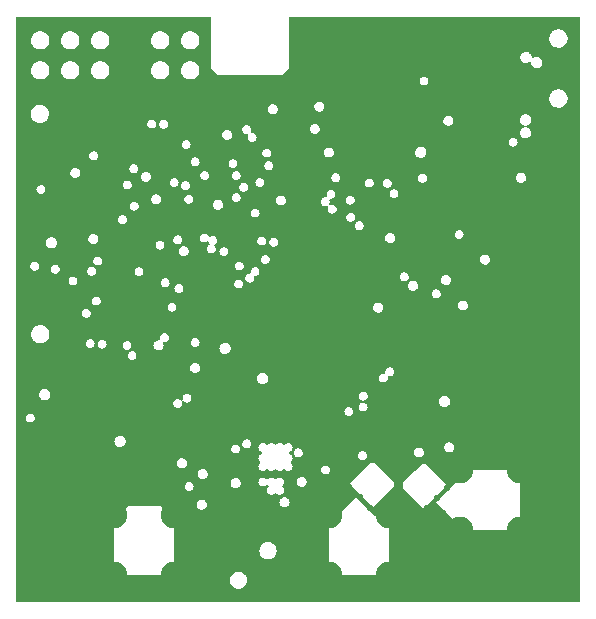
<source format=gbr>
%TF.GenerationSoftware,KiCad,Pcbnew,(6.0.4)*%
%TF.CreationDate,2023-05-30T00:17:29+09:00*%
%TF.ProjectId,RFB,5246422e-6b69-4636-9164-5f7063625858,rev?*%
%TF.SameCoordinates,Original*%
%TF.FileFunction,Copper,L2,Inr*%
%TF.FilePolarity,Positive*%
%FSLAX46Y46*%
G04 Gerber Fmt 4.6, Leading zero omitted, Abs format (unit mm)*
G04 Created by KiCad (PCBNEW (6.0.4)) date 2023-05-30 00:17:29*
%MOMM*%
%LPD*%
G01*
G04 APERTURE LIST*
%TA.AperFunction,ComponentPad*%
%ADD10O,1.700000X1.700000*%
%TD*%
%TA.AperFunction,ComponentPad*%
%ADD11C,2.250000*%
%TD*%
%TA.AperFunction,ComponentPad*%
%ADD12C,2.600000*%
%TD*%
%TA.AperFunction,ComponentPad*%
%ADD13C,0.500000*%
%TD*%
%TA.AperFunction,ComponentPad*%
%ADD14C,1.620000*%
%TD*%
%TA.AperFunction,ViaPad*%
%ADD15C,0.350000*%
%TD*%
%TA.AperFunction,ViaPad*%
%ADD16C,0.550000*%
%TD*%
G04 APERTURE END LIST*
D10*
%TO.N,GND*%
%TO.C,J7*%
X42748200Y-60909200D03*
X42748200Y-58369200D03*
%TD*%
D11*
%TO.N,GND*%
%TO.C,J1*%
X70637400Y-99822000D03*
X75717400Y-94742000D03*
X75717400Y-99822000D03*
X70637400Y-94742000D03*
%TD*%
D12*
%TO.N,GND*%
%TO.C,H1*%
X78663800Y-103759000D03*
%TD*%
D10*
%TO.N,GND*%
%TO.C,J9*%
X35128200Y-85770800D03*
%TD*%
D12*
%TO.N,GND*%
%TO.C,H2*%
X73329800Y-61290200D03*
%TD*%
D13*
%TO.N,GND*%
%TO.C,U8*%
X66594100Y-92342400D03*
X64594100Y-91342400D03*
X66594100Y-90342400D03*
X64594100Y-90342400D03*
X65594100Y-91342400D03*
X65594100Y-90342400D03*
X66594100Y-91342400D03*
X64594100Y-92342400D03*
X65594100Y-92342400D03*
%TD*%
%TO.N,GND*%
%TO.C,U3*%
X63728600Y-80146400D03*
X62728600Y-78146400D03*
X64728600Y-78146400D03*
X63728600Y-79146400D03*
X64728600Y-80146400D03*
X62728600Y-79146400D03*
X64728600Y-79146400D03*
X62728600Y-80146400D03*
X63728600Y-78146400D03*
%TD*%
D10*
%TO.N,GND*%
%TO.C,J6*%
X78994000Y-60756800D03*
%TD*%
D11*
%TO.N,GND*%
%TO.C,J3*%
X41402000Y-98605400D03*
X46482000Y-103685400D03*
X46482000Y-98605400D03*
X41402000Y-103685400D03*
%TD*%
D14*
%TO.N,GND*%
%TO.C,RV1*%
X49406800Y-101574600D03*
%TD*%
D13*
%TO.N,GND*%
%TO.C,IC3*%
X63736200Y-68417900D03*
X63736200Y-67142900D03*
X65011200Y-68417900D03*
X62461200Y-68417900D03*
X63736200Y-69692900D03*
X61186200Y-68417900D03*
X61186200Y-67142900D03*
X62461200Y-69692900D03*
X65011200Y-64592900D03*
X66286200Y-67142900D03*
X63736200Y-64592900D03*
X66286200Y-69692900D03*
X63736200Y-65867900D03*
X61186200Y-64592900D03*
X66286200Y-68417900D03*
X62461200Y-67142900D03*
X66286200Y-64592900D03*
X65011200Y-65867900D03*
X62461200Y-65867900D03*
X66286200Y-65867900D03*
X65011200Y-69692900D03*
X62461200Y-64592900D03*
X61186200Y-69692900D03*
X65011200Y-67142900D03*
X61186200Y-65867900D03*
%TD*%
D12*
%TO.N,GND*%
%TO.C,H3*%
X35306000Y-103733600D03*
%TD*%
D11*
%TO.N,GND*%
%TO.C,J2*%
X64617600Y-98602800D03*
X59537600Y-98602800D03*
X59537600Y-103682800D03*
X64617600Y-103682800D03*
%TD*%
D13*
%TO.N,GND*%
%TO.C,U4*%
X40722800Y-81933800D03*
X41992800Y-79203800D03*
X44722800Y-80473800D03*
X41992800Y-81933800D03*
X43452800Y-81933800D03*
X44722800Y-81933800D03*
X41992800Y-80473800D03*
X43452800Y-80473800D03*
X41992800Y-83203800D03*
X40722800Y-80473800D03*
X43452800Y-79203800D03*
X43422800Y-83203800D03*
%TD*%
D15*
%TO.N,GND*%
X40132000Y-90830400D03*
X42799000Y-94488000D03*
X43535601Y-94488000D03*
X45085000Y-94488000D03*
X44348400Y-94488000D03*
X46532800Y-65227200D03*
X42265600Y-67360800D03*
X43332400Y-67360799D03*
X36931600Y-67360800D03*
X37998400Y-63093600D03*
X39065200Y-63093599D03*
X40132001Y-65227200D03*
X43332400Y-65227200D03*
X44399200Y-64160399D03*
X42265600Y-64160400D03*
X43332400Y-64160399D03*
X42265600Y-63093600D03*
X43332400Y-63093599D03*
X60401200Y-95097600D03*
X60401200Y-96164400D03*
X60325000Y-97155000D03*
X59334400Y-96240600D03*
X58267600Y-104698800D03*
X65735200Y-104698800D03*
X63017400Y-86044989D03*
X62011611Y-85039200D03*
X63503174Y-86552989D03*
X62514506Y-85542095D03*
X56134000Y-69494400D03*
X65582800Y-72694800D03*
X36931600Y-104698801D03*
X36931600Y-105765600D03*
X33731200Y-101498400D03*
X34798000Y-101498400D03*
X35864800Y-101498400D03*
X36931600Y-101498400D03*
X37998400Y-101498400D03*
X36931600Y-64160400D03*
X35864800Y-68427600D03*
X35864800Y-63093600D03*
X36931599Y-63093600D03*
X39065200Y-66294000D03*
X39065200Y-65227200D03*
X39065201Y-67360800D03*
X37998400Y-67360800D03*
X45085000Y-93040200D03*
X45085000Y-93751400D03*
X44348400Y-93751400D03*
X44348400Y-93040200D03*
X42799000Y-93751400D03*
X43535600Y-93751400D03*
X43535600Y-93040200D03*
X50800000Y-102565200D03*
X71069200Y-69494400D03*
X41198800Y-67360800D03*
X70591706Y-83088506D03*
X45796200Y-85064600D03*
X47294800Y-84480400D03*
X50800000Y-62026800D03*
X60198000Y-73406000D03*
X58775600Y-73406000D03*
X59486800Y-73406000D03*
X56133999Y-64160400D03*
X55067200Y-66293999D03*
X55067200Y-67360800D03*
X51003200Y-64287400D03*
X48666400Y-63093599D03*
X49733199Y-63093600D03*
X46532800Y-63093600D03*
X48666400Y-64160399D03*
X48666400Y-65227200D03*
X47599600Y-66293999D03*
X47599600Y-64160399D03*
X45465999Y-64160400D03*
X46532801Y-66294000D03*
X43713400Y-68554600D03*
X44399200Y-67360800D03*
X45466001Y-67360800D03*
X44399200Y-66294000D03*
X40131999Y-66294000D03*
X40132000Y-67360801D03*
X42265600Y-66294000D03*
X41198801Y-66294000D03*
X43332401Y-66294000D03*
X44399200Y-63093599D03*
X42265600Y-65227199D03*
X41198801Y-64160400D03*
X41198800Y-65227199D03*
X41198800Y-63093599D03*
X40132001Y-64160400D03*
X40132000Y-63093599D03*
X34797999Y-63093600D03*
X34798001Y-67360800D03*
X60985400Y-97612200D03*
X69265800Y-98298000D03*
X65354200Y-93929199D03*
X65354200Y-96062800D03*
X65354200Y-94640400D03*
X65354200Y-95351600D03*
X66040000Y-96748600D03*
X67056000Y-97764600D03*
X66548000Y-97256600D03*
X64846200Y-96621600D03*
X64333094Y-97134706D03*
X68300600Y-94472811D03*
X69316600Y-95478600D03*
X67792600Y-93980000D03*
X68808600Y-94975706D03*
X62549989Y-94396611D03*
X61544200Y-95402400D03*
X63220600Y-93802200D03*
X62047094Y-94899506D03*
D16*
X62153800Y-97053400D03*
X63033865Y-97933465D03*
X61273735Y-96173335D03*
X68707000Y-97129600D03*
X67826935Y-98009665D03*
X69587065Y-96249535D03*
D15*
X66801999Y-99542600D03*
X67868800Y-99542600D03*
X68935601Y-99542600D03*
X66801999Y-100609400D03*
X67868800Y-100609400D03*
X68935601Y-100609400D03*
X77470000Y-94030800D03*
X77470000Y-95097600D03*
X77470000Y-96164401D03*
X77470000Y-98298000D03*
X77470000Y-99364801D03*
X78536800Y-101498401D03*
X78536800Y-100431600D03*
X78536800Y-95097600D03*
X78536800Y-96164400D03*
X79603600Y-94030800D03*
X79603600Y-95097600D03*
X79603600Y-96164400D03*
X78536800Y-94030799D03*
X70002400Y-101498400D03*
X68935599Y-101498400D03*
X66801999Y-101498400D03*
X67868799Y-101498400D03*
X71069199Y-101498400D03*
X70002400Y-102565200D03*
X68935599Y-102565200D03*
X66801999Y-102565200D03*
X67868799Y-102565200D03*
X71069199Y-102565200D03*
X70002400Y-103632000D03*
X68935599Y-103632000D03*
X66801999Y-103632000D03*
X67868799Y-103632000D03*
X71069199Y-103632000D03*
X70002400Y-104698800D03*
X68935599Y-104698800D03*
X66801999Y-104698800D03*
X67868799Y-104698800D03*
X71069199Y-104698800D03*
X75336400Y-101498400D03*
X74269599Y-101498400D03*
X72135999Y-101498400D03*
X73202799Y-101498400D03*
X76403199Y-101498400D03*
X75336400Y-102565200D03*
X74269599Y-102565200D03*
X72135999Y-102565200D03*
X73202799Y-102565200D03*
X76403199Y-102565200D03*
X75336400Y-103632000D03*
X74269599Y-103632000D03*
X72135999Y-103632000D03*
X73202799Y-103632000D03*
X76403199Y-103632000D03*
X75336400Y-104698800D03*
X74269599Y-104698800D03*
X72135999Y-104698800D03*
X73202799Y-104698800D03*
X76403199Y-104698800D03*
X73888600Y-94564200D03*
X74244200Y-93954600D03*
X72466200Y-94564200D03*
X72821800Y-93954600D03*
X73533000Y-93954600D03*
X72110600Y-93954600D03*
X73177400Y-94564200D03*
X75895200Y-97967800D03*
X76504800Y-98323400D03*
X75895200Y-96545400D03*
X76504800Y-96901000D03*
X76504800Y-97612200D03*
X76504800Y-96189800D03*
X75895200Y-97256600D03*
X72466200Y-99999800D03*
X72110600Y-100609400D03*
X73888600Y-99999800D03*
X73533000Y-100609400D03*
X72821800Y-100609400D03*
X74244200Y-100609400D03*
X73177400Y-99999800D03*
X61366400Y-103860600D03*
X61010800Y-104470200D03*
X62788800Y-103860600D03*
X62433200Y-104470200D03*
X61722000Y-104470200D03*
X63144400Y-104470200D03*
X62077600Y-103860600D03*
X59359800Y-100431600D03*
X58750200Y-100076000D03*
X59359800Y-101854000D03*
X58750200Y-101498400D03*
X58750200Y-100787200D03*
X58750200Y-102209600D03*
X59359800Y-101142800D03*
X64795400Y-101854000D03*
X65405000Y-102209600D03*
X64795400Y-100431600D03*
X65405000Y-100787200D03*
X65405000Y-101498400D03*
X65405000Y-100076000D03*
X64795400Y-101142800D03*
X74269601Y-105765600D03*
X73202800Y-105765600D03*
X68935600Y-105765600D03*
X70002400Y-105765600D03*
X72136000Y-105765600D03*
X71069200Y-105765600D03*
X74269600Y-84429600D03*
X57200800Y-69494400D03*
X60401200Y-58826400D03*
X60553600Y-90170000D03*
X43332400Y-105765600D03*
X45135800Y-96926400D03*
X59918600Y-93548200D03*
X73075800Y-69138800D03*
X56134000Y-101498400D03*
X57480200Y-74498200D03*
X79603600Y-75895200D03*
X50038000Y-88722200D03*
X67055999Y-57759600D03*
X49225200Y-89890600D03*
X74549000Y-65684400D03*
X77470000Y-56692800D03*
X68259883Y-75402517D03*
X49733201Y-105765600D03*
X76403200Y-82296000D03*
X43992800Y-72593200D03*
X58785683Y-79263317D03*
X43434000Y-96012000D03*
X78536800Y-97231199D03*
X36931600Y-102565201D03*
X34303000Y-89052400D03*
X72847200Y-64846200D03*
X71394295Y-75265306D03*
X66217800Y-85445600D03*
X61391800Y-85674200D03*
X80670400Y-88696800D03*
X71069200Y-72694800D03*
X39065200Y-104698800D03*
X38049200Y-86029800D03*
X71780400Y-64211200D03*
X42443400Y-88392000D03*
X71424800Y-64846200D03*
X79603600Y-88696800D03*
X47599600Y-105765600D03*
X75336400Y-91897199D03*
X80670401Y-81229200D03*
X40741600Y-86487000D03*
X46736000Y-86233000D03*
X58176083Y-92008883D03*
X57200800Y-63093600D03*
X43053000Y-88747600D03*
X77470001Y-87630000D03*
X36042600Y-92430600D03*
X66395600Y-87985600D03*
X68173600Y-59639200D03*
X77470000Y-92964000D03*
X61290200Y-74498200D03*
X63728600Y-84048600D03*
X68173600Y-77927200D03*
X76403200Y-90830400D03*
X67843400Y-88392000D03*
X33731200Y-67360800D03*
X57200800Y-78028800D03*
X48255614Y-88322986D03*
X67056000Y-59893200D03*
X66969589Y-75118011D03*
X60370694Y-75001094D03*
X37998401Y-65227200D03*
X43230800Y-103860600D03*
X74269600Y-81229200D03*
X50038000Y-88011000D03*
X78536800Y-75895200D03*
X51282600Y-82143600D03*
X37998400Y-87909400D03*
X39217600Y-98806000D03*
X67756989Y-75905411D03*
X79603600Y-67360800D03*
X39217600Y-99517200D03*
X74269600Y-79095600D03*
X62306200Y-72390000D03*
X60452000Y-63042800D03*
X80670400Y-85496400D03*
X67005200Y-63042800D03*
X59283600Y-59639200D03*
X33731200Y-65227200D03*
X34315400Y-79679800D03*
X39217600Y-100228400D03*
X47726600Y-83261200D03*
X33502600Y-99517200D03*
X69646800Y-71577201D03*
X41097200Y-85877400D03*
X80670400Y-90830400D03*
X78536800Y-81229200D03*
X66471800Y-77571600D03*
X67843400Y-86969600D03*
X72136000Y-74828400D03*
X71069200Y-92964001D03*
X36931600Y-65227200D03*
X77470000Y-82295999D03*
X37058600Y-98094800D03*
X72135999Y-83362800D03*
X80670400Y-60959999D03*
X47015400Y-82143600D03*
X40132000Y-104698800D03*
X78536800Y-79095600D03*
X46990000Y-87960200D03*
X78536800Y-76962000D03*
X50520600Y-90398600D03*
X58191400Y-74498200D03*
X70901483Y-77784883D03*
X34213800Y-93827600D03*
X45440600Y-89103200D03*
X73939400Y-66040000D03*
X74269600Y-92964000D03*
X60401200Y-59893201D03*
X34925000Y-95250000D03*
X48666400Y-102565200D03*
X79603601Y-87630000D03*
X46050200Y-89458800D03*
X80670400Y-105765600D03*
X42570400Y-97612200D03*
X76403199Y-56692800D03*
X75336400Y-56692800D03*
X51866800Y-90830400D03*
X73863200Y-86791800D03*
X52933599Y-101498400D03*
X69265672Y-74396728D03*
X78536800Y-88696800D03*
X74269600Y-56692800D03*
X80670400Y-79095600D03*
X44500800Y-68884800D03*
X63728600Y-81838800D03*
X67472483Y-74615117D03*
X37998400Y-105765600D03*
X73939400Y-65328800D03*
X59334400Y-105765600D03*
X73837800Y-67589400D03*
X37439600Y-86385400D03*
X34925000Y-99517200D03*
X42875200Y-104470200D03*
X69646800Y-70154800D03*
X51993801Y-82143600D03*
X36347400Y-100228400D03*
X58267600Y-78028800D03*
X56921400Y-73406000D03*
X71069200Y-62026801D03*
X33604200Y-81813401D03*
X33731200Y-87884000D03*
X38887400Y-71932800D03*
X58267600Y-105765600D03*
X57200800Y-101498400D03*
X73202800Y-64211200D03*
X72598177Y-85094977D03*
X34213800Y-97383600D03*
X79603600Y-86563200D03*
X33502600Y-95250000D03*
X43383200Y-91694000D03*
X51866800Y-89077800D03*
X34925000Y-94538800D03*
X41224200Y-89103200D03*
X57200800Y-104698800D03*
X57170294Y-91003094D03*
X46228000Y-75819000D03*
X38481000Y-94538800D03*
X39217600Y-97383600D03*
X46659800Y-101142800D03*
X68478272Y-73609328D03*
X79603600Y-92964000D03*
X55194200Y-83870800D03*
X73106306Y-85603106D03*
X49047400Y-73406000D03*
X80670400Y-104698800D03*
X40614600Y-100787200D03*
X58267599Y-76962000D03*
X80670400Y-70561200D03*
X44831000Y-90170000D03*
X36042600Y-91008200D03*
X71069200Y-57759599D03*
X61264800Y-93700600D03*
X46304200Y-82143600D03*
X35864801Y-72694800D03*
X53060600Y-83870800D03*
X69596000Y-61061600D03*
X73863200Y-90347800D03*
X55194200Y-76809600D03*
X35636200Y-100228400D03*
X64617600Y-73456800D03*
X57200800Y-66294000D03*
X34925000Y-100228400D03*
X58267600Y-94030800D03*
X73329800Y-67106800D03*
X54838600Y-83261200D03*
X75336400Y-85496399D03*
X60883800Y-86182200D03*
X56210200Y-73406000D03*
X69646800Y-72288400D03*
X50469800Y-73406000D03*
X56972200Y-84683600D03*
X50215800Y-74523600D03*
X54000401Y-81229200D03*
X74269601Y-85496400D03*
X37769800Y-95961200D03*
X75336400Y-81229199D03*
X57200800Y-102565200D03*
X34798001Y-69494400D03*
X52933600Y-80162400D03*
X41224200Y-101142800D03*
X51181000Y-73406000D03*
X76403200Y-89763600D03*
X80670400Y-91897200D03*
X77470000Y-97231200D03*
X35737799Y-79679800D03*
X58267600Y-95097599D03*
X79603600Y-73761600D03*
X43942000Y-103860600D03*
X47599600Y-104698801D03*
X46558200Y-96926400D03*
X51003200Y-98221800D03*
X47472600Y-96875600D03*
X77470000Y-83362800D03*
X55549800Y-83261200D03*
X80670400Y-99364800D03*
X48336200Y-73406000D03*
X51866800Y-105765600D03*
X56134000Y-105765600D03*
X76403200Y-91897200D03*
X37058600Y-99517200D03*
X33731200Y-69494400D03*
X60198000Y-79222600D03*
X79603600Y-72694799D03*
X36550601Y-80797400D03*
X52933600Y-105765600D03*
X71592389Y-84089189D03*
X49453800Y-65709800D03*
X44399200Y-96723200D03*
X58267600Y-97231199D03*
X75336400Y-92964000D03*
X69392800Y-76276200D03*
X33731200Y-105765600D03*
X48514000Y-89890600D03*
X65963800Y-76123800D03*
X77470000Y-88696800D03*
X69895694Y-75773306D03*
X79603600Y-71628000D03*
X38074600Y-84099400D03*
X76403200Y-85496400D03*
X51003200Y-77774800D03*
X71069200Y-64211200D03*
X33604200Y-79679800D03*
X49530000Y-68224400D03*
X35636200Y-94538800D03*
X33502600Y-98806000D03*
X59055000Y-66827400D03*
X33604200Y-77901800D03*
X57277000Y-80772000D03*
X79603601Y-76962000D03*
X51714400Y-96799400D03*
X58267600Y-96164400D03*
X49758600Y-73406000D03*
X65735200Y-105765600D03*
X34925000Y-98094800D03*
X41452800Y-95326200D03*
X48437800Y-82143600D03*
X49428400Y-88366600D03*
X68173600Y-58216801D03*
X57200800Y-68427600D03*
X42265600Y-105765600D03*
X40132000Y-87909400D03*
X59334400Y-76962000D03*
X77470000Y-84429600D03*
X34925000Y-98806000D03*
X70205600Y-88341200D03*
X36347400Y-96672401D03*
X52349400Y-87757000D03*
X51257200Y-88722200D03*
X66395600Y-88696800D03*
X66548000Y-87122000D03*
X75336400Y-88696800D03*
X75336400Y-87629999D03*
X52425600Y-97510600D03*
X75336400Y-80162400D03*
X74549000Y-64973200D03*
X79603600Y-98298000D03*
X63632234Y-85120634D03*
X39065200Y-90830400D03*
X76403200Y-83362801D03*
X65716710Y-84946006D03*
X34798000Y-72694800D03*
X74269600Y-72694800D03*
X56133999Y-102565200D03*
X36804600Y-82880201D03*
X46939200Y-80289400D03*
X56667400Y-90500200D03*
X36042600Y-90297000D03*
X56972200Y-83972400D03*
X34925000Y-93827600D03*
X63423800Y-87249000D03*
X50647600Y-89077800D03*
X48666400Y-105765600D03*
X40132000Y-105765600D03*
X55549800Y-82143600D03*
X73202800Y-82296000D03*
X67970400Y-92125800D03*
X45847000Y-96926400D03*
X37058600Y-93827600D03*
X59131200Y-68580000D03*
X57200800Y-65227200D03*
X71089494Y-83586294D03*
X73456800Y-90957400D03*
X44653200Y-103860600D03*
X46050200Y-90170000D03*
X57632600Y-71958200D03*
X59283600Y-58216800D03*
X50571400Y-82143600D03*
X36449000Y-78968600D03*
X79603600Y-99364800D03*
X55067200Y-80162400D03*
X45440600Y-89814400D03*
X76403200Y-71628000D03*
X74269600Y-82296000D03*
X36347400Y-99517200D03*
X68529200Y-72186800D03*
X39217600Y-94538800D03*
X37769800Y-81711800D03*
X52933600Y-63093600D03*
X79603600Y-69494400D03*
X37769800Y-98806000D03*
X34925000Y-97383600D03*
X38658800Y-73787000D03*
X79603600Y-84429600D03*
X35737800Y-78968600D03*
X37058600Y-100228400D03*
X65212011Y-84439811D03*
X34213800Y-98094800D03*
X54127401Y-82143600D03*
X80670400Y-94030800D03*
X80670400Y-69494399D03*
X61569600Y-72618600D03*
X41325800Y-96926400D03*
X37439600Y-85674200D03*
X71948117Y-92466083D03*
X38481000Y-93827600D03*
X79603601Y-70561200D03*
X69895694Y-76779094D03*
X74269600Y-91897200D03*
X34925000Y-95961200D03*
X36347400Y-97383600D03*
X78536800Y-67360799D03*
X60690811Y-87792611D03*
X56134000Y-75895200D03*
X80670401Y-87630000D03*
X38481000Y-98094800D03*
X56261000Y-83261200D03*
X63195200Y-92125800D03*
X44831000Y-88036400D03*
X36804600Y-81813400D03*
X54000400Y-90830400D03*
X77470000Y-76961999D03*
X52933600Y-88696800D03*
X75336400Y-57759601D03*
X78536800Y-86563200D03*
X75336399Y-83362800D03*
X42875200Y-95326200D03*
X33731200Y-86817200D03*
X63855600Y-87833200D03*
X42037000Y-96926400D03*
X57673189Y-91505989D03*
X77470000Y-90830400D03*
X33731200Y-74828400D03*
X70891400Y-75768200D03*
X63728600Y-77216000D03*
X55067199Y-88696800D03*
X54000400Y-79095601D03*
X79603601Y-79095600D03*
X39217600Y-98094800D03*
X40360600Y-76428600D03*
X33731200Y-64160400D03*
X64465200Y-72593200D03*
X74447400Y-68656200D03*
X49860200Y-82143600D03*
X70002400Y-58826400D03*
X77470000Y-80162400D03*
X73202800Y-80162400D03*
X63129339Y-84617739D03*
X80670400Y-96164400D03*
X57200800Y-105765600D03*
X76403200Y-76962000D03*
X56134000Y-80162400D03*
X73863200Y-87503000D03*
X57200800Y-75895200D03*
X33693400Y-88696800D03*
X39065200Y-101498400D03*
X73609200Y-86106000D03*
X59334400Y-78028800D03*
X56134000Y-84429600D03*
X57200800Y-58826400D03*
X72136000Y-64846200D03*
X79603600Y-78028800D03*
X67843400Y-86258399D03*
X36347400Y-94538800D03*
X72136000Y-58826400D03*
X41275000Y-75158600D03*
X69596000Y-58216800D03*
X56134000Y-67360800D03*
X41224200Y-88392000D03*
X73863200Y-89636599D03*
X64439800Y-84302600D03*
X41198800Y-105765600D03*
X57200800Y-100431600D03*
X57099200Y-97510600D03*
X78536800Y-89763600D03*
X76403200Y-81229199D03*
X44297600Y-95326200D03*
X50317400Y-64973200D03*
X46050200Y-88747600D03*
X37769800Y-98094800D03*
X47269400Y-101498400D03*
X67254094Y-76408306D03*
X67818000Y-77317600D03*
X36576000Y-89103200D03*
X79603600Y-83362801D03*
X38760400Y-76276200D03*
X41532816Y-71932800D03*
X64363600Y-88341200D03*
X64465200Y-71882000D03*
X74447400Y-67945000D03*
X54000400Y-103632000D03*
X36804600Y-86080601D03*
X47726600Y-82143600D03*
X54127400Y-84480400D03*
X73202799Y-83362800D03*
X48260000Y-93954600D03*
X80670400Y-56692800D03*
X69646800Y-73710800D03*
X73202799Y-81229200D03*
X55067200Y-104698800D03*
X69596000Y-59639200D03*
X78536800Y-71628000D03*
X76403200Y-79095600D03*
X36347400Y-95250000D03*
X75336400Y-86563201D03*
X75336399Y-79095600D03*
X70002400Y-69367400D03*
X80670400Y-83362800D03*
X49428400Y-89077800D03*
X46304200Y-83261200D03*
X35636200Y-97383600D03*
X46400694Y-91292706D03*
X39065200Y-92964000D03*
X60909200Y-79222600D03*
X37769800Y-100228400D03*
X71780400Y-63500000D03*
X40821616Y-71932800D03*
X80670400Y-97231200D03*
X76403200Y-72694800D03*
X67564001Y-72694800D03*
X56972200Y-85394800D03*
X67462400Y-77927200D03*
X60401200Y-57759600D03*
X57200800Y-98298000D03*
X67716400Y-84048600D03*
X51866800Y-80162400D03*
X33502600Y-94538800D03*
X43281600Y-97612200D03*
X49758600Y-92583000D03*
X80670400Y-101498400D03*
X77470000Y-86563200D03*
X41452800Y-86487000D03*
X37261800Y-80797400D03*
X66751200Y-78359000D03*
X46659800Y-100431600D03*
X37312600Y-74650600D03*
X80670400Y-76962000D03*
X60452000Y-62331600D03*
X80670400Y-100431600D03*
X35636200Y-95250000D03*
X67005200Y-63754000D03*
X45466000Y-105765600D03*
X57200800Y-99364800D03*
X60711106Y-76916306D03*
X42799000Y-93040200D03*
X46837600Y-85521800D03*
X38481000Y-99517200D03*
X36347400Y-98094800D03*
X33731200Y-75895201D03*
X50647600Y-94157800D03*
X47269400Y-100787200D03*
X48260000Y-79197200D03*
X62204600Y-74777600D03*
X54000400Y-88696800D03*
X44297600Y-104470200D03*
X60680600Y-72796400D03*
X34213800Y-98806000D03*
X36347400Y-98806000D03*
X80670401Y-98298000D03*
X45008800Y-95326200D03*
X50800000Y-105765600D03*
X73863200Y-88925400D03*
X51023494Y-90901494D03*
X51866799Y-62026800D03*
X50248858Y-78529142D03*
X56591200Y-89077800D03*
X52933600Y-102565200D03*
X37058600Y-95250000D03*
X67868800Y-105765600D03*
X52425600Y-98221800D03*
X37058600Y-95961200D03*
X51003200Y-97510600D03*
X72451011Y-91963189D03*
X33693400Y-89408000D03*
X80665228Y-102563584D03*
X60208211Y-76413411D03*
X49733200Y-104698800D03*
X37769800Y-93827600D03*
X54000400Y-63093600D03*
X71069199Y-70561200D03*
X39065200Y-103632000D03*
X77470000Y-91897199D03*
X38481000Y-95250000D03*
X34213800Y-99517200D03*
X38074600Y-84810600D03*
X79603600Y-90830400D03*
X59055000Y-63020000D03*
X79603600Y-91897201D03*
X35864800Y-73761600D03*
X78536800Y-83362800D03*
X72364600Y-70358000D03*
X79603600Y-105765600D03*
X75336400Y-78028800D03*
X55067200Y-90830400D03*
X33502600Y-96672401D03*
X43053000Y-89458800D03*
X35636200Y-98094800D03*
X73202800Y-73761600D03*
X50571400Y-83261200D03*
X68173600Y-76708000D03*
X58795894Y-75001094D03*
X77470000Y-105765600D03*
X37058600Y-94538800D03*
X68402200Y-90551000D03*
X56591200Y-88366600D03*
X41224200Y-100431600D03*
X57200799Y-94030800D03*
X78536800Y-82296000D03*
X66979800Y-60785000D03*
X33731200Y-68427600D03*
X67975377Y-74112223D03*
X33502600Y-100228400D03*
X56134000Y-66294000D03*
X74269601Y-83362800D03*
X38481000Y-100228400D03*
X52705000Y-82143600D03*
X73202801Y-74828400D03*
X78536800Y-99364800D03*
X80670400Y-67360799D03*
X49733200Y-103632000D03*
X57200800Y-76962000D03*
X47802800Y-89890600D03*
X55067200Y-81229200D03*
X42164000Y-95326200D03*
X48768000Y-85191600D03*
X80670401Y-71628000D03*
X60477400Y-60782200D03*
X33731200Y-84683599D03*
X42037000Y-96215200D03*
X47269400Y-102209600D03*
X52933601Y-90830400D03*
X61468000Y-105765600D03*
X49758600Y-93294200D03*
X59486800Y-79222600D03*
X46659800Y-101854000D03*
X78536800Y-91897200D03*
X75336400Y-90830400D03*
X38481000Y-95961200D03*
X48666400Y-99364800D03*
X33731200Y-63093600D03*
X74549000Y-66395600D03*
X79603601Y-89763600D03*
X79603600Y-85496399D03*
X73202800Y-92964000D03*
X72491600Y-64211200D03*
X76403199Y-78028800D03*
X57937400Y-69596000D03*
X51282600Y-83261200D03*
X42748200Y-96215200D03*
X71069200Y-59893200D03*
X56972199Y-82143600D03*
X56591200Y-89789000D03*
X57861200Y-58216800D03*
X68762777Y-74899623D03*
X37769800Y-96672400D03*
X61620400Y-79222600D03*
X63844600Y-93319600D03*
X39319200Y-72872600D03*
X79603601Y-81229200D03*
X78536800Y-69494400D03*
X75336400Y-62026800D03*
X73837800Y-68300600D03*
X68402200Y-63347600D03*
X36042600Y-91719400D03*
X40817800Y-70002400D03*
X36931600Y-66294000D03*
X80670400Y-92964000D03*
X66045106Y-86619106D03*
X59705317Y-75910517D03*
X37261801Y-80086200D03*
X34213800Y-95961200D03*
X78536800Y-90830400D03*
X60375800Y-86766400D03*
X41452800Y-84582000D03*
X80670400Y-66294000D03*
X54838600Y-82143600D03*
X54000400Y-104698801D03*
X58267600Y-75895200D03*
X53263800Y-93751400D03*
X52933600Y-89763600D03*
X39217600Y-95961200D03*
X45897800Y-91795600D03*
X77470001Y-79095600D03*
X35636200Y-96672400D03*
X37769800Y-97383600D03*
X66751200Y-76911200D03*
X43053000Y-90170000D03*
X49047400Y-92583000D03*
X56769000Y-74498200D03*
X80670400Y-82296000D03*
X51714400Y-97510600D03*
X45008800Y-104470200D03*
X41224200Y-101854000D03*
X73939400Y-66751200D03*
X56134000Y-104698801D03*
X38481000Y-97383600D03*
X53771800Y-83870800D03*
X56134000Y-76962001D03*
X54483000Y-83870800D03*
X37541200Y-71272400D03*
X72720200Y-69748400D03*
X71729600Y-81864200D03*
X55067200Y-105765600D03*
X80670400Y-63093599D03*
X56133999Y-68427600D03*
X80670400Y-95097600D03*
X76403200Y-87630000D03*
X50800000Y-81229200D03*
X44831000Y-90881200D03*
X37998399Y-92964000D03*
X37769800Y-95250000D03*
X36804600Y-85013801D03*
X75641200Y-63296800D03*
X78536800Y-92964000D03*
X51257200Y-89433400D03*
X43764200Y-74498200D03*
X47447200Y-85166200D03*
X57200800Y-67360800D03*
X66732710Y-85962006D03*
X50647600Y-93040200D03*
X34798000Y-74828401D03*
X33731200Y-71628000D03*
X59867800Y-74498200D03*
X70002400Y-62026800D03*
X34925000Y-96672400D03*
X75336400Y-82296000D03*
X73431400Y-69748400D03*
X78536800Y-98298000D03*
X79603600Y-74828399D03*
X45796200Y-85775800D03*
X38481000Y-96672400D03*
X41833800Y-89458800D03*
X47015400Y-83261200D03*
X55346600Y-74498200D03*
X45135800Y-96215200D03*
X72491600Y-63500000D03*
X78536800Y-80162400D03*
X40821616Y-70971416D03*
X51003200Y-96799400D03*
X34798000Y-68427600D03*
X56591200Y-87655400D03*
X60198000Y-88366600D03*
X73202800Y-84429600D03*
X76403200Y-105765600D03*
X69418200Y-81534000D03*
X79603600Y-80162400D03*
X38481000Y-98806000D03*
X61193706Y-88295506D03*
X74269600Y-80162400D03*
X80670400Y-89763600D03*
X80670400Y-58826400D03*
X33502600Y-95961200D03*
X35636200Y-98806000D03*
X52933600Y-81229200D03*
X41833800Y-88747600D03*
X70398589Y-76276200D03*
X56134000Y-103632000D03*
X52349400Y-83870800D03*
X53060600Y-94462600D03*
X45440600Y-90525600D03*
X79603600Y-97231200D03*
X54000400Y-62026800D03*
X78536800Y-68427600D03*
X40690800Y-73736200D03*
X35636200Y-93827600D03*
X54127400Y-83261200D03*
X39065199Y-87909400D03*
X59893200Y-92506800D03*
X44831000Y-88747600D03*
X57632600Y-70256400D03*
X44450000Y-96012000D03*
X78536800Y-85496400D03*
X61696600Y-88798400D03*
X70713600Y-64846200D03*
X77470000Y-85496401D03*
X76403200Y-92964000D03*
X53416200Y-84480400D03*
X80670400Y-103632000D03*
X48666400Y-103632000D03*
X64114706Y-73959694D03*
X76403200Y-84429600D03*
X42244016Y-71932800D03*
X76403200Y-88696800D03*
X65542211Y-86116211D03*
X61264800Y-75895200D03*
X40386000Y-85877400D03*
X56131601Y-99364451D03*
X39217600Y-96672400D03*
X35915600Y-71704200D03*
X77470000Y-75895200D03*
X52425600Y-96799400D03*
X39217600Y-93827600D03*
X78536800Y-70561200D03*
X68300600Y-70091856D03*
X80670400Y-73761600D03*
X73939400Y-63906400D03*
X42443400Y-89814400D03*
X75336400Y-84429599D03*
X45796200Y-86487000D03*
X33731200Y-66294000D03*
X33731200Y-70561200D03*
X46532800Y-105765600D03*
X42443400Y-89103200D03*
X41833800Y-88036400D03*
X74447400Y-67233800D03*
X60452000Y-63754000D03*
X33731200Y-73761600D03*
X70398589Y-77281989D03*
X76403200Y-73761600D03*
X68427600Y-65278000D03*
X78536800Y-73761599D03*
X56133999Y-100431600D03*
X34213800Y-94538800D03*
X36652200Y-91363800D03*
X72136000Y-73761600D03*
X73863200Y-88214200D03*
X70205600Y-87630000D03*
X44831000Y-89458800D03*
X80670400Y-74828400D03*
X34798000Y-66294000D03*
X43053000Y-88036400D03*
X80670400Y-86563200D03*
X55067200Y-62026800D03*
X73075800Y-70358000D03*
X53416200Y-83261200D03*
X37998401Y-66294000D03*
X78536800Y-74828400D03*
X80670400Y-62026800D03*
X39217600Y-95250000D03*
X60985400Y-77571600D03*
X33502600Y-93827600D03*
X37998400Y-104698801D03*
X48666400Y-104698800D03*
X64668400Y-105765600D03*
X70891400Y-82092800D03*
X78536800Y-105765600D03*
X43586400Y-95326200D03*
X40821616Y-72894184D03*
X58216800Y-92735400D03*
X64236600Y-75844400D03*
X53416201Y-82143600D03*
X68173600Y-61061600D03*
X79603600Y-68427599D03*
X37058600Y-97383600D03*
X42164000Y-86487000D03*
X50799999Y-101498400D03*
X43484800Y-96723200D03*
X64820800Y-88874600D03*
X49403000Y-87655400D03*
X39065200Y-91897201D03*
X80670400Y-80162400D03*
X67005200Y-62331600D03*
X55067200Y-87655400D03*
X48666399Y-100431600D03*
X62809094Y-71887106D03*
X72953906Y-91460294D03*
X58750200Y-70434200D03*
X80670400Y-57759600D03*
X59283600Y-61061600D03*
X48234600Y-74498200D03*
X49530000Y-71272400D03*
X62814200Y-74320400D03*
X80670400Y-65227199D03*
X67055999Y-58826400D03*
X49047400Y-93294200D03*
X33604200Y-80746600D03*
X33502600Y-98094800D03*
X44932600Y-69596000D03*
X49530000Y-69240400D03*
X36931600Y-88112600D03*
X52704999Y-83261200D03*
X56134001Y-81229200D03*
X50017706Y-89895706D03*
X33604201Y-78968600D03*
X80670400Y-75895200D03*
X51993800Y-83261200D03*
X71069200Y-71628000D03*
X69646800Y-72999600D03*
X37058600Y-98806000D03*
X57200800Y-79095600D03*
X33502600Y-97383600D03*
X35636200Y-99517200D03*
X54635400Y-74498200D03*
X61767694Y-76398094D03*
X78536800Y-72694800D03*
X71729600Y-82575400D03*
X45313600Y-97612200D03*
X80670400Y-78028800D03*
X56134000Y-78028800D03*
X75336400Y-89763600D03*
X80670400Y-72694800D03*
X54000399Y-89763600D03*
X51714400Y-98221800D03*
X37769800Y-94538800D03*
X56057800Y-74498200D03*
X77470000Y-78028800D03*
X34798000Y-73761600D03*
X39065199Y-102565200D03*
X78536799Y-87630000D03*
X72136000Y-71628000D03*
X46558200Y-96215200D03*
X55067200Y-103632000D03*
X34213800Y-96672401D03*
X40767000Y-92049600D03*
X49504600Y-74523600D03*
X55067200Y-89763600D03*
X55067200Y-79095600D03*
X66466694Y-75620906D03*
X37769800Y-99517200D03*
X62814200Y-90424000D03*
X34315400Y-78968600D03*
X63881000Y-76504800D03*
X37998400Y-103632000D03*
X77470000Y-89763600D03*
X40614600Y-100076000D03*
X54000400Y-105765600D03*
X38684200Y-84455000D03*
X74269600Y-73761600D03*
X45440600Y-88392000D03*
X56261000Y-82143600D03*
X74549000Y-64262000D03*
X34213800Y-95250000D03*
X68529200Y-71475600D03*
X52933600Y-62026800D03*
X36652200Y-90652600D03*
X68935599Y-62026800D03*
X63195200Y-92837000D03*
X79603600Y-82296000D03*
X34213800Y-100228400D03*
X68529200Y-70764401D03*
X75336400Y-105765600D03*
X43586400Y-104470200D03*
X71404377Y-77281989D03*
X54838600Y-84480400D03*
X43053000Y-90881200D03*
X77470000Y-81229201D03*
X65303400Y-76403200D03*
X42748200Y-96926400D03*
X36652200Y-92075000D03*
X67843400Y-87680800D03*
X61036200Y-92506800D03*
X56972200Y-81432400D03*
X56972200Y-83261200D03*
X44500800Y-91668600D03*
X60985400Y-78282800D03*
X37388800Y-68884800D03*
X72364600Y-69138800D03*
X78536800Y-78028800D03*
X73202800Y-72694801D03*
X80670400Y-59893200D03*
X60401200Y-105765600D03*
X71069200Y-63500000D03*
X36652200Y-89941400D03*
X44602400Y-97612200D03*
X76403200Y-80162400D03*
D16*
X69672200Y-63601600D03*
D15*
X72095283Y-84592083D03*
X48437800Y-83261200D03*
X71069200Y-58826400D03*
X45847000Y-96215200D03*
X80670400Y-68427600D03*
X49860200Y-83261200D03*
X33731200Y-72694800D03*
X76403200Y-86563200D03*
X44399200Y-105765600D03*
X36347400Y-95961200D03*
X38404800Y-78003400D03*
X64947800Y-85725000D03*
X70901483Y-76779094D03*
X74269600Y-71628000D03*
X57632600Y-73406000D03*
X57861200Y-61061600D03*
X39065200Y-105765600D03*
X73939400Y-64617600D03*
X40614600Y-101498400D03*
X62534800Y-105765600D03*
X78536799Y-84429600D03*
X63601600Y-105765600D03*
X80670400Y-64160400D03*
X66802000Y-105765600D03*
X40614600Y-102209600D03*
X69164200Y-77216000D03*
X42697400Y-91516200D03*
X62479100Y-76396900D03*
X64135000Y-85623400D03*
X43053000Y-86487000D03*
X67564000Y-71628000D03*
X54000400Y-80162400D03*
X58282789Y-79766211D03*
X35864800Y-105765600D03*
X80670400Y-84429600D03*
X57861200Y-59639200D03*
X79603600Y-100431601D03*
X51866800Y-81229201D03*
X69646800Y-70866000D03*
X68402200Y-67157600D03*
X35636200Y-95961200D03*
X63611811Y-74462589D03*
X79603600Y-101498400D03*
X36347400Y-93827600D03*
X75641200Y-64109600D03*
X37058600Y-96672401D03*
X59055000Y-64925000D03*
X68529200Y-72898000D03*
X47269400Y-100076000D03*
X57200800Y-103632000D03*
X37998400Y-102565200D03*
%TD*%
%TA.AperFunction,Conductor*%
%TO.N,GND*%
G36*
X49545086Y-56367936D02*
G01*
X49577204Y-56389396D01*
X49598664Y-56421514D01*
X49606200Y-56459400D01*
X49606200Y-60731400D01*
X50190400Y-61315600D01*
X55626000Y-61315600D01*
X56210200Y-60731400D01*
X56210200Y-59804526D01*
X75774430Y-59804526D01*
X75780134Y-59891546D01*
X75801600Y-59976070D01*
X75838110Y-60055266D01*
X75888441Y-60126483D01*
X75950908Y-60187336D01*
X75954683Y-60189858D01*
X75954685Y-60189860D01*
X75973965Y-60202742D01*
X76023418Y-60235785D01*
X76027585Y-60237575D01*
X76027590Y-60237578D01*
X76099373Y-60268419D01*
X76099379Y-60268421D01*
X76103543Y-60270210D01*
X76188600Y-60289456D01*
X76232170Y-60291168D01*
X76271207Y-60292702D01*
X76271208Y-60292702D01*
X76275740Y-60292880D01*
X76362044Y-60280366D01*
X76366343Y-60278907D01*
X76366346Y-60278906D01*
X76440322Y-60253795D01*
X76444623Y-60252335D01*
X76448581Y-60250118D01*
X76448584Y-60250117D01*
X76510288Y-60215560D01*
X76520711Y-60209723D01*
X76528000Y-60203661D01*
X76529105Y-60202742D01*
X76563053Y-60184313D01*
X76601470Y-60180277D01*
X76638506Y-60191250D01*
X76668525Y-60215560D01*
X76686954Y-60249508D01*
X76691193Y-60272383D01*
X76694534Y-60323346D01*
X76695650Y-60327739D01*
X76695650Y-60327741D01*
X76702712Y-60355547D01*
X76716000Y-60407870D01*
X76752510Y-60487066D01*
X76802841Y-60558283D01*
X76865308Y-60619136D01*
X76937818Y-60667585D01*
X76941985Y-60669375D01*
X76941990Y-60669378D01*
X77013773Y-60700219D01*
X77013779Y-60700221D01*
X77017943Y-60702010D01*
X77103000Y-60721256D01*
X77146570Y-60722968D01*
X77185607Y-60724502D01*
X77185608Y-60724502D01*
X77190140Y-60724680D01*
X77276444Y-60712166D01*
X77280743Y-60710707D01*
X77280746Y-60710706D01*
X77354722Y-60685595D01*
X77359023Y-60684135D01*
X77362981Y-60681918D01*
X77362984Y-60681917D01*
X77397067Y-60662829D01*
X77435111Y-60641523D01*
X77502160Y-60585760D01*
X77557923Y-60518711D01*
X77600535Y-60442623D01*
X77616461Y-60395706D01*
X77627106Y-60364346D01*
X77627107Y-60364343D01*
X77628566Y-60360044D01*
X77634196Y-60321214D01*
X77640660Y-60276639D01*
X77640661Y-60276633D01*
X77641080Y-60273740D01*
X77641173Y-60270210D01*
X77641657Y-60251713D01*
X77641657Y-60251708D01*
X77641733Y-60248800D01*
X77640306Y-60233263D01*
X77637276Y-60200302D01*
X77633753Y-60161959D01*
X77610082Y-60078026D01*
X77571511Y-59999812D01*
X77519333Y-59929937D01*
X77455295Y-59870741D01*
X77409648Y-59841940D01*
X77385379Y-59826627D01*
X77385374Y-59826625D01*
X77381541Y-59824206D01*
X77367710Y-59818688D01*
X77304758Y-59793572D01*
X77304752Y-59793570D01*
X77300543Y-59791891D01*
X77296100Y-59791007D01*
X77296096Y-59791006D01*
X77219461Y-59775762D01*
X77219459Y-59775762D01*
X77215011Y-59774877D01*
X77173398Y-59774332D01*
X77132352Y-59773795D01*
X77132348Y-59773795D01*
X77127812Y-59773736D01*
X77123339Y-59774505D01*
X77123334Y-59774505D01*
X77083403Y-59781367D01*
X77041864Y-59788504D01*
X77010646Y-59800021D01*
X76964623Y-59817000D01*
X76960047Y-59818688D01*
X76921956Y-59841350D01*
X76888996Y-59860959D01*
X76888991Y-59860963D01*
X76885101Y-59863277D01*
X76881941Y-59866048D01*
X76847003Y-59882155D01*
X76808404Y-59883671D01*
X76772164Y-59870301D01*
X76743799Y-59844080D01*
X76727627Y-59809001D01*
X76725307Y-59794950D01*
X76719768Y-59734679D01*
X76719353Y-59730159D01*
X76715902Y-59717923D01*
X76696916Y-59650601D01*
X76696915Y-59650600D01*
X76695682Y-59646226D01*
X76657111Y-59568012D01*
X76604933Y-59498137D01*
X76540895Y-59438941D01*
X76501233Y-59413916D01*
X76470979Y-59394827D01*
X76470974Y-59394825D01*
X76467141Y-59392406D01*
X76453310Y-59386888D01*
X76390358Y-59361772D01*
X76390352Y-59361770D01*
X76386143Y-59360091D01*
X76381700Y-59359207D01*
X76381696Y-59359206D01*
X76305061Y-59343962D01*
X76305059Y-59343962D01*
X76300611Y-59343077D01*
X76258998Y-59342532D01*
X76217952Y-59341995D01*
X76217948Y-59341995D01*
X76213412Y-59341936D01*
X76208939Y-59342705D01*
X76208934Y-59342705D01*
X76169003Y-59349567D01*
X76127464Y-59356704D01*
X76045647Y-59386888D01*
X76007556Y-59409550D01*
X75974596Y-59429159D01*
X75974591Y-59429163D01*
X75970701Y-59431477D01*
X75905135Y-59488976D01*
X75851146Y-59557462D01*
X75810541Y-59634639D01*
X75784680Y-59717923D01*
X75774430Y-59804526D01*
X56210200Y-59804526D01*
X56210200Y-58204604D01*
X78217618Y-58204604D01*
X78219804Y-58244316D01*
X78221132Y-58268447D01*
X78223645Y-58314118D01*
X78224328Y-58317550D01*
X78224328Y-58317553D01*
X78229128Y-58341684D01*
X78245042Y-58421692D01*
X78281384Y-58525177D01*
X78331944Y-58622509D01*
X78333978Y-58625355D01*
X78393675Y-58708895D01*
X78393680Y-58708901D01*
X78395713Y-58711746D01*
X78398128Y-58714277D01*
X78398130Y-58714280D01*
X78469013Y-58788583D01*
X78471421Y-58791107D01*
X78557555Y-58859010D01*
X78652397Y-58914099D01*
X78655644Y-58915414D01*
X78750810Y-58953960D01*
X78750814Y-58953961D01*
X78754055Y-58955274D01*
X78860501Y-58981716D01*
X78863982Y-58982073D01*
X78863984Y-58982073D01*
X78890543Y-58984794D01*
X78954043Y-58991300D01*
X79021938Y-58991300D01*
X79103407Y-58985532D01*
X79210630Y-58962447D01*
X79213906Y-58961239D01*
X79213911Y-58961237D01*
X79310244Y-58925698D01*
X79313532Y-58924485D01*
X79316616Y-58922821D01*
X79406980Y-58874063D01*
X79406982Y-58874062D01*
X79410058Y-58872402D01*
X79412868Y-58870327D01*
X79412872Y-58870324D01*
X79495469Y-58809317D01*
X79495472Y-58809315D01*
X79498282Y-58807239D01*
X79576445Y-58730294D01*
X79588667Y-58714280D01*
X79640863Y-58645886D01*
X79640864Y-58645885D01*
X79642986Y-58643104D01*
X79644694Y-58640054D01*
X79644698Y-58640048D01*
X79694865Y-58550467D01*
X79694866Y-58550466D01*
X79696578Y-58547408D01*
X79736152Y-58445116D01*
X79741582Y-58421692D01*
X79760126Y-58341684D01*
X79760918Y-58338268D01*
X79770382Y-58228996D01*
X79764355Y-58119482D01*
X79759552Y-58095332D01*
X79748916Y-58041862D01*
X79742958Y-58011908D01*
X79706616Y-57908423D01*
X79656056Y-57811091D01*
X79631468Y-57776683D01*
X79594325Y-57724705D01*
X79594320Y-57724699D01*
X79592287Y-57721854D01*
X79586394Y-57715676D01*
X79518987Y-57645017D01*
X79518986Y-57645016D01*
X79516579Y-57642493D01*
X79430445Y-57574590D01*
X79335603Y-57519501D01*
X79303440Y-57506474D01*
X79237190Y-57479640D01*
X79237186Y-57479639D01*
X79233945Y-57478326D01*
X79127499Y-57451884D01*
X79124018Y-57451527D01*
X79124016Y-57451527D01*
X79087843Y-57447821D01*
X79033957Y-57442300D01*
X78966062Y-57442300D01*
X78884593Y-57448068D01*
X78777370Y-57471153D01*
X78774094Y-57472361D01*
X78774089Y-57472363D01*
X78677756Y-57507902D01*
X78674468Y-57509115D01*
X78671385Y-57510779D01*
X78671384Y-57510779D01*
X78655220Y-57519501D01*
X78577942Y-57561198D01*
X78575132Y-57563273D01*
X78575128Y-57563276D01*
X78492531Y-57624283D01*
X78489718Y-57626361D01*
X78411555Y-57703306D01*
X78409432Y-57706087D01*
X78409430Y-57706090D01*
X78395224Y-57724705D01*
X78345014Y-57790496D01*
X78343306Y-57793546D01*
X78343302Y-57793552D01*
X78296511Y-57877105D01*
X78291422Y-57886192D01*
X78251848Y-57988484D01*
X78251059Y-57991890D01*
X78251057Y-57991895D01*
X78240943Y-58035533D01*
X78227082Y-58095332D01*
X78217618Y-58204604D01*
X56210200Y-58204604D01*
X56210200Y-56459400D01*
X56217736Y-56421514D01*
X56239196Y-56389396D01*
X56271314Y-56367936D01*
X56309200Y-56360400D01*
X80751400Y-56360400D01*
X80789286Y-56367936D01*
X80821404Y-56389396D01*
X80842864Y-56421514D01*
X80850400Y-56459400D01*
X80850400Y-105846600D01*
X80842864Y-105884486D01*
X80821404Y-105916604D01*
X80789286Y-105938064D01*
X80751400Y-105945600D01*
X33193000Y-105945600D01*
X33155114Y-105938064D01*
X33122996Y-105916604D01*
X33101536Y-105884486D01*
X33094000Y-105846600D01*
X33094000Y-104118954D01*
X51181623Y-104118954D01*
X51182117Y-104122582D01*
X51182117Y-104122586D01*
X51184697Y-104141540D01*
X51196144Y-104225654D01*
X51197172Y-104229180D01*
X51197172Y-104229181D01*
X51201552Y-104244206D01*
X51226278Y-104329037D01*
X51227816Y-104332373D01*
X51227817Y-104332376D01*
X51244412Y-104368373D01*
X51271361Y-104426830D01*
X51330403Y-104516885D01*
X51402108Y-104597223D01*
X51404930Y-104599570D01*
X51404931Y-104599571D01*
X51420510Y-104612528D01*
X51484901Y-104666081D01*
X51488040Y-104667986D01*
X51488043Y-104667988D01*
X51502766Y-104676922D01*
X51576961Y-104721945D01*
X51676268Y-104763587D01*
X51679830Y-104764492D01*
X51679831Y-104764492D01*
X51777078Y-104789190D01*
X51777083Y-104789191D01*
X51780639Y-104790094D01*
X51870075Y-104799100D01*
X51934145Y-104799100D01*
X51964317Y-104796858D01*
X52010521Y-104793425D01*
X52010528Y-104793424D01*
X52014188Y-104793152D01*
X52119217Y-104769386D01*
X52122634Y-104768057D01*
X52122638Y-104768056D01*
X52216160Y-104731687D01*
X52219580Y-104730357D01*
X52313072Y-104676922D01*
X52329808Y-104663729D01*
X52394756Y-104612528D01*
X52397638Y-104610256D01*
X52400151Y-104607584D01*
X52400157Y-104607579D01*
X52468899Y-104534502D01*
X52471421Y-104531821D01*
X52532801Y-104443343D01*
X52580429Y-104346764D01*
X52585035Y-104332376D01*
X52612139Y-104247703D01*
X52612140Y-104247698D01*
X52613258Y-104244206D01*
X52615705Y-104229181D01*
X52629978Y-104141540D01*
X52629978Y-104141535D01*
X52630567Y-104137921D01*
X52631977Y-104030246D01*
X52629396Y-104011279D01*
X52617952Y-103927187D01*
X52617951Y-103927181D01*
X52617456Y-103923546D01*
X52613104Y-103908615D01*
X52588350Y-103823689D01*
X52588349Y-103823686D01*
X52587322Y-103820163D01*
X52577630Y-103799138D01*
X52543776Y-103725705D01*
X52542239Y-103722370D01*
X52516296Y-103682800D01*
X59537600Y-103682800D01*
X64617600Y-103682800D01*
X64617600Y-98602800D01*
X63570397Y-98675861D01*
X63532081Y-98670980D01*
X63498547Y-98651807D01*
X63493505Y-98647105D01*
X61849000Y-97002600D01*
X60398805Y-98452795D01*
X60366687Y-98474255D01*
X60343632Y-98480674D01*
X59537600Y-98602800D01*
X59537600Y-103682800D01*
X52516296Y-103682800D01*
X52483197Y-103632315D01*
X52411492Y-103551977D01*
X52395822Y-103538944D01*
X52331527Y-103485471D01*
X52328699Y-103483119D01*
X52325560Y-103481214D01*
X52325557Y-103481212D01*
X52239783Y-103429163D01*
X52236639Y-103427255D01*
X52137332Y-103385613D01*
X52133769Y-103384708D01*
X52036522Y-103360010D01*
X52036517Y-103360009D01*
X52032961Y-103359106D01*
X51943525Y-103350100D01*
X51879455Y-103350100D01*
X51849283Y-103352342D01*
X51803079Y-103355775D01*
X51803072Y-103355776D01*
X51799412Y-103356048D01*
X51694383Y-103379814D01*
X51690966Y-103381143D01*
X51690962Y-103381144D01*
X51597440Y-103417513D01*
X51594020Y-103418843D01*
X51500528Y-103472278D01*
X51497649Y-103474548D01*
X51497647Y-103474549D01*
X51418844Y-103536672D01*
X51415962Y-103538944D01*
X51413449Y-103541616D01*
X51413443Y-103541621D01*
X51401127Y-103554714D01*
X51342179Y-103617379D01*
X51280799Y-103705857D01*
X51233171Y-103802436D01*
X51232052Y-103805933D01*
X51232050Y-103805937D01*
X51227497Y-103820163D01*
X51200342Y-103904994D01*
X51199753Y-103908611D01*
X51199752Y-103908615D01*
X51196728Y-103927187D01*
X51183033Y-104011279D01*
X51181623Y-104118954D01*
X33094000Y-104118954D01*
X33094000Y-103682800D01*
X41402000Y-103682800D01*
X46482000Y-103682800D01*
X46482000Y-101618954D01*
X53681623Y-101618954D01*
X53682117Y-101622582D01*
X53682117Y-101622586D01*
X53684697Y-101641540D01*
X53696144Y-101725654D01*
X53697172Y-101729180D01*
X53697172Y-101729181D01*
X53701552Y-101744206D01*
X53726278Y-101829037D01*
X53727816Y-101832373D01*
X53727817Y-101832376D01*
X53744412Y-101868373D01*
X53771361Y-101926830D01*
X53830403Y-102016885D01*
X53902108Y-102097223D01*
X53904930Y-102099570D01*
X53904931Y-102099571D01*
X53920510Y-102112528D01*
X53984901Y-102166081D01*
X53988040Y-102167986D01*
X53988043Y-102167988D01*
X54002766Y-102176922D01*
X54076961Y-102221945D01*
X54176268Y-102263587D01*
X54179830Y-102264492D01*
X54179831Y-102264492D01*
X54277078Y-102289190D01*
X54277083Y-102289191D01*
X54280639Y-102290094D01*
X54370075Y-102299100D01*
X54434145Y-102299100D01*
X54464317Y-102296858D01*
X54510521Y-102293425D01*
X54510528Y-102293424D01*
X54514188Y-102293152D01*
X54619217Y-102269386D01*
X54622634Y-102268057D01*
X54622638Y-102268056D01*
X54716160Y-102231687D01*
X54719580Y-102230357D01*
X54813072Y-102176922D01*
X54829808Y-102163729D01*
X54894756Y-102112528D01*
X54897638Y-102110256D01*
X54900151Y-102107584D01*
X54900157Y-102107579D01*
X54968899Y-102034502D01*
X54971421Y-102031821D01*
X55032801Y-101943343D01*
X55080429Y-101846764D01*
X55085035Y-101832376D01*
X55112139Y-101747703D01*
X55112140Y-101747698D01*
X55113258Y-101744206D01*
X55115705Y-101729181D01*
X55129978Y-101641540D01*
X55129978Y-101641535D01*
X55130567Y-101637921D01*
X55131977Y-101530246D01*
X55129396Y-101511279D01*
X55117952Y-101427187D01*
X55117951Y-101427181D01*
X55117456Y-101423546D01*
X55113104Y-101408615D01*
X55088350Y-101323689D01*
X55088349Y-101323686D01*
X55087322Y-101320163D01*
X55077630Y-101299138D01*
X55043776Y-101225705D01*
X55042239Y-101222370D01*
X54983197Y-101132315D01*
X54911492Y-101051977D01*
X54895822Y-101038944D01*
X54831527Y-100985471D01*
X54828699Y-100983119D01*
X54825560Y-100981214D01*
X54825557Y-100981212D01*
X54739783Y-100929163D01*
X54736639Y-100927255D01*
X54637332Y-100885613D01*
X54633769Y-100884708D01*
X54536522Y-100860010D01*
X54536517Y-100860009D01*
X54532961Y-100859106D01*
X54443525Y-100850100D01*
X54379455Y-100850100D01*
X54349283Y-100852342D01*
X54303079Y-100855775D01*
X54303072Y-100855776D01*
X54299412Y-100856048D01*
X54194383Y-100879814D01*
X54190966Y-100881143D01*
X54190962Y-100881144D01*
X54097440Y-100917513D01*
X54094020Y-100918843D01*
X54000528Y-100972278D01*
X53997649Y-100974548D01*
X53997647Y-100974549D01*
X53918844Y-101036672D01*
X53915962Y-101038944D01*
X53913449Y-101041616D01*
X53913443Y-101041621D01*
X53901127Y-101054714D01*
X53842179Y-101117379D01*
X53780799Y-101205857D01*
X53733171Y-101302436D01*
X53732052Y-101305933D01*
X53732050Y-101305937D01*
X53727497Y-101320163D01*
X53700342Y-101404994D01*
X53699753Y-101408611D01*
X53699752Y-101408615D01*
X53696728Y-101427187D01*
X53683033Y-101511279D01*
X53681623Y-101618954D01*
X46482000Y-101618954D01*
X46482000Y-98602800D01*
X45262800Y-97790000D01*
X42621200Y-97790000D01*
X42617052Y-97792765D01*
X42617053Y-97792765D01*
X41410113Y-98597391D01*
X41410112Y-98597392D01*
X41402000Y-98602800D01*
X41402000Y-103682800D01*
X33094000Y-103682800D01*
X33094000Y-97682444D01*
X48366888Y-97682444D01*
X48369728Y-97716268D01*
X48370619Y-97726870D01*
X48373854Y-97765401D01*
X48396800Y-97845425D01*
X48434853Y-97919468D01*
X48486563Y-97984709D01*
X48490250Y-97987847D01*
X48490252Y-97987849D01*
X48501355Y-97997298D01*
X48549960Y-98038664D01*
X48554183Y-98041024D01*
X48554187Y-98041027D01*
X48604805Y-98069316D01*
X48622630Y-98079278D01*
X48660652Y-98091632D01*
X48697205Y-98103509D01*
X48697208Y-98103510D01*
X48701804Y-98105003D01*
X48706600Y-98105575D01*
X48706605Y-98105576D01*
X48747934Y-98110504D01*
X48784467Y-98114860D01*
X48789290Y-98114489D01*
X48789292Y-98114489D01*
X48816494Y-98112396D01*
X48867470Y-98108474D01*
X48872129Y-98107173D01*
X48872130Y-98107173D01*
X48942986Y-98087389D01*
X48942988Y-98087388D01*
X48947652Y-98086086D01*
X48965806Y-98076916D01*
X49017638Y-98050734D01*
X49017640Y-98050732D01*
X49021959Y-98048551D01*
X49025776Y-98045569D01*
X49083744Y-98000280D01*
X49083748Y-98000277D01*
X49087560Y-97997298D01*
X49095717Y-97987849D01*
X49138792Y-97937945D01*
X49141956Y-97934280D01*
X49183076Y-97861895D01*
X49209354Y-97782902D01*
X49219788Y-97700310D01*
X49219954Y-97688400D01*
X49219684Y-97685651D01*
X49219684Y-97685641D01*
X49212303Y-97610369D01*
X49212302Y-97610365D01*
X49211830Y-97605549D01*
X49202575Y-97574894D01*
X49189169Y-97530489D01*
X49189168Y-97530486D01*
X49187769Y-97525853D01*
X49164686Y-97482441D01*
X49162986Y-97479244D01*
X55377288Y-97479244D01*
X55377693Y-97484064D01*
X55381129Y-97524980D01*
X55384254Y-97562201D01*
X55407200Y-97642225D01*
X55445253Y-97716268D01*
X55456993Y-97731080D01*
X55487881Y-97770050D01*
X55496963Y-97781509D01*
X55500650Y-97784647D01*
X55500652Y-97784649D01*
X55515259Y-97797080D01*
X55560360Y-97835464D01*
X55564583Y-97837824D01*
X55564587Y-97837827D01*
X55615191Y-97866108D01*
X55633030Y-97876078D01*
X55671052Y-97888432D01*
X55707605Y-97900309D01*
X55707608Y-97900310D01*
X55712204Y-97901803D01*
X55717000Y-97902375D01*
X55717005Y-97902376D01*
X55758334Y-97907304D01*
X55794867Y-97911660D01*
X55799690Y-97911289D01*
X55799692Y-97911289D01*
X55826894Y-97909196D01*
X55877870Y-97905274D01*
X55882529Y-97903973D01*
X55882530Y-97903973D01*
X55953386Y-97884189D01*
X55953388Y-97884188D01*
X55958052Y-97882886D01*
X55991267Y-97866108D01*
X56028038Y-97847534D01*
X56028040Y-97847532D01*
X56032359Y-97845351D01*
X56038226Y-97840767D01*
X56094144Y-97797080D01*
X56094148Y-97797077D01*
X56097960Y-97794098D01*
X56101498Y-97790000D01*
X56149192Y-97734745D01*
X56152356Y-97731080D01*
X56193476Y-97658695D01*
X56219754Y-97579702D01*
X56230188Y-97497110D01*
X56230354Y-97485200D01*
X56230084Y-97482451D01*
X56230084Y-97482441D01*
X56222703Y-97407169D01*
X56222702Y-97407165D01*
X56222230Y-97402349D01*
X56215666Y-97380606D01*
X56199569Y-97327289D01*
X56199568Y-97327286D01*
X56198169Y-97322653D01*
X56170581Y-97270768D01*
X56161359Y-97253423D01*
X56161357Y-97253420D01*
X56159086Y-97249149D01*
X56106470Y-97184635D01*
X56042326Y-97131571D01*
X55969096Y-97091976D01*
X55889571Y-97067358D01*
X55884761Y-97066852D01*
X55884759Y-97066852D01*
X55811594Y-97059162D01*
X55811592Y-97059162D01*
X55806778Y-97058656D01*
X55778307Y-97061247D01*
X55728692Y-97065762D01*
X55728689Y-97065763D01*
X55723872Y-97066201D01*
X55719230Y-97067567D01*
X55719226Y-97067568D01*
X55681152Y-97078774D01*
X55644010Y-97089706D01*
X55639726Y-97091945D01*
X55639725Y-97091946D01*
X55574523Y-97126033D01*
X55574521Y-97126034D01*
X55570235Y-97128275D01*
X55505356Y-97180439D01*
X55502247Y-97184144D01*
X55502244Y-97184147D01*
X55454962Y-97240496D01*
X55451845Y-97244211D01*
X55449509Y-97248459D01*
X55449509Y-97248460D01*
X55423827Y-97295176D01*
X55411739Y-97317163D01*
X55410275Y-97321777D01*
X55410274Y-97321780D01*
X55407910Y-97329233D01*
X55386567Y-97396514D01*
X55386027Y-97401325D01*
X55386027Y-97401327D01*
X55380305Y-97452349D01*
X55377288Y-97479244D01*
X49162986Y-97479244D01*
X49150959Y-97456623D01*
X49150957Y-97456620D01*
X49148686Y-97452349D01*
X49103149Y-97396514D01*
X49099131Y-97391588D01*
X49099130Y-97391587D01*
X49096070Y-97387835D01*
X49031926Y-97334771D01*
X48958696Y-97295176D01*
X48879171Y-97270558D01*
X48874361Y-97270052D01*
X48874359Y-97270052D01*
X48801194Y-97262362D01*
X48801192Y-97262362D01*
X48796378Y-97261856D01*
X48767907Y-97264447D01*
X48718292Y-97268962D01*
X48718289Y-97268963D01*
X48713472Y-97269401D01*
X48708830Y-97270767D01*
X48708826Y-97270768D01*
X48670752Y-97281974D01*
X48633610Y-97292906D01*
X48629326Y-97295145D01*
X48629325Y-97295146D01*
X48564123Y-97329233D01*
X48564121Y-97329234D01*
X48559835Y-97331475D01*
X48494956Y-97383639D01*
X48491847Y-97387344D01*
X48491844Y-97387347D01*
X48479256Y-97402349D01*
X48441445Y-97447411D01*
X48439109Y-97451659D01*
X48439109Y-97451660D01*
X48412610Y-97499862D01*
X48401339Y-97520363D01*
X48399875Y-97524977D01*
X48399874Y-97524980D01*
X48389596Y-97557382D01*
X48376167Y-97599714D01*
X48375627Y-97604525D01*
X48375627Y-97604527D01*
X48369552Y-97658695D01*
X48366888Y-97682444D01*
X33094000Y-97682444D01*
X33094000Y-96139000D01*
X47350037Y-96139000D01*
X47350579Y-96144157D01*
X47350841Y-96146645D01*
X47358266Y-96217292D01*
X47359871Y-96222231D01*
X47359871Y-96222232D01*
X47380988Y-96287224D01*
X47380990Y-96287228D01*
X47382593Y-96292162D01*
X47421954Y-96360338D01*
X47474630Y-96418841D01*
X47538318Y-96465113D01*
X47543050Y-96467220D01*
X47543052Y-96467221D01*
X47605498Y-96495024D01*
X47605502Y-96495025D01*
X47610236Y-96497133D01*
X47615306Y-96498211D01*
X47615307Y-96498211D01*
X47630119Y-96501359D01*
X47687238Y-96513500D01*
X47765962Y-96513500D01*
X47823081Y-96501359D01*
X47837893Y-96498211D01*
X47837894Y-96498211D01*
X47842964Y-96497133D01*
X47847698Y-96495025D01*
X47847702Y-96495024D01*
X47910148Y-96467221D01*
X47910150Y-96467220D01*
X47914882Y-96465113D01*
X47978570Y-96418841D01*
X48031246Y-96360338D01*
X48070607Y-96292162D01*
X48072210Y-96287228D01*
X48072212Y-96287224D01*
X48093329Y-96222232D01*
X48093329Y-96222231D01*
X48094934Y-96217292D01*
X48102360Y-96146645D01*
X48102621Y-96144157D01*
X48103163Y-96139000D01*
X48100025Y-96109145D01*
X48095477Y-96065870D01*
X48095476Y-96065866D01*
X48094934Y-96060708D01*
X48081347Y-96018892D01*
X48072212Y-95990776D01*
X48072210Y-95990772D01*
X48070607Y-95985838D01*
X48031246Y-95917662D01*
X48025394Y-95911162D01*
X47982042Y-95863015D01*
X47982040Y-95863013D01*
X47978570Y-95859159D01*
X47970979Y-95853644D01*
X51237088Y-95853644D01*
X51237493Y-95858464D01*
X51242841Y-95922150D01*
X51244054Y-95936601D01*
X51267000Y-96016625D01*
X51305053Y-96090668D01*
X51356763Y-96155909D01*
X51360450Y-96159047D01*
X51360452Y-96159049D01*
X51381278Y-96176773D01*
X51420160Y-96209864D01*
X51424383Y-96212224D01*
X51424387Y-96212227D01*
X51443202Y-96222742D01*
X51492830Y-96250478D01*
X51530852Y-96262832D01*
X51567405Y-96274709D01*
X51567408Y-96274710D01*
X51572004Y-96276203D01*
X51576800Y-96276775D01*
X51576805Y-96276776D01*
X51617667Y-96281648D01*
X51654667Y-96286060D01*
X51659490Y-96285689D01*
X51659492Y-96285689D01*
X51686694Y-96283596D01*
X51737670Y-96279674D01*
X51742329Y-96278373D01*
X51742330Y-96278373D01*
X51813186Y-96258589D01*
X51813188Y-96258588D01*
X51817852Y-96257286D01*
X51831330Y-96250478D01*
X51887838Y-96221934D01*
X51887840Y-96221932D01*
X51892159Y-96219751D01*
X51895976Y-96216769D01*
X51953944Y-96171480D01*
X51953948Y-96171477D01*
X51957760Y-96168498D01*
X51965917Y-96159049D01*
X52000672Y-96118784D01*
X52012156Y-96105480D01*
X52045174Y-96047358D01*
X52050883Y-96037308D01*
X52050884Y-96037306D01*
X52053276Y-96033095D01*
X52079554Y-95954102D01*
X52089988Y-95871510D01*
X52090154Y-95859600D01*
X52089884Y-95856851D01*
X52089884Y-95856841D01*
X52082503Y-95781569D01*
X52082502Y-95781565D01*
X52082030Y-95776749D01*
X52078332Y-95764500D01*
X52076370Y-95758000D01*
X53598437Y-95758000D01*
X53598979Y-95763157D01*
X53606024Y-95830182D01*
X53606666Y-95836292D01*
X53608271Y-95841231D01*
X53608271Y-95841232D01*
X53629388Y-95906224D01*
X53629390Y-95906228D01*
X53630993Y-95911162D01*
X53670354Y-95979338D01*
X53673819Y-95983187D01*
X53673821Y-95983189D01*
X53699733Y-96011967D01*
X53723030Y-96037841D01*
X53786718Y-96084113D01*
X53791450Y-96086220D01*
X53791452Y-96086221D01*
X53853898Y-96114024D01*
X53853902Y-96114025D01*
X53858636Y-96116133D01*
X53863706Y-96117211D01*
X53863707Y-96117211D01*
X53868130Y-96118151D01*
X53935638Y-96132500D01*
X54014362Y-96132500D01*
X54081870Y-96118151D01*
X54086293Y-96117211D01*
X54086294Y-96117211D01*
X54091364Y-96116133D01*
X54096098Y-96114025D01*
X54096102Y-96114024D01*
X54158548Y-96086221D01*
X54158550Y-96086220D01*
X54163282Y-96084113D01*
X54226970Y-96037841D01*
X54257028Y-96004458D01*
X54287979Y-95981346D01*
X54325418Y-95971838D01*
X54363647Y-95977380D01*
X54396844Y-95997130D01*
X54404172Y-96004458D01*
X54434230Y-96037841D01*
X54437740Y-96040391D01*
X54460581Y-96070977D01*
X54470090Y-96108416D01*
X54464548Y-96146645D01*
X54444799Y-96179842D01*
X54438077Y-96186564D01*
X54434230Y-96189359D01*
X54430761Y-96193212D01*
X54404900Y-96221934D01*
X54381554Y-96247862D01*
X54342193Y-96316038D01*
X54340590Y-96320972D01*
X54340588Y-96320976D01*
X54319471Y-96385968D01*
X54317866Y-96390908D01*
X54317324Y-96396066D01*
X54317323Y-96396070D01*
X54310387Y-96462068D01*
X54309637Y-96469200D01*
X54317866Y-96547492D01*
X54319471Y-96552431D01*
X54319471Y-96552432D01*
X54340588Y-96617424D01*
X54340590Y-96617428D01*
X54342193Y-96622362D01*
X54381554Y-96690538D01*
X54434230Y-96749041D01*
X54497918Y-96795313D01*
X54502650Y-96797420D01*
X54502652Y-96797421D01*
X54565098Y-96825224D01*
X54565102Y-96825225D01*
X54569836Y-96827333D01*
X54574906Y-96828411D01*
X54574907Y-96828411D01*
X54589719Y-96831559D01*
X54646838Y-96843700D01*
X54725562Y-96843700D01*
X54782681Y-96831559D01*
X54797493Y-96828411D01*
X54797494Y-96828411D01*
X54802564Y-96827333D01*
X54807298Y-96825225D01*
X54807302Y-96825224D01*
X54869748Y-96797421D01*
X54869750Y-96797420D01*
X54874482Y-96795313D01*
X54938170Y-96749041D01*
X54968228Y-96715658D01*
X54999179Y-96692546D01*
X55036618Y-96683038D01*
X55074847Y-96688580D01*
X55108044Y-96708330D01*
X55115372Y-96715658D01*
X55145430Y-96749041D01*
X55209118Y-96795313D01*
X55213850Y-96797420D01*
X55213852Y-96797421D01*
X55276298Y-96825224D01*
X55276302Y-96825225D01*
X55281036Y-96827333D01*
X55286106Y-96828411D01*
X55286107Y-96828411D01*
X55300919Y-96831559D01*
X55358038Y-96843700D01*
X55436762Y-96843700D01*
X55493881Y-96831559D01*
X55508693Y-96828411D01*
X55508694Y-96828411D01*
X55513764Y-96827333D01*
X55518498Y-96825225D01*
X55518502Y-96825224D01*
X55580948Y-96797421D01*
X55580950Y-96797420D01*
X55585682Y-96795313D01*
X55649370Y-96749041D01*
X55702046Y-96690538D01*
X55741407Y-96622362D01*
X55743010Y-96617428D01*
X55743012Y-96617424D01*
X55764129Y-96552432D01*
X55764129Y-96552431D01*
X55765734Y-96547492D01*
X55773963Y-96469200D01*
X55773213Y-96462068D01*
X55766277Y-96396070D01*
X55766276Y-96396066D01*
X55765734Y-96390908D01*
X55764129Y-96385968D01*
X55743012Y-96320976D01*
X55743010Y-96320972D01*
X55741407Y-96316038D01*
X55702046Y-96247862D01*
X55678701Y-96221934D01*
X55652839Y-96193212D01*
X55649370Y-96189359D01*
X55645860Y-96186809D01*
X55623019Y-96156223D01*
X55613510Y-96118784D01*
X55619052Y-96080555D01*
X55638801Y-96047358D01*
X55645523Y-96040636D01*
X55649370Y-96037841D01*
X55672667Y-96011967D01*
X55698579Y-95983189D01*
X55698581Y-95983187D01*
X55702046Y-95979338D01*
X55741407Y-95911162D01*
X55743010Y-95906228D01*
X55743012Y-95906224D01*
X55764129Y-95841232D01*
X55764129Y-95841231D01*
X55765734Y-95836292D01*
X55766377Y-95830182D01*
X55773421Y-95763157D01*
X55773963Y-95758000D01*
X55773337Y-95752044D01*
X56825088Y-95752044D01*
X56832054Y-95835001D01*
X56855000Y-95915025D01*
X56893053Y-95989068D01*
X56918311Y-96020935D01*
X56939254Y-96047358D01*
X56944763Y-96054309D01*
X56948450Y-96057447D01*
X56948452Y-96057449D01*
X56982423Y-96086360D01*
X57008160Y-96108264D01*
X57012383Y-96110624D01*
X57012387Y-96110627D01*
X57030039Y-96120492D01*
X57080830Y-96148878D01*
X57118852Y-96161232D01*
X57155405Y-96173109D01*
X57155408Y-96173110D01*
X57160004Y-96174603D01*
X57164800Y-96175175D01*
X57164805Y-96175176D01*
X57203939Y-96179842D01*
X57242667Y-96184460D01*
X57247490Y-96184089D01*
X57247492Y-96184089D01*
X57274694Y-96181996D01*
X57325670Y-96178074D01*
X57330329Y-96176773D01*
X57330330Y-96176773D01*
X57401186Y-96156989D01*
X57401188Y-96156988D01*
X57405852Y-96155686D01*
X57410176Y-96153502D01*
X57475838Y-96120334D01*
X57475840Y-96120332D01*
X57480159Y-96118151D01*
X57483976Y-96115169D01*
X57541944Y-96069880D01*
X57541948Y-96069877D01*
X57545760Y-96066898D01*
X57553917Y-96057449D01*
X57574938Y-96033095D01*
X57600156Y-96003880D01*
X57631165Y-95949294D01*
X57638883Y-95935708D01*
X57638884Y-95935706D01*
X57641276Y-95931495D01*
X57648294Y-95910400D01*
X61290200Y-95910400D01*
X63296800Y-97917000D01*
X64922400Y-96291400D01*
X65836800Y-96291400D01*
X67564000Y-98018600D01*
X68135500Y-97447100D01*
X68668900Y-97447100D01*
X70343865Y-99122065D01*
X70365544Y-99154717D01*
X70637399Y-99822000D01*
X75717400Y-99822000D01*
X75717399Y-94742000D01*
X70637400Y-94742000D01*
X70636451Y-94746879D01*
X70636451Y-94746880D01*
X70606745Y-94899655D01*
X70470550Y-95600089D01*
X70465377Y-95626691D01*
X70450748Y-95662442D01*
X70438201Y-95677799D01*
X69684900Y-96431099D01*
X68668900Y-97447100D01*
X68135500Y-97447100D01*
X69570600Y-96012000D01*
X67792600Y-94234000D01*
X67411600Y-94234000D01*
X67404708Y-94240889D01*
X66820123Y-94825232D01*
X65836800Y-95808148D01*
X65836800Y-96291400D01*
X64922400Y-96291400D01*
X65100200Y-96113600D01*
X65100200Y-95834200D01*
X63423800Y-94157800D01*
X63042800Y-94157800D01*
X61290200Y-95910400D01*
X57648294Y-95910400D01*
X57664057Y-95863015D01*
X57666026Y-95857096D01*
X57666027Y-95857094D01*
X57667554Y-95852502D01*
X57677988Y-95769910D01*
X57678039Y-95766299D01*
X57678115Y-95760771D01*
X57678154Y-95758000D01*
X57677884Y-95755251D01*
X57677884Y-95755241D01*
X57670503Y-95679969D01*
X57670502Y-95679965D01*
X57670030Y-95675149D01*
X57666194Y-95662442D01*
X57647369Y-95600089D01*
X57647368Y-95600086D01*
X57645969Y-95595453D01*
X57618697Y-95544162D01*
X57609159Y-95526223D01*
X57609157Y-95526220D01*
X57606886Y-95521949D01*
X57603400Y-95517674D01*
X57557331Y-95461188D01*
X57557330Y-95461187D01*
X57554270Y-95457435D01*
X57490126Y-95404371D01*
X57416896Y-95364776D01*
X57337371Y-95340158D01*
X57332561Y-95339652D01*
X57332559Y-95339652D01*
X57259394Y-95331962D01*
X57259392Y-95331962D01*
X57254578Y-95331456D01*
X57226107Y-95334047D01*
X57176492Y-95338562D01*
X57176489Y-95338563D01*
X57171672Y-95339001D01*
X57167030Y-95340367D01*
X57167026Y-95340368D01*
X57144001Y-95347145D01*
X57091810Y-95362506D01*
X57087526Y-95364745D01*
X57087525Y-95364746D01*
X57022323Y-95398833D01*
X57022321Y-95398834D01*
X57018035Y-95401075D01*
X56982338Y-95429776D01*
X56968875Y-95440601D01*
X56953156Y-95453239D01*
X56950047Y-95456944D01*
X56950044Y-95456947D01*
X56904234Y-95511542D01*
X56899645Y-95517011D01*
X56897309Y-95521259D01*
X56897309Y-95521260D01*
X56874479Y-95562788D01*
X56859539Y-95589963D01*
X56858075Y-95594577D01*
X56858074Y-95594580D01*
X56849103Y-95622860D01*
X56834367Y-95669314D01*
X56833827Y-95674125D01*
X56833827Y-95674127D01*
X56831872Y-95691563D01*
X56825088Y-95752044D01*
X55773337Y-95752044D01*
X55772832Y-95747236D01*
X55766277Y-95684870D01*
X55766276Y-95684866D01*
X55765734Y-95679708D01*
X55753000Y-95640517D01*
X55743012Y-95609776D01*
X55743010Y-95609772D01*
X55741407Y-95604838D01*
X55702046Y-95536662D01*
X55690700Y-95524060D01*
X55652842Y-95482015D01*
X55652840Y-95482013D01*
X55649370Y-95478159D01*
X55585682Y-95431887D01*
X55580950Y-95429780D01*
X55580948Y-95429779D01*
X55518502Y-95401976D01*
X55518498Y-95401975D01*
X55513764Y-95399867D01*
X55508694Y-95398789D01*
X55508693Y-95398789D01*
X55485733Y-95393909D01*
X55436762Y-95383500D01*
X55358038Y-95383500D01*
X55309067Y-95393909D01*
X55286107Y-95398789D01*
X55286106Y-95398789D01*
X55281036Y-95399867D01*
X55276300Y-95401976D01*
X55276299Y-95401976D01*
X55263996Y-95407454D01*
X55209119Y-95431887D01*
X55204925Y-95434934D01*
X55204920Y-95434937D01*
X55163622Y-95464942D01*
X55145430Y-95478159D01*
X55141960Y-95482013D01*
X55115372Y-95511542D01*
X55084421Y-95534654D01*
X55046982Y-95544162D01*
X55008753Y-95538620D01*
X54975556Y-95518870D01*
X54968228Y-95511542D01*
X54941642Y-95482015D01*
X54941640Y-95482013D01*
X54938170Y-95478159D01*
X54874482Y-95431887D01*
X54869750Y-95429780D01*
X54869748Y-95429779D01*
X54807302Y-95401976D01*
X54807298Y-95401975D01*
X54802564Y-95399867D01*
X54797494Y-95398789D01*
X54797493Y-95398789D01*
X54774533Y-95393909D01*
X54725562Y-95383500D01*
X54646838Y-95383500D01*
X54597867Y-95393909D01*
X54574907Y-95398789D01*
X54574906Y-95398789D01*
X54569836Y-95399867D01*
X54565100Y-95401976D01*
X54565099Y-95401976D01*
X54552796Y-95407454D01*
X54497919Y-95431887D01*
X54493725Y-95434934D01*
X54493720Y-95434937D01*
X54452422Y-95464942D01*
X54434230Y-95478159D01*
X54430760Y-95482013D01*
X54404172Y-95511542D01*
X54373221Y-95534654D01*
X54335782Y-95544162D01*
X54297553Y-95538620D01*
X54264356Y-95518870D01*
X54257028Y-95511542D01*
X54230442Y-95482015D01*
X54230440Y-95482013D01*
X54226970Y-95478159D01*
X54163282Y-95431887D01*
X54158550Y-95429780D01*
X54158548Y-95429779D01*
X54096102Y-95401976D01*
X54096098Y-95401975D01*
X54091364Y-95399867D01*
X54086294Y-95398789D01*
X54086293Y-95398789D01*
X54063333Y-95393909D01*
X54014362Y-95383500D01*
X53935638Y-95383500D01*
X53886667Y-95393909D01*
X53863707Y-95398789D01*
X53863706Y-95398789D01*
X53858636Y-95399867D01*
X53853900Y-95401976D01*
X53853899Y-95401976D01*
X53841596Y-95407454D01*
X53786719Y-95431887D01*
X53782525Y-95434934D01*
X53782520Y-95434937D01*
X53741222Y-95464942D01*
X53723030Y-95478159D01*
X53719560Y-95482013D01*
X53681701Y-95524060D01*
X53670354Y-95536662D01*
X53630993Y-95604838D01*
X53629390Y-95609772D01*
X53629388Y-95609776D01*
X53619400Y-95640517D01*
X53606666Y-95679708D01*
X53606124Y-95684866D01*
X53606123Y-95684870D01*
X53599568Y-95747236D01*
X53598437Y-95758000D01*
X52076370Y-95758000D01*
X52059369Y-95701689D01*
X52059368Y-95701686D01*
X52057969Y-95697053D01*
X52018886Y-95623549D01*
X51999962Y-95600345D01*
X51969331Y-95562788D01*
X51969330Y-95562787D01*
X51966270Y-95559035D01*
X51923544Y-95523689D01*
X51905853Y-95509054D01*
X51905852Y-95509053D01*
X51902126Y-95505971D01*
X51828896Y-95466376D01*
X51749371Y-95441758D01*
X51744561Y-95441252D01*
X51744559Y-95441252D01*
X51671394Y-95433562D01*
X51671392Y-95433562D01*
X51666578Y-95433056D01*
X51638107Y-95435647D01*
X51588492Y-95440162D01*
X51588489Y-95440163D01*
X51583672Y-95440601D01*
X51579030Y-95441967D01*
X51579026Y-95441968D01*
X51551037Y-95450206D01*
X51503810Y-95464106D01*
X51499526Y-95466345D01*
X51499525Y-95466346D01*
X51434323Y-95500433D01*
X51434321Y-95500434D01*
X51430035Y-95502675D01*
X51400747Y-95526223D01*
X51378436Y-95544162D01*
X51365156Y-95554839D01*
X51362047Y-95558544D01*
X51362044Y-95558547D01*
X51326972Y-95600345D01*
X51311645Y-95618611D01*
X51309309Y-95622859D01*
X51309309Y-95622860D01*
X51275219Y-95684870D01*
X51271539Y-95691563D01*
X51270075Y-95696177D01*
X51270074Y-95696180D01*
X51251339Y-95755241D01*
X51246367Y-95770914D01*
X51245827Y-95775725D01*
X51245827Y-95775727D01*
X51238658Y-95839650D01*
X51237088Y-95853644D01*
X47970979Y-95853644D01*
X47914882Y-95812887D01*
X47910150Y-95810780D01*
X47910148Y-95810779D01*
X47847702Y-95782976D01*
X47847698Y-95782975D01*
X47842964Y-95780867D01*
X47837894Y-95779789D01*
X47837893Y-95779789D01*
X47818782Y-95775727D01*
X47765962Y-95764500D01*
X47687238Y-95764500D01*
X47634418Y-95775727D01*
X47615307Y-95779789D01*
X47615306Y-95779789D01*
X47610236Y-95780867D01*
X47605500Y-95782976D01*
X47605499Y-95782976D01*
X47564447Y-95801254D01*
X47538319Y-95812887D01*
X47534125Y-95815934D01*
X47534120Y-95815937D01*
X47483793Y-95852502D01*
X47474630Y-95859159D01*
X47471160Y-95863013D01*
X47427807Y-95911162D01*
X47421954Y-95917662D01*
X47382593Y-95985838D01*
X47380990Y-95990772D01*
X47380988Y-95990776D01*
X47371853Y-96018892D01*
X47358266Y-96060708D01*
X47357724Y-96065866D01*
X47357723Y-96065870D01*
X47353175Y-96109145D01*
X47350037Y-96139000D01*
X33094000Y-96139000D01*
X33094000Y-95091644D01*
X48443088Y-95091644D01*
X48450054Y-95174601D01*
X48473000Y-95254625D01*
X48511053Y-95328668D01*
X48521295Y-95341590D01*
X48554513Y-95383500D01*
X48562763Y-95393909D01*
X48566450Y-95397047D01*
X48566452Y-95397049D01*
X48577555Y-95406498D01*
X48626160Y-95447864D01*
X48630383Y-95450224D01*
X48630387Y-95450227D01*
X48659283Y-95466376D01*
X48698830Y-95488478D01*
X48735624Y-95500433D01*
X48773405Y-95512709D01*
X48773408Y-95512710D01*
X48778004Y-95514203D01*
X48782800Y-95514775D01*
X48782805Y-95514776D01*
X48824134Y-95519704D01*
X48860667Y-95524060D01*
X48865490Y-95523689D01*
X48865492Y-95523689D01*
X48897060Y-95521260D01*
X48943670Y-95517674D01*
X48948329Y-95516373D01*
X48948330Y-95516373D01*
X49019186Y-95496589D01*
X49019188Y-95496588D01*
X49023852Y-95495286D01*
X49042006Y-95486116D01*
X49093838Y-95459934D01*
X49093840Y-95459932D01*
X49098159Y-95457751D01*
X49103934Y-95453239D01*
X49159944Y-95409480D01*
X49159948Y-95409477D01*
X49163760Y-95406498D01*
X49167583Y-95402070D01*
X49199774Y-95364776D01*
X49218156Y-95343480D01*
X49259276Y-95271095D01*
X49285554Y-95192102D01*
X49295988Y-95109510D01*
X49296154Y-95097600D01*
X49295884Y-95094851D01*
X49295884Y-95094841D01*
X49288503Y-95019569D01*
X49288502Y-95019565D01*
X49288030Y-95014749D01*
X49263969Y-94935053D01*
X49224886Y-94861549D01*
X49191598Y-94820733D01*
X49175331Y-94800788D01*
X49175330Y-94800787D01*
X49172270Y-94797035D01*
X49117532Y-94751752D01*
X49111853Y-94747054D01*
X49111852Y-94747053D01*
X49108126Y-94743971D01*
X49034896Y-94704376D01*
X49026349Y-94701730D01*
X49019585Y-94699636D01*
X48955371Y-94679758D01*
X48950561Y-94679252D01*
X48950559Y-94679252D01*
X48877394Y-94671562D01*
X48877392Y-94671562D01*
X48872578Y-94671056D01*
X48844107Y-94673647D01*
X48794492Y-94678162D01*
X48794489Y-94678163D01*
X48789672Y-94678601D01*
X48785030Y-94679967D01*
X48785026Y-94679968D01*
X48764716Y-94685946D01*
X48709810Y-94702106D01*
X48705526Y-94704345D01*
X48705525Y-94704346D01*
X48640323Y-94738433D01*
X48640321Y-94738434D01*
X48636035Y-94740675D01*
X48627973Y-94747157D01*
X48576288Y-94788713D01*
X48571156Y-94792839D01*
X48568047Y-94796544D01*
X48568044Y-94796547D01*
X48520762Y-94852896D01*
X48517645Y-94856611D01*
X48477539Y-94929563D01*
X48476075Y-94934177D01*
X48476074Y-94934180D01*
X48468248Y-94958850D01*
X48452367Y-95008914D01*
X48451827Y-95013725D01*
X48451827Y-95013727D01*
X48451350Y-95017985D01*
X48443088Y-95091644D01*
X33094000Y-95091644D01*
X33094000Y-94177244D01*
X46690488Y-94177244D01*
X46690893Y-94182064D01*
X46696241Y-94245750D01*
X46697454Y-94260201D01*
X46720400Y-94340225D01*
X46758453Y-94414268D01*
X46770193Y-94429080D01*
X46799468Y-94466015D01*
X46810163Y-94479509D01*
X46813850Y-94482647D01*
X46813852Y-94482649D01*
X46824955Y-94492098D01*
X46873560Y-94533464D01*
X46877783Y-94535824D01*
X46877787Y-94535827D01*
X46928405Y-94564116D01*
X46946230Y-94574078D01*
X46977829Y-94584345D01*
X47020805Y-94598309D01*
X47020808Y-94598310D01*
X47025404Y-94599803D01*
X47030200Y-94600375D01*
X47030205Y-94600376D01*
X47071534Y-94605304D01*
X47108067Y-94609660D01*
X47112890Y-94609289D01*
X47112892Y-94609289D01*
X47140094Y-94607196D01*
X47191070Y-94603274D01*
X47195729Y-94601973D01*
X47195730Y-94601973D01*
X47266586Y-94582189D01*
X47266588Y-94582188D01*
X47271252Y-94580886D01*
X47289406Y-94571716D01*
X47341238Y-94545534D01*
X47341240Y-94545532D01*
X47345559Y-94543351D01*
X47349376Y-94540369D01*
X47407344Y-94495080D01*
X47407348Y-94495077D01*
X47411160Y-94492098D01*
X47419317Y-94482649D01*
X47436622Y-94462600D01*
X53598437Y-94462600D01*
X53598979Y-94467757D01*
X53604540Y-94520662D01*
X53606666Y-94540892D01*
X53608271Y-94545831D01*
X53608271Y-94545832D01*
X53629388Y-94610824D01*
X53629390Y-94610828D01*
X53630993Y-94615762D01*
X53670354Y-94683938D01*
X53673819Y-94687787D01*
X53673821Y-94687789D01*
X53719421Y-94738433D01*
X53723030Y-94742441D01*
X53786718Y-94788713D01*
X53791450Y-94790820D01*
X53791452Y-94790821D01*
X53853898Y-94818624D01*
X53853902Y-94818625D01*
X53858636Y-94820733D01*
X53863706Y-94821811D01*
X53863707Y-94821811D01*
X53878519Y-94824959D01*
X53935638Y-94837100D01*
X54014362Y-94837100D01*
X54071481Y-94824959D01*
X54086293Y-94821811D01*
X54086294Y-94821811D01*
X54091364Y-94820733D01*
X54096098Y-94818625D01*
X54096102Y-94818624D01*
X54158548Y-94790821D01*
X54158550Y-94790820D01*
X54163282Y-94788713D01*
X54226970Y-94742441D01*
X54257028Y-94709058D01*
X54287979Y-94685946D01*
X54325418Y-94676438D01*
X54363647Y-94681980D01*
X54396844Y-94701730D01*
X54404172Y-94709058D01*
X54434230Y-94742441D01*
X54497918Y-94788713D01*
X54502650Y-94790820D01*
X54502652Y-94790821D01*
X54565098Y-94818624D01*
X54565102Y-94818625D01*
X54569836Y-94820733D01*
X54574906Y-94821811D01*
X54574907Y-94821811D01*
X54589719Y-94824959D01*
X54646838Y-94837100D01*
X54725562Y-94837100D01*
X54782681Y-94824959D01*
X54797493Y-94821811D01*
X54797494Y-94821811D01*
X54802564Y-94820733D01*
X54807298Y-94818625D01*
X54807302Y-94818624D01*
X54869748Y-94790821D01*
X54869750Y-94790820D01*
X54874482Y-94788713D01*
X54938170Y-94742441D01*
X54968228Y-94709058D01*
X54999179Y-94685946D01*
X55036618Y-94676438D01*
X55074847Y-94681980D01*
X55108044Y-94701730D01*
X55115372Y-94709058D01*
X55145430Y-94742441D01*
X55209118Y-94788713D01*
X55213850Y-94790820D01*
X55213852Y-94790821D01*
X55276298Y-94818624D01*
X55276302Y-94818625D01*
X55281036Y-94820733D01*
X55286106Y-94821811D01*
X55286107Y-94821811D01*
X55300919Y-94824959D01*
X55358038Y-94837100D01*
X55436762Y-94837100D01*
X55493881Y-94824959D01*
X55508693Y-94821811D01*
X55508694Y-94821811D01*
X55513764Y-94820733D01*
X55518498Y-94818625D01*
X55518502Y-94818624D01*
X55580948Y-94790821D01*
X55580950Y-94790820D01*
X55585682Y-94788713D01*
X55649370Y-94742441D01*
X55679428Y-94709058D01*
X55710379Y-94685946D01*
X55747818Y-94676438D01*
X55786047Y-94681980D01*
X55819244Y-94701730D01*
X55826572Y-94709058D01*
X55856630Y-94742441D01*
X55920318Y-94788713D01*
X55925050Y-94790820D01*
X55925052Y-94790821D01*
X55987498Y-94818624D01*
X55987502Y-94818625D01*
X55992236Y-94820733D01*
X55997306Y-94821811D01*
X55997307Y-94821811D01*
X56012119Y-94824959D01*
X56069238Y-94837100D01*
X56147962Y-94837100D01*
X56205081Y-94824959D01*
X56219893Y-94821811D01*
X56219894Y-94821811D01*
X56224964Y-94820733D01*
X56229698Y-94818625D01*
X56229702Y-94818624D01*
X56292148Y-94790821D01*
X56292150Y-94790820D01*
X56296882Y-94788713D01*
X56360570Y-94742441D01*
X56360967Y-94742000D01*
X58907037Y-94742000D01*
X58907579Y-94747157D01*
X58912822Y-94797035D01*
X58915266Y-94820292D01*
X58916871Y-94825231D01*
X58916871Y-94825232D01*
X58937988Y-94890224D01*
X58937990Y-94890228D01*
X58939593Y-94895162D01*
X58978954Y-94963338D01*
X58982419Y-94967187D01*
X58982421Y-94967189D01*
X59021072Y-95010115D01*
X59031630Y-95021841D01*
X59095318Y-95068113D01*
X59100050Y-95070220D01*
X59100052Y-95070221D01*
X59162498Y-95098024D01*
X59162502Y-95098025D01*
X59167236Y-95100133D01*
X59172306Y-95101211D01*
X59172307Y-95101211D01*
X59187119Y-95104359D01*
X59244238Y-95116500D01*
X59322962Y-95116500D01*
X59380081Y-95104359D01*
X59394893Y-95101211D01*
X59394894Y-95101211D01*
X59399964Y-95100133D01*
X59404698Y-95098025D01*
X59404702Y-95098024D01*
X59467148Y-95070221D01*
X59467150Y-95070220D01*
X59471882Y-95068113D01*
X59535570Y-95021841D01*
X59546128Y-95010115D01*
X59584779Y-94967189D01*
X59584781Y-94967187D01*
X59588246Y-94963338D01*
X59627607Y-94895162D01*
X59629210Y-94890228D01*
X59629212Y-94890224D01*
X59650329Y-94825232D01*
X59650329Y-94825231D01*
X59651934Y-94820292D01*
X59654379Y-94797035D01*
X59659621Y-94747157D01*
X59660163Y-94742000D01*
X59656451Y-94706682D01*
X59652477Y-94668870D01*
X59652476Y-94668866D01*
X59651934Y-94663708D01*
X59637815Y-94620255D01*
X59629212Y-94593776D01*
X59629210Y-94593772D01*
X59627607Y-94588838D01*
X59588246Y-94520662D01*
X59540611Y-94467757D01*
X59539042Y-94466015D01*
X59539040Y-94466013D01*
X59535570Y-94462159D01*
X59471882Y-94415887D01*
X59467150Y-94413780D01*
X59467148Y-94413779D01*
X59404702Y-94385976D01*
X59404698Y-94385975D01*
X59399964Y-94383867D01*
X59394894Y-94382789D01*
X59394893Y-94382789D01*
X59380081Y-94379641D01*
X59322962Y-94367500D01*
X59244238Y-94367500D01*
X59187119Y-94379641D01*
X59172307Y-94382789D01*
X59172306Y-94382789D01*
X59167236Y-94383867D01*
X59162500Y-94385976D01*
X59162499Y-94385976D01*
X59154652Y-94389470D01*
X59095319Y-94415887D01*
X59091125Y-94418934D01*
X59091120Y-94418937D01*
X59038121Y-94457443D01*
X59031630Y-94462159D01*
X58978954Y-94520662D01*
X58939593Y-94588838D01*
X58937990Y-94593772D01*
X58937988Y-94593776D01*
X58929385Y-94620255D01*
X58915266Y-94663708D01*
X58914724Y-94668866D01*
X58914723Y-94668870D01*
X58910749Y-94706682D01*
X58907037Y-94742000D01*
X56360967Y-94742000D01*
X56364179Y-94738433D01*
X56409779Y-94687789D01*
X56409781Y-94687787D01*
X56413246Y-94683938D01*
X56452607Y-94615762D01*
X56454210Y-94610828D01*
X56454212Y-94610824D01*
X56475329Y-94545832D01*
X56475329Y-94545831D01*
X56476934Y-94540892D01*
X56479061Y-94520662D01*
X56484621Y-94467757D01*
X56485163Y-94462600D01*
X56481640Y-94429080D01*
X56477477Y-94389470D01*
X56477476Y-94389466D01*
X56476934Y-94384308D01*
X56464011Y-94344535D01*
X56454212Y-94314376D01*
X56454210Y-94314372D01*
X56452607Y-94309438D01*
X56413246Y-94241262D01*
X56406708Y-94234000D01*
X56364039Y-94186612D01*
X56360570Y-94182759D01*
X56357060Y-94180209D01*
X56334219Y-94149623D01*
X56324710Y-94112184D01*
X56330252Y-94073955D01*
X56350001Y-94040758D01*
X56356723Y-94034036D01*
X56360570Y-94031241D01*
X56413246Y-93972738D01*
X56452607Y-93904562D01*
X56454210Y-93899628D01*
X56454212Y-93899624D01*
X56475329Y-93834632D01*
X56475329Y-93834631D01*
X56476934Y-93829692D01*
X56479778Y-93802641D01*
X56484621Y-93756557D01*
X56485163Y-93751400D01*
X56483928Y-93739650D01*
X56477477Y-93678270D01*
X56477476Y-93678266D01*
X56476934Y-93673108D01*
X56470184Y-93652333D01*
X56454212Y-93603176D01*
X56454210Y-93603172D01*
X56452607Y-93598238D01*
X56413246Y-93530062D01*
X56406708Y-93522800D01*
X56364042Y-93475415D01*
X56364040Y-93475413D01*
X56360570Y-93471559D01*
X56296882Y-93425287D01*
X56292150Y-93423180D01*
X56292148Y-93423179D01*
X56229702Y-93395376D01*
X56229698Y-93395375D01*
X56224964Y-93393267D01*
X56215970Y-93391355D01*
X56214473Y-93391037D01*
X56178982Y-93375789D01*
X56152027Y-93348120D01*
X56137713Y-93312243D01*
X56137949Y-93294200D01*
X56595637Y-93294200D01*
X56596179Y-93299357D01*
X56603094Y-93365145D01*
X56603866Y-93372492D01*
X56605471Y-93377431D01*
X56605471Y-93377432D01*
X56626588Y-93442424D01*
X56626590Y-93442428D01*
X56628193Y-93447362D01*
X56667554Y-93515538D01*
X56671019Y-93519387D01*
X56671021Y-93519389D01*
X56677164Y-93526211D01*
X56720230Y-93574041D01*
X56783918Y-93620313D01*
X56788650Y-93622420D01*
X56788652Y-93622421D01*
X56851098Y-93650224D01*
X56851102Y-93650225D01*
X56855836Y-93652333D01*
X56860906Y-93653411D01*
X56860907Y-93653411D01*
X56875719Y-93656559D01*
X56932838Y-93668700D01*
X57011562Y-93668700D01*
X57068681Y-93656559D01*
X57083493Y-93653411D01*
X57083494Y-93653411D01*
X57088564Y-93652333D01*
X57093298Y-93650225D01*
X57093302Y-93650224D01*
X57155748Y-93622421D01*
X57155750Y-93622420D01*
X57160482Y-93620313D01*
X57224170Y-93574041D01*
X57267236Y-93526211D01*
X57270308Y-93522800D01*
X62031237Y-93522800D01*
X62031779Y-93527957D01*
X62038694Y-93593745D01*
X62039466Y-93601092D01*
X62041071Y-93606031D01*
X62041071Y-93606032D01*
X62062188Y-93671024D01*
X62062190Y-93671028D01*
X62063793Y-93675962D01*
X62103154Y-93744138D01*
X62106619Y-93747987D01*
X62106621Y-93747989D01*
X62143135Y-93788542D01*
X62155830Y-93802641D01*
X62219518Y-93848913D01*
X62224250Y-93851020D01*
X62224252Y-93851021D01*
X62286698Y-93878824D01*
X62286702Y-93878825D01*
X62291436Y-93880933D01*
X62296506Y-93882011D01*
X62296507Y-93882011D01*
X62299443Y-93882635D01*
X62368438Y-93897300D01*
X62447162Y-93897300D01*
X62516157Y-93882635D01*
X62519093Y-93882011D01*
X62519094Y-93882011D01*
X62524164Y-93880933D01*
X62528898Y-93878825D01*
X62528902Y-93878824D01*
X62591348Y-93851021D01*
X62591350Y-93851020D01*
X62596082Y-93848913D01*
X62659770Y-93802641D01*
X62672465Y-93788542D01*
X62708979Y-93747989D01*
X62708981Y-93747987D01*
X62712446Y-93744138D01*
X62751807Y-93675962D01*
X62753410Y-93671028D01*
X62753412Y-93671024D01*
X62774529Y-93606032D01*
X62774529Y-93606031D01*
X62776134Y-93601092D01*
X62776907Y-93593745D01*
X62783821Y-93527957D01*
X62784363Y-93522800D01*
X62779383Y-93475415D01*
X62776677Y-93449670D01*
X62776676Y-93449666D01*
X62776134Y-93444508D01*
X62770878Y-93428332D01*
X62753412Y-93374576D01*
X62753410Y-93374572D01*
X62751807Y-93369638D01*
X62712446Y-93301462D01*
X62705908Y-93294200D01*
X62677675Y-93262844D01*
X66756488Y-93262844D01*
X66756893Y-93267664D01*
X66761467Y-93322133D01*
X66763454Y-93345801D01*
X66786400Y-93425825D01*
X66824453Y-93499868D01*
X66876163Y-93565109D01*
X66879850Y-93568247D01*
X66879852Y-93568249D01*
X66915089Y-93598238D01*
X66939560Y-93619064D01*
X66943783Y-93621424D01*
X66943787Y-93621427D01*
X66966136Y-93633917D01*
X67012230Y-93659678D01*
X67038360Y-93668168D01*
X67086805Y-93683909D01*
X67086808Y-93683910D01*
X67091404Y-93685403D01*
X67096200Y-93685975D01*
X67096205Y-93685976D01*
X67137534Y-93690904D01*
X67174067Y-93695260D01*
X67178890Y-93694889D01*
X67178892Y-93694889D01*
X67206094Y-93692796D01*
X67257070Y-93688874D01*
X67261729Y-93687573D01*
X67261730Y-93687573D01*
X67332586Y-93667789D01*
X67332588Y-93667788D01*
X67337252Y-93666486D01*
X67355406Y-93657316D01*
X67407238Y-93631134D01*
X67407240Y-93631132D01*
X67411559Y-93628951D01*
X67419917Y-93622421D01*
X67473344Y-93580680D01*
X67473348Y-93580677D01*
X67477160Y-93577698D01*
X67485317Y-93568249D01*
X67511805Y-93537562D01*
X67531556Y-93514680D01*
X67567245Y-93451855D01*
X67570283Y-93446508D01*
X67570284Y-93446506D01*
X67572676Y-93442295D01*
X67589728Y-93391037D01*
X67597426Y-93367896D01*
X67597427Y-93367894D01*
X67598954Y-93363302D01*
X67609388Y-93280710D01*
X67609452Y-93276157D01*
X67609515Y-93271571D01*
X67609554Y-93268800D01*
X67609284Y-93266051D01*
X67609284Y-93266041D01*
X67601903Y-93190769D01*
X67601902Y-93190765D01*
X67601430Y-93185949D01*
X67598275Y-93175499D01*
X67578769Y-93110889D01*
X67578768Y-93110886D01*
X67577369Y-93106253D01*
X67545987Y-93047232D01*
X67540559Y-93037023D01*
X67540557Y-93037020D01*
X67538286Y-93032749D01*
X67526433Y-93018215D01*
X67488731Y-92971988D01*
X67488730Y-92971987D01*
X67485670Y-92968235D01*
X67427001Y-92919700D01*
X67425253Y-92918254D01*
X67425252Y-92918253D01*
X67421526Y-92915171D01*
X67367035Y-92885708D01*
X67352561Y-92877882D01*
X67348296Y-92875576D01*
X67268771Y-92850958D01*
X67263961Y-92850452D01*
X67263959Y-92850452D01*
X67190794Y-92842762D01*
X67190792Y-92842762D01*
X67185978Y-92842256D01*
X67157507Y-92844847D01*
X67107892Y-92849362D01*
X67107889Y-92849363D01*
X67103072Y-92849801D01*
X67098430Y-92851167D01*
X67098426Y-92851168D01*
X67074151Y-92858313D01*
X67023210Y-92873306D01*
X67018926Y-92875545D01*
X67018925Y-92875546D01*
X66953723Y-92909633D01*
X66953721Y-92909634D01*
X66949435Y-92911875D01*
X66941009Y-92918650D01*
X66891019Y-92958843D01*
X66884556Y-92964039D01*
X66881447Y-92967744D01*
X66881444Y-92967747D01*
X66839097Y-93018215D01*
X66831045Y-93027811D01*
X66828709Y-93032059D01*
X66828709Y-93032060D01*
X66800453Y-93083458D01*
X66790939Y-93100763D01*
X66789475Y-93105377D01*
X66789474Y-93105380D01*
X66779588Y-93136545D01*
X66765767Y-93180114D01*
X66765227Y-93184925D01*
X66765227Y-93184927D01*
X66757094Y-93257445D01*
X66756488Y-93262844D01*
X62677675Y-93262844D01*
X62663242Y-93246815D01*
X62663240Y-93246813D01*
X62659770Y-93242959D01*
X62596082Y-93196687D01*
X62591350Y-93194580D01*
X62591348Y-93194579D01*
X62528902Y-93166776D01*
X62528898Y-93166775D01*
X62524164Y-93164667D01*
X62519094Y-93163589D01*
X62519093Y-93163589D01*
X62502527Y-93160068D01*
X62447162Y-93148300D01*
X62368438Y-93148300D01*
X62313073Y-93160068D01*
X62296507Y-93163589D01*
X62296506Y-93163589D01*
X62291436Y-93164667D01*
X62286700Y-93166776D01*
X62286699Y-93166776D01*
X62235376Y-93189627D01*
X62219519Y-93196687D01*
X62215325Y-93199734D01*
X62215320Y-93199737D01*
X62162481Y-93238127D01*
X62155830Y-93242959D01*
X62152360Y-93246813D01*
X62109693Y-93294200D01*
X62103154Y-93301462D01*
X62063793Y-93369638D01*
X62062190Y-93374572D01*
X62062188Y-93374576D01*
X62044722Y-93428332D01*
X62039466Y-93444508D01*
X62038924Y-93449666D01*
X62038923Y-93449670D01*
X62036217Y-93475415D01*
X62031237Y-93522800D01*
X57270308Y-93522800D01*
X57273379Y-93519389D01*
X57273381Y-93519387D01*
X57276846Y-93515538D01*
X57316207Y-93447362D01*
X57317810Y-93442428D01*
X57317812Y-93442424D01*
X57338929Y-93377432D01*
X57338929Y-93377431D01*
X57340534Y-93372492D01*
X57341307Y-93365145D01*
X57348221Y-93299357D01*
X57348763Y-93294200D01*
X57343783Y-93246815D01*
X57341077Y-93221070D01*
X57341076Y-93221066D01*
X57340534Y-93215908D01*
X57335149Y-93199334D01*
X57317812Y-93145976D01*
X57317810Y-93145972D01*
X57316207Y-93141038D01*
X57276846Y-93072862D01*
X57272530Y-93068068D01*
X57227642Y-93018215D01*
X57227640Y-93018213D01*
X57224170Y-93014359D01*
X57160482Y-92968087D01*
X57155750Y-92965980D01*
X57155748Y-92965979D01*
X57093302Y-92938176D01*
X57093298Y-92938175D01*
X57088564Y-92936067D01*
X57083494Y-92934989D01*
X57083493Y-92934989D01*
X57067087Y-92931502D01*
X57011562Y-92919700D01*
X56932838Y-92919700D01*
X56877313Y-92931502D01*
X56860907Y-92934989D01*
X56860906Y-92934989D01*
X56855836Y-92936067D01*
X56851100Y-92938176D01*
X56851099Y-92938176D01*
X56814474Y-92954483D01*
X56783919Y-92968087D01*
X56779725Y-92971134D01*
X56779720Y-92971137D01*
X56725548Y-93010495D01*
X56720230Y-93014359D01*
X56716760Y-93018213D01*
X56671871Y-93068068D01*
X56667554Y-93072862D01*
X56628193Y-93141038D01*
X56626590Y-93145972D01*
X56626588Y-93145976D01*
X56609251Y-93199334D01*
X56603866Y-93215908D01*
X56603324Y-93221066D01*
X56603323Y-93221070D01*
X56600617Y-93246815D01*
X56595637Y-93294200D01*
X56137949Y-93294200D01*
X56138218Y-93273618D01*
X56153466Y-93238127D01*
X56181135Y-93211172D01*
X56214473Y-93197363D01*
X56215970Y-93197045D01*
X56224964Y-93195133D01*
X56229698Y-93193025D01*
X56229702Y-93193024D01*
X56292148Y-93165221D01*
X56292150Y-93165220D01*
X56296882Y-93163113D01*
X56360570Y-93116841D01*
X56365929Y-93110889D01*
X56409779Y-93062189D01*
X56409781Y-93062187D01*
X56413246Y-93058338D01*
X56452607Y-92990162D01*
X56454210Y-92985228D01*
X56454212Y-92985224D01*
X56475329Y-92920232D01*
X56475329Y-92920231D01*
X56476934Y-92915292D01*
X56477577Y-92909182D01*
X56484621Y-92842157D01*
X56485163Y-92837000D01*
X56484537Y-92831044D01*
X69321888Y-92831044D01*
X69323922Y-92855268D01*
X69326912Y-92890870D01*
X69328854Y-92914001D01*
X69330187Y-92918650D01*
X69331664Y-92923801D01*
X69351800Y-92994025D01*
X69389853Y-93068068D01*
X69441563Y-93133309D01*
X69445250Y-93136447D01*
X69445252Y-93136449D01*
X69480887Y-93166776D01*
X69504960Y-93187264D01*
X69509183Y-93189624D01*
X69509187Y-93189627D01*
X69547373Y-93210968D01*
X69577630Y-93227878D01*
X69614658Y-93239909D01*
X69652205Y-93252109D01*
X69652208Y-93252110D01*
X69656804Y-93253603D01*
X69661600Y-93254175D01*
X69661605Y-93254176D01*
X69702934Y-93259104D01*
X69739467Y-93263460D01*
X69744290Y-93263089D01*
X69744292Y-93263089D01*
X69771494Y-93260996D01*
X69822470Y-93257074D01*
X69827129Y-93255773D01*
X69827130Y-93255773D01*
X69897986Y-93235989D01*
X69897988Y-93235988D01*
X69902652Y-93234686D01*
X69920806Y-93225516D01*
X69972638Y-93199334D01*
X69972640Y-93199332D01*
X69976959Y-93197151D01*
X69980776Y-93194169D01*
X70038744Y-93148880D01*
X70038748Y-93148877D01*
X70042560Y-93145898D01*
X70050634Y-93136545D01*
X70093792Y-93086545D01*
X70096956Y-93082880D01*
X70125434Y-93032749D01*
X70135683Y-93014708D01*
X70135684Y-93014706D01*
X70138076Y-93010495D01*
X70164354Y-92931502D01*
X70174788Y-92848910D01*
X70174954Y-92837000D01*
X70174684Y-92834251D01*
X70174684Y-92834241D01*
X70167303Y-92758969D01*
X70167302Y-92758965D01*
X70166830Y-92754149D01*
X70156164Y-92718820D01*
X70144169Y-92679089D01*
X70144168Y-92679086D01*
X70142769Y-92674453D01*
X70115497Y-92623162D01*
X70105959Y-92605223D01*
X70105957Y-92605220D01*
X70103686Y-92600949D01*
X70098794Y-92594950D01*
X70054131Y-92540188D01*
X70054130Y-92540187D01*
X70051070Y-92536435D01*
X69986926Y-92483371D01*
X69932435Y-92453908D01*
X69917961Y-92446082D01*
X69913696Y-92443776D01*
X69834171Y-92419158D01*
X69829361Y-92418652D01*
X69829359Y-92418652D01*
X69756194Y-92410962D01*
X69756192Y-92410962D01*
X69751378Y-92410456D01*
X69722907Y-92413047D01*
X69673292Y-92417562D01*
X69673289Y-92417563D01*
X69668472Y-92418001D01*
X69663830Y-92419367D01*
X69663826Y-92419368D01*
X69625752Y-92430574D01*
X69588610Y-92441506D01*
X69584326Y-92443745D01*
X69584325Y-92443746D01*
X69519123Y-92477833D01*
X69519121Y-92477834D01*
X69514835Y-92480075D01*
X69499760Y-92492196D01*
X69456419Y-92527043D01*
X69449956Y-92532239D01*
X69446847Y-92535944D01*
X69446844Y-92535947D01*
X69401908Y-92589500D01*
X69396445Y-92596011D01*
X69394109Y-92600259D01*
X69394109Y-92600260D01*
X69371747Y-92640937D01*
X69356339Y-92668963D01*
X69354875Y-92673577D01*
X69354874Y-92673580D01*
X69347710Y-92696165D01*
X69331167Y-92748314D01*
X69330627Y-92753125D01*
X69330627Y-92753127D01*
X69324823Y-92804880D01*
X69321888Y-92831044D01*
X56484537Y-92831044D01*
X56482413Y-92810838D01*
X56477477Y-92763870D01*
X56477476Y-92763866D01*
X56476934Y-92758708D01*
X56475121Y-92753127D01*
X56454212Y-92688776D01*
X56454210Y-92688772D01*
X56452607Y-92683838D01*
X56413246Y-92615662D01*
X56399999Y-92600949D01*
X56364042Y-92561015D01*
X56364040Y-92561013D01*
X56360570Y-92557159D01*
X56296882Y-92510887D01*
X56292150Y-92508780D01*
X56292148Y-92508779D01*
X56229702Y-92480976D01*
X56229698Y-92480975D01*
X56224964Y-92478867D01*
X56219894Y-92477789D01*
X56219893Y-92477789D01*
X56205081Y-92474641D01*
X56147962Y-92462500D01*
X56069238Y-92462500D01*
X56012119Y-92474641D01*
X55997307Y-92477789D01*
X55997306Y-92477789D01*
X55992236Y-92478867D01*
X55987500Y-92480976D01*
X55987499Y-92480976D01*
X55975196Y-92486454D01*
X55920319Y-92510887D01*
X55916125Y-92513934D01*
X55916120Y-92513937D01*
X55879989Y-92540188D01*
X55856630Y-92557159D01*
X55853160Y-92561013D01*
X55826572Y-92590542D01*
X55795621Y-92613654D01*
X55758182Y-92623162D01*
X55719953Y-92617620D01*
X55686756Y-92597870D01*
X55679428Y-92590542D01*
X55652842Y-92561015D01*
X55652840Y-92561013D01*
X55649370Y-92557159D01*
X55585682Y-92510887D01*
X55580950Y-92508780D01*
X55580948Y-92508779D01*
X55518502Y-92480976D01*
X55518498Y-92480975D01*
X55513764Y-92478867D01*
X55508694Y-92477789D01*
X55508693Y-92477789D01*
X55493881Y-92474641D01*
X55436762Y-92462500D01*
X55358038Y-92462500D01*
X55300919Y-92474641D01*
X55286107Y-92477789D01*
X55286106Y-92477789D01*
X55281036Y-92478867D01*
X55276300Y-92480976D01*
X55276299Y-92480976D01*
X55263996Y-92486454D01*
X55209119Y-92510887D01*
X55204925Y-92513934D01*
X55204920Y-92513937D01*
X55168789Y-92540188D01*
X55145430Y-92557159D01*
X55141960Y-92561013D01*
X55115372Y-92590542D01*
X55084421Y-92613654D01*
X55046982Y-92623162D01*
X55008753Y-92617620D01*
X54975556Y-92597870D01*
X54968228Y-92590542D01*
X54941642Y-92561015D01*
X54941640Y-92561013D01*
X54938170Y-92557159D01*
X54874482Y-92510887D01*
X54869750Y-92508780D01*
X54869748Y-92508779D01*
X54807302Y-92480976D01*
X54807298Y-92480975D01*
X54802564Y-92478867D01*
X54797494Y-92477789D01*
X54797493Y-92477789D01*
X54782681Y-92474641D01*
X54725562Y-92462500D01*
X54646838Y-92462500D01*
X54589719Y-92474641D01*
X54574907Y-92477789D01*
X54574906Y-92477789D01*
X54569836Y-92478867D01*
X54565100Y-92480976D01*
X54565099Y-92480976D01*
X54552796Y-92486454D01*
X54497919Y-92510887D01*
X54493725Y-92513934D01*
X54493720Y-92513937D01*
X54457589Y-92540188D01*
X54434230Y-92557159D01*
X54430760Y-92561013D01*
X54404172Y-92590542D01*
X54373221Y-92613654D01*
X54335782Y-92623162D01*
X54297553Y-92617620D01*
X54264356Y-92597870D01*
X54257028Y-92590542D01*
X54230442Y-92561015D01*
X54230440Y-92561013D01*
X54226970Y-92557159D01*
X54163282Y-92510887D01*
X54158550Y-92508780D01*
X54158548Y-92508779D01*
X54096102Y-92480976D01*
X54096098Y-92480975D01*
X54091364Y-92478867D01*
X54086294Y-92477789D01*
X54086293Y-92477789D01*
X54071481Y-92474641D01*
X54014362Y-92462500D01*
X53935638Y-92462500D01*
X53878519Y-92474641D01*
X53863707Y-92477789D01*
X53863706Y-92477789D01*
X53858636Y-92478867D01*
X53853900Y-92480976D01*
X53853899Y-92480976D01*
X53841596Y-92486454D01*
X53786719Y-92510887D01*
X53782525Y-92513934D01*
X53782520Y-92513937D01*
X53746389Y-92540188D01*
X53723030Y-92557159D01*
X53719560Y-92561013D01*
X53683602Y-92600949D01*
X53670354Y-92615662D01*
X53630993Y-92683838D01*
X53629390Y-92688772D01*
X53629388Y-92688776D01*
X53608479Y-92753127D01*
X53606666Y-92758708D01*
X53606124Y-92763866D01*
X53606123Y-92763870D01*
X53601187Y-92810838D01*
X53598437Y-92837000D01*
X53598979Y-92842157D01*
X53606024Y-92909182D01*
X53606666Y-92915292D01*
X53608271Y-92920231D01*
X53608271Y-92920232D01*
X53629388Y-92985224D01*
X53629390Y-92985228D01*
X53630993Y-92990162D01*
X53670354Y-93058338D01*
X53673819Y-93062187D01*
X53673821Y-93062189D01*
X53717671Y-93110889D01*
X53723030Y-93116841D01*
X53786718Y-93163113D01*
X53791450Y-93165220D01*
X53791452Y-93165221D01*
X53853898Y-93193024D01*
X53853902Y-93193025D01*
X53858636Y-93195133D01*
X53867630Y-93197045D01*
X53869127Y-93197363D01*
X53904618Y-93212611D01*
X53931573Y-93240280D01*
X53945887Y-93276157D01*
X53945382Y-93314782D01*
X53930134Y-93350273D01*
X53902465Y-93377228D01*
X53869127Y-93391037D01*
X53867630Y-93391355D01*
X53858636Y-93393267D01*
X53853900Y-93395376D01*
X53853899Y-93395376D01*
X53795973Y-93421167D01*
X53786719Y-93425287D01*
X53782525Y-93428334D01*
X53782520Y-93428337D01*
X53727228Y-93468509D01*
X53723030Y-93471559D01*
X53719560Y-93475413D01*
X53676893Y-93522800D01*
X53670354Y-93530062D01*
X53630993Y-93598238D01*
X53629390Y-93603172D01*
X53629388Y-93603176D01*
X53613416Y-93652333D01*
X53606666Y-93673108D01*
X53606124Y-93678266D01*
X53606123Y-93678270D01*
X53599672Y-93739650D01*
X53598437Y-93751400D01*
X53598979Y-93756557D01*
X53603823Y-93802641D01*
X53606666Y-93829692D01*
X53608271Y-93834631D01*
X53608271Y-93834632D01*
X53629388Y-93899624D01*
X53629390Y-93899628D01*
X53630993Y-93904562D01*
X53670354Y-93972738D01*
X53723030Y-94031241D01*
X53726540Y-94033791D01*
X53749381Y-94064377D01*
X53758890Y-94101816D01*
X53753348Y-94140045D01*
X53733599Y-94173242D01*
X53726877Y-94179964D01*
X53723030Y-94182759D01*
X53719561Y-94186612D01*
X53676893Y-94234000D01*
X53670354Y-94241262D01*
X53630993Y-94309438D01*
X53629390Y-94314372D01*
X53629388Y-94314376D01*
X53619589Y-94344535D01*
X53606666Y-94384308D01*
X53606124Y-94389466D01*
X53606123Y-94389470D01*
X53601960Y-94429080D01*
X53598437Y-94462600D01*
X47436622Y-94462600D01*
X47438358Y-94460589D01*
X47465556Y-94429080D01*
X47506676Y-94356695D01*
X47532954Y-94277702D01*
X47543388Y-94195110D01*
X47543554Y-94183200D01*
X47543284Y-94180451D01*
X47543284Y-94180441D01*
X47535903Y-94105169D01*
X47535902Y-94105165D01*
X47535430Y-94100349D01*
X47528536Y-94077513D01*
X47512769Y-94025289D01*
X47512768Y-94025286D01*
X47511369Y-94020653D01*
X47472286Y-93947149D01*
X47441218Y-93909055D01*
X47422731Y-93886388D01*
X47422730Y-93886387D01*
X47419670Y-93882635D01*
X47355526Y-93829571D01*
X47282296Y-93789976D01*
X47202771Y-93765358D01*
X47197961Y-93764852D01*
X47197959Y-93764852D01*
X47124794Y-93757162D01*
X47124792Y-93757162D01*
X47119978Y-93756656D01*
X47091507Y-93759247D01*
X47041892Y-93763762D01*
X47041889Y-93763763D01*
X47037072Y-93764201D01*
X47032430Y-93765567D01*
X47032426Y-93765568D01*
X46994352Y-93776774D01*
X46957210Y-93787706D01*
X46952926Y-93789945D01*
X46952925Y-93789946D01*
X46887723Y-93824033D01*
X46887721Y-93824034D01*
X46883435Y-93826275D01*
X46818556Y-93878439D01*
X46815447Y-93882144D01*
X46815444Y-93882147D01*
X46796636Y-93904562D01*
X46765045Y-93942211D01*
X46762709Y-93946459D01*
X46762709Y-93946460D01*
X46734453Y-93997858D01*
X46724939Y-94015163D01*
X46723475Y-94019777D01*
X46723474Y-94019780D01*
X46709327Y-94064377D01*
X46699767Y-94094514D01*
X46699227Y-94099325D01*
X46699227Y-94099327D01*
X46692468Y-94159593D01*
X46690488Y-94177244D01*
X33094000Y-94177244D01*
X33094000Y-92964000D01*
X51287037Y-92964000D01*
X51287579Y-92969157D01*
X51294191Y-93032060D01*
X51295266Y-93042292D01*
X51296871Y-93047231D01*
X51296871Y-93047232D01*
X51317988Y-93112224D01*
X51317990Y-93112228D01*
X51319593Y-93117162D01*
X51358954Y-93185338D01*
X51362419Y-93189187D01*
X51362421Y-93189189D01*
X51386479Y-93215908D01*
X51411630Y-93243841D01*
X51475318Y-93290113D01*
X51480050Y-93292220D01*
X51480052Y-93292221D01*
X51542498Y-93320024D01*
X51542502Y-93320025D01*
X51547236Y-93322133D01*
X51552306Y-93323211D01*
X51552307Y-93323211D01*
X51567119Y-93326359D01*
X51624238Y-93338500D01*
X51702962Y-93338500D01*
X51760081Y-93326359D01*
X51774893Y-93323211D01*
X51774894Y-93323211D01*
X51779964Y-93322133D01*
X51784698Y-93320025D01*
X51784702Y-93320024D01*
X51847148Y-93292221D01*
X51847150Y-93292220D01*
X51851882Y-93290113D01*
X51915570Y-93243841D01*
X51940721Y-93215908D01*
X51964779Y-93189189D01*
X51964781Y-93189187D01*
X51968246Y-93185338D01*
X52007607Y-93117162D01*
X52009210Y-93112228D01*
X52009212Y-93112224D01*
X52030329Y-93047232D01*
X52030329Y-93047231D01*
X52031934Y-93042292D01*
X52033010Y-93032060D01*
X52039621Y-92969157D01*
X52040163Y-92964000D01*
X52035507Y-92919700D01*
X52032477Y-92890870D01*
X52032476Y-92890866D01*
X52031934Y-92885708D01*
X52023033Y-92858313D01*
X52009212Y-92815776D01*
X52009210Y-92815772D01*
X52007607Y-92810838D01*
X51968246Y-92742662D01*
X51947407Y-92719517D01*
X51919042Y-92688015D01*
X51919040Y-92688013D01*
X51915570Y-92684159D01*
X51851882Y-92637887D01*
X51847150Y-92635780D01*
X51847148Y-92635779D01*
X51784702Y-92607976D01*
X51784698Y-92607975D01*
X51779964Y-92605867D01*
X51774894Y-92604789D01*
X51774893Y-92604789D01*
X51756826Y-92600949D01*
X51702962Y-92589500D01*
X51624238Y-92589500D01*
X51570374Y-92600949D01*
X51552307Y-92604789D01*
X51552306Y-92604789D01*
X51547236Y-92605867D01*
X51475319Y-92637887D01*
X51471125Y-92640934D01*
X51471120Y-92640937D01*
X51432546Y-92668963D01*
X51411630Y-92684159D01*
X51358954Y-92742662D01*
X51319593Y-92810838D01*
X51317990Y-92815772D01*
X51317988Y-92815776D01*
X51304167Y-92858313D01*
X51295266Y-92885708D01*
X51294724Y-92890866D01*
X51294723Y-92890870D01*
X51291693Y-92919700D01*
X51287037Y-92964000D01*
X33094000Y-92964000D01*
X33094000Y-92316526D01*
X41408230Y-92316526D01*
X41408527Y-92321053D01*
X41412328Y-92379038D01*
X41413934Y-92403546D01*
X41415050Y-92407939D01*
X41415050Y-92407941D01*
X41426724Y-92453908D01*
X41435400Y-92488070D01*
X41471910Y-92567266D01*
X41522241Y-92638483D01*
X41584708Y-92699336D01*
X41657218Y-92747785D01*
X41661385Y-92749575D01*
X41661390Y-92749578D01*
X41733173Y-92780419D01*
X41733179Y-92780421D01*
X41737343Y-92782210D01*
X41822400Y-92801456D01*
X41865970Y-92803168D01*
X41905007Y-92804702D01*
X41905008Y-92804702D01*
X41909540Y-92804880D01*
X41995844Y-92792366D01*
X42000143Y-92790907D01*
X42000146Y-92790906D01*
X42074122Y-92765795D01*
X42078423Y-92764335D01*
X42082381Y-92762118D01*
X42082384Y-92762117D01*
X42123999Y-92738811D01*
X42154511Y-92721723D01*
X42221560Y-92665960D01*
X42277323Y-92598911D01*
X42310210Y-92540188D01*
X42314684Y-92532200D01*
X52226837Y-92532200D01*
X52227379Y-92537357D01*
X52234467Y-92604789D01*
X52235066Y-92610492D01*
X52236671Y-92615431D01*
X52236671Y-92615432D01*
X52257788Y-92680424D01*
X52257790Y-92680428D01*
X52259393Y-92685362D01*
X52298754Y-92753538D01*
X52302219Y-92757387D01*
X52302221Y-92757389D01*
X52344395Y-92804228D01*
X52351430Y-92812041D01*
X52415118Y-92858313D01*
X52419850Y-92860420D01*
X52419852Y-92860421D01*
X52482298Y-92888224D01*
X52482302Y-92888225D01*
X52487036Y-92890333D01*
X52492106Y-92891411D01*
X52492107Y-92891411D01*
X52506919Y-92894559D01*
X52564038Y-92906700D01*
X52642762Y-92906700D01*
X52699881Y-92894559D01*
X52714693Y-92891411D01*
X52714694Y-92891411D01*
X52719764Y-92890333D01*
X52724498Y-92888225D01*
X52724502Y-92888224D01*
X52786948Y-92860421D01*
X52786950Y-92860420D01*
X52791682Y-92858313D01*
X52855370Y-92812041D01*
X52862405Y-92804228D01*
X52904579Y-92757389D01*
X52904581Y-92757387D01*
X52908046Y-92753538D01*
X52947407Y-92685362D01*
X52949010Y-92680428D01*
X52949012Y-92680424D01*
X52970129Y-92615432D01*
X52970129Y-92615431D01*
X52971734Y-92610492D01*
X52972334Y-92604789D01*
X52979421Y-92537357D01*
X52979963Y-92532200D01*
X52978525Y-92518522D01*
X52972277Y-92459070D01*
X52972276Y-92459066D01*
X52971734Y-92453908D01*
X52965833Y-92435747D01*
X52949012Y-92383976D01*
X52949010Y-92383972D01*
X52947407Y-92379038D01*
X52908046Y-92310862D01*
X52855370Y-92252359D01*
X52791682Y-92206087D01*
X52786950Y-92203980D01*
X52786948Y-92203979D01*
X52724502Y-92176176D01*
X52724498Y-92176175D01*
X52719764Y-92174067D01*
X52714694Y-92172989D01*
X52714693Y-92172989D01*
X52699881Y-92169841D01*
X52642762Y-92157700D01*
X52564038Y-92157700D01*
X52506919Y-92169841D01*
X52492107Y-92172989D01*
X52492106Y-92172989D01*
X52487036Y-92174067D01*
X52415119Y-92206087D01*
X52410925Y-92209134D01*
X52410920Y-92209137D01*
X52388283Y-92225584D01*
X52351430Y-92252359D01*
X52298754Y-92310862D01*
X52259393Y-92379038D01*
X52257790Y-92383972D01*
X52257788Y-92383976D01*
X52240967Y-92435747D01*
X52235066Y-92453908D01*
X52234524Y-92459066D01*
X52234523Y-92459070D01*
X52228275Y-92518522D01*
X52226837Y-92532200D01*
X42314684Y-92532200D01*
X42317717Y-92526784D01*
X42317718Y-92526781D01*
X42319935Y-92522823D01*
X42340045Y-92463579D01*
X42346506Y-92444546D01*
X42346507Y-92444543D01*
X42347966Y-92440244D01*
X42353287Y-92403546D01*
X42360060Y-92356839D01*
X42360061Y-92356833D01*
X42360480Y-92353940D01*
X42361133Y-92329000D01*
X42359467Y-92310862D01*
X42357008Y-92284108D01*
X42353153Y-92242159D01*
X42349702Y-92229923D01*
X42330716Y-92162601D01*
X42330715Y-92162600D01*
X42329482Y-92158226D01*
X42290911Y-92080012D01*
X42238733Y-92010137D01*
X42174695Y-91950941D01*
X42135033Y-91925916D01*
X42104779Y-91906827D01*
X42104774Y-91906825D01*
X42100941Y-91904406D01*
X42087110Y-91898888D01*
X42024158Y-91873772D01*
X42024152Y-91873770D01*
X42019943Y-91872091D01*
X42015500Y-91871207D01*
X42015496Y-91871206D01*
X41938861Y-91855962D01*
X41938859Y-91855962D01*
X41934411Y-91855077D01*
X41892798Y-91854532D01*
X41851752Y-91853995D01*
X41851748Y-91853995D01*
X41847212Y-91853936D01*
X41842739Y-91854705D01*
X41842734Y-91854705D01*
X41802803Y-91861567D01*
X41761264Y-91868704D01*
X41679447Y-91898888D01*
X41641356Y-91921550D01*
X41608396Y-91941159D01*
X41608391Y-91941163D01*
X41604501Y-91943477D01*
X41538935Y-92000976D01*
X41484946Y-92069462D01*
X41444341Y-92146639D01*
X41418480Y-92229923D01*
X41417946Y-92234433D01*
X41417946Y-92234434D01*
X41415825Y-92252359D01*
X41408230Y-92316526D01*
X33094000Y-92316526D01*
X33094000Y-90347800D01*
X33913437Y-90347800D01*
X33921666Y-90426092D01*
X33923271Y-90431031D01*
X33923271Y-90431032D01*
X33944388Y-90496024D01*
X33944390Y-90496028D01*
X33945993Y-90500962D01*
X33985354Y-90569138D01*
X34038030Y-90627641D01*
X34101718Y-90673913D01*
X34106450Y-90676020D01*
X34106452Y-90676021D01*
X34168898Y-90703824D01*
X34168902Y-90703825D01*
X34173636Y-90705933D01*
X34178706Y-90707011D01*
X34178707Y-90707011D01*
X34193519Y-90710159D01*
X34250638Y-90722300D01*
X34329362Y-90722300D01*
X34386481Y-90710159D01*
X34401293Y-90707011D01*
X34401294Y-90707011D01*
X34406364Y-90705933D01*
X34411098Y-90703825D01*
X34411102Y-90703824D01*
X34473548Y-90676021D01*
X34473550Y-90676020D01*
X34478282Y-90673913D01*
X34541970Y-90627641D01*
X34594646Y-90569138D01*
X34634007Y-90500962D01*
X34635610Y-90496028D01*
X34635612Y-90496024D01*
X34656729Y-90431032D01*
X34656729Y-90431031D01*
X34658334Y-90426092D01*
X34666563Y-90347800D01*
X34658334Y-90269508D01*
X34656729Y-90264568D01*
X34635612Y-90199576D01*
X34635610Y-90199572D01*
X34634007Y-90194638D01*
X34594646Y-90126462D01*
X34541970Y-90067959D01*
X34478282Y-90021687D01*
X34473550Y-90019580D01*
X34473548Y-90019579D01*
X34411102Y-89991776D01*
X34411098Y-89991775D01*
X34406364Y-89989667D01*
X34401294Y-89988589D01*
X34401293Y-89988589D01*
X34386481Y-89985441D01*
X34329362Y-89973300D01*
X34250638Y-89973300D01*
X34193519Y-89985441D01*
X34178707Y-89988589D01*
X34178706Y-89988589D01*
X34173636Y-89989667D01*
X34168900Y-89991776D01*
X34168899Y-89991776D01*
X34111011Y-90017550D01*
X34101719Y-90021687D01*
X34097525Y-90024734D01*
X34097520Y-90024737D01*
X34042228Y-90064909D01*
X34038030Y-90067959D01*
X33985354Y-90126462D01*
X33945993Y-90194638D01*
X33944390Y-90199572D01*
X33944388Y-90199576D01*
X33923271Y-90264568D01*
X33921666Y-90269508D01*
X33913437Y-90347800D01*
X33094000Y-90347800D01*
X33094000Y-89800700D01*
X60876537Y-89800700D01*
X60884766Y-89878992D01*
X60886371Y-89883931D01*
X60886371Y-89883932D01*
X60907488Y-89948924D01*
X60907490Y-89948928D01*
X60909093Y-89953862D01*
X60948454Y-90022038D01*
X61001130Y-90080541D01*
X61064818Y-90126813D01*
X61069550Y-90128920D01*
X61069552Y-90128921D01*
X61131998Y-90156724D01*
X61132002Y-90156725D01*
X61136736Y-90158833D01*
X61141806Y-90159911D01*
X61141807Y-90159911D01*
X61156619Y-90163059D01*
X61213738Y-90175200D01*
X61292462Y-90175200D01*
X61349581Y-90163059D01*
X61364393Y-90159911D01*
X61364394Y-90159911D01*
X61369464Y-90158833D01*
X61374198Y-90156725D01*
X61374202Y-90156724D01*
X61436648Y-90128921D01*
X61436650Y-90128920D01*
X61441382Y-90126813D01*
X61505070Y-90080541D01*
X61557746Y-90022038D01*
X61597107Y-89953862D01*
X61598710Y-89948928D01*
X61598712Y-89948924D01*
X61619829Y-89883932D01*
X61619829Y-89883931D01*
X61621434Y-89878992D01*
X61629663Y-89800700D01*
X61623853Y-89745421D01*
X61621977Y-89727570D01*
X61621976Y-89727566D01*
X61621434Y-89722408D01*
X61611939Y-89693185D01*
X61598712Y-89652476D01*
X61598710Y-89652472D01*
X61597107Y-89647538D01*
X61557746Y-89579362D01*
X61549643Y-89570362D01*
X61508542Y-89524715D01*
X61508540Y-89524713D01*
X61505070Y-89520859D01*
X61441382Y-89474587D01*
X61436650Y-89472480D01*
X61436648Y-89472479D01*
X61374202Y-89444676D01*
X61374198Y-89444675D01*
X61369464Y-89442567D01*
X61364394Y-89441489D01*
X61364393Y-89441489D01*
X61349581Y-89438341D01*
X61292462Y-89426200D01*
X61213738Y-89426200D01*
X61156619Y-89438341D01*
X61141807Y-89441489D01*
X61141806Y-89441489D01*
X61136736Y-89442567D01*
X61064819Y-89474587D01*
X61060625Y-89477634D01*
X61060620Y-89477637D01*
X61005328Y-89517809D01*
X61001130Y-89520859D01*
X60997660Y-89524713D01*
X60956558Y-89570362D01*
X60948454Y-89579362D01*
X60909093Y-89647538D01*
X60907490Y-89652472D01*
X60907488Y-89652476D01*
X60894261Y-89693185D01*
X60884766Y-89722408D01*
X60884224Y-89727566D01*
X60884223Y-89727570D01*
X60882347Y-89745421D01*
X60876537Y-89800700D01*
X33094000Y-89800700D01*
X33094000Y-89128600D01*
X46384837Y-89128600D01*
X46385379Y-89133757D01*
X46391907Y-89195862D01*
X46393066Y-89206892D01*
X46394671Y-89211831D01*
X46394671Y-89211832D01*
X46415788Y-89276824D01*
X46415790Y-89276828D01*
X46417393Y-89281762D01*
X46456754Y-89349938D01*
X46460219Y-89353787D01*
X46460221Y-89353789D01*
X46489346Y-89386135D01*
X46509430Y-89408441D01*
X46573118Y-89454713D01*
X46577850Y-89456820D01*
X46577852Y-89456821D01*
X46640298Y-89484624D01*
X46640302Y-89484625D01*
X46645036Y-89486733D01*
X46650106Y-89487811D01*
X46650107Y-89487811D01*
X46661959Y-89490330D01*
X46722038Y-89503100D01*
X46800762Y-89503100D01*
X46860841Y-89490330D01*
X46872693Y-89487811D01*
X46872694Y-89487811D01*
X46877764Y-89486733D01*
X46882498Y-89484625D01*
X46882502Y-89484624D01*
X46944948Y-89456821D01*
X46944950Y-89456820D01*
X46949682Y-89454713D01*
X47001314Y-89417200D01*
X62082037Y-89417200D01*
X62082579Y-89422357D01*
X62089459Y-89487811D01*
X62090266Y-89495492D01*
X62091871Y-89500431D01*
X62091871Y-89500432D01*
X62112988Y-89565424D01*
X62112990Y-89565428D01*
X62114593Y-89570362D01*
X62153954Y-89638538D01*
X62157419Y-89642387D01*
X62157421Y-89642389D01*
X62203158Y-89693185D01*
X62206630Y-89697041D01*
X62270318Y-89743313D01*
X62275050Y-89745420D01*
X62275052Y-89745421D01*
X62337498Y-89773224D01*
X62337502Y-89773225D01*
X62342236Y-89775333D01*
X62347306Y-89776411D01*
X62347307Y-89776411D01*
X62362119Y-89779559D01*
X62419238Y-89791700D01*
X62497962Y-89791700D01*
X62555081Y-89779559D01*
X62569893Y-89776411D01*
X62569894Y-89776411D01*
X62574964Y-89775333D01*
X62579698Y-89773225D01*
X62579702Y-89773224D01*
X62642148Y-89745421D01*
X62642150Y-89745420D01*
X62646882Y-89743313D01*
X62710570Y-89697041D01*
X62714042Y-89693185D01*
X62759779Y-89642389D01*
X62759781Y-89642387D01*
X62763246Y-89638538D01*
X62802607Y-89570362D01*
X62804210Y-89565428D01*
X62804212Y-89565424D01*
X62825329Y-89500432D01*
X62825329Y-89500431D01*
X62826934Y-89495492D01*
X62827742Y-89487811D01*
X62834621Y-89422357D01*
X62835163Y-89417200D01*
X62833588Y-89402219D01*
X62827477Y-89344070D01*
X62827476Y-89344066D01*
X62826934Y-89338908D01*
X62821980Y-89323660D01*
X62804212Y-89268976D01*
X62804210Y-89268972D01*
X62802607Y-89264038D01*
X62763246Y-89195862D01*
X62753416Y-89184944D01*
X62714042Y-89141215D01*
X62714040Y-89141213D01*
X62710570Y-89137359D01*
X62646882Y-89091087D01*
X62642150Y-89088980D01*
X62642148Y-89088979D01*
X62579702Y-89061176D01*
X62579698Y-89061175D01*
X62574964Y-89059067D01*
X62569895Y-89057990D01*
X62569887Y-89057987D01*
X62555529Y-89054935D01*
X62520038Y-89039686D01*
X62493085Y-89012017D01*
X62478771Y-88976138D01*
X62479267Y-88938326D01*
X68865630Y-88938326D01*
X68867768Y-88970945D01*
X68869510Y-88997513D01*
X68871334Y-89025346D01*
X68872450Y-89029739D01*
X68872450Y-89029741D01*
X68880654Y-89062044D01*
X68892800Y-89109870D01*
X68929310Y-89189066D01*
X68979641Y-89260283D01*
X69042108Y-89321136D01*
X69045883Y-89323658D01*
X69045885Y-89323660D01*
X69068706Y-89338908D01*
X69114618Y-89369585D01*
X69118785Y-89371375D01*
X69118790Y-89371378D01*
X69190573Y-89402219D01*
X69190579Y-89402221D01*
X69194743Y-89404010D01*
X69279800Y-89423256D01*
X69323370Y-89424968D01*
X69362407Y-89426502D01*
X69362408Y-89426502D01*
X69366940Y-89426680D01*
X69453244Y-89414166D01*
X69457543Y-89412707D01*
X69457546Y-89412706D01*
X69531522Y-89387595D01*
X69535823Y-89386135D01*
X69539781Y-89383918D01*
X69539784Y-89383917D01*
X69600456Y-89349938D01*
X69611911Y-89343523D01*
X69678960Y-89287760D01*
X69734723Y-89220711D01*
X69777335Y-89144623D01*
X69782774Y-89128600D01*
X69803906Y-89066346D01*
X69803907Y-89066343D01*
X69805366Y-89062044D01*
X69810687Y-89025346D01*
X69817460Y-88978639D01*
X69817461Y-88978633D01*
X69817880Y-88975740D01*
X69818533Y-88950800D01*
X69818220Y-88947385D01*
X69813551Y-88896589D01*
X69810553Y-88863959D01*
X69806266Y-88848759D01*
X69788116Y-88784401D01*
X69788115Y-88784400D01*
X69786882Y-88780026D01*
X69748311Y-88701812D01*
X69696133Y-88631937D01*
X69632095Y-88572741D01*
X69592433Y-88547716D01*
X69562179Y-88528627D01*
X69562174Y-88528625D01*
X69558341Y-88526206D01*
X69544510Y-88520688D01*
X69481558Y-88495572D01*
X69481552Y-88495570D01*
X69477343Y-88493891D01*
X69472900Y-88493007D01*
X69472896Y-88493006D01*
X69396261Y-88477762D01*
X69396259Y-88477762D01*
X69391811Y-88476877D01*
X69350198Y-88476332D01*
X69309152Y-88475795D01*
X69309148Y-88475795D01*
X69304612Y-88475736D01*
X69300139Y-88476505D01*
X69300134Y-88476505D01*
X69260203Y-88483367D01*
X69218664Y-88490504D01*
X69136847Y-88520688D01*
X69098756Y-88543350D01*
X69065796Y-88562959D01*
X69065791Y-88562963D01*
X69061901Y-88565277D01*
X68996335Y-88622776D01*
X68982756Y-88640001D01*
X68951818Y-88679247D01*
X68942346Y-88691262D01*
X68940232Y-88695280D01*
X68908065Y-88756420D01*
X68901741Y-88768439D01*
X68886765Y-88816668D01*
X68878953Y-88841828D01*
X68875880Y-88851723D01*
X68875346Y-88856233D01*
X68875346Y-88856234D01*
X68867962Y-88918626D01*
X68865630Y-88938326D01*
X62479267Y-88938326D01*
X62479278Y-88937514D01*
X62494527Y-88902023D01*
X62522196Y-88875070D01*
X62555531Y-88861262D01*
X62600364Y-88851733D01*
X62605098Y-88849625D01*
X62605102Y-88849624D01*
X62667548Y-88821821D01*
X62667550Y-88821820D01*
X62672282Y-88819713D01*
X62735970Y-88773441D01*
X62757354Y-88749692D01*
X62785179Y-88718789D01*
X62785181Y-88718787D01*
X62788646Y-88714938D01*
X62828007Y-88646762D01*
X62829610Y-88641828D01*
X62829612Y-88641824D01*
X62850729Y-88576832D01*
X62850729Y-88576831D01*
X62852334Y-88571892D01*
X62853030Y-88565277D01*
X62860021Y-88498757D01*
X62860563Y-88493600D01*
X62852334Y-88415308D01*
X62850729Y-88410368D01*
X62829612Y-88345376D01*
X62829610Y-88345372D01*
X62828007Y-88340438D01*
X62788646Y-88272262D01*
X62780473Y-88263184D01*
X62739442Y-88217615D01*
X62739440Y-88217613D01*
X62735970Y-88213759D01*
X62672282Y-88167487D01*
X62667550Y-88165380D01*
X62667548Y-88165379D01*
X62605102Y-88137576D01*
X62605098Y-88137575D01*
X62600364Y-88135467D01*
X62595294Y-88134389D01*
X62595293Y-88134389D01*
X62580481Y-88131241D01*
X62523362Y-88119100D01*
X62444638Y-88119100D01*
X62387519Y-88131241D01*
X62372707Y-88134389D01*
X62372706Y-88134389D01*
X62367636Y-88135467D01*
X62295719Y-88167487D01*
X62291525Y-88170534D01*
X62291520Y-88170537D01*
X62262323Y-88191750D01*
X62232030Y-88213759D01*
X62228560Y-88217613D01*
X62187528Y-88263184D01*
X62179354Y-88272262D01*
X62139993Y-88340438D01*
X62138390Y-88345372D01*
X62138388Y-88345376D01*
X62117271Y-88410368D01*
X62115666Y-88415308D01*
X62107437Y-88493600D01*
X62107979Y-88498757D01*
X62114971Y-88565277D01*
X62115666Y-88571892D01*
X62117271Y-88576831D01*
X62117271Y-88576832D01*
X62138388Y-88641824D01*
X62138390Y-88641828D01*
X62139993Y-88646762D01*
X62179354Y-88714938D01*
X62182819Y-88718787D01*
X62182821Y-88718789D01*
X62210646Y-88749692D01*
X62232030Y-88773441D01*
X62295718Y-88819713D01*
X62300450Y-88821820D01*
X62300452Y-88821821D01*
X62362898Y-88849624D01*
X62362902Y-88849625D01*
X62367636Y-88851733D01*
X62372705Y-88852810D01*
X62372713Y-88852813D01*
X62387071Y-88855865D01*
X62422562Y-88871114D01*
X62449515Y-88898783D01*
X62463829Y-88934662D01*
X62463322Y-88973286D01*
X62448073Y-89008777D01*
X62420404Y-89035730D01*
X62387069Y-89049538D01*
X62342236Y-89059067D01*
X62337500Y-89061176D01*
X62337499Y-89061176D01*
X62335550Y-89062044D01*
X62270319Y-89091087D01*
X62266125Y-89094134D01*
X62266120Y-89094137D01*
X62225784Y-89123443D01*
X62206630Y-89137359D01*
X62203160Y-89141213D01*
X62163785Y-89184944D01*
X62153954Y-89195862D01*
X62114593Y-89264038D01*
X62112990Y-89268972D01*
X62112988Y-89268976D01*
X62095220Y-89323660D01*
X62090266Y-89338908D01*
X62089724Y-89344066D01*
X62089723Y-89344070D01*
X62083612Y-89402219D01*
X62082037Y-89417200D01*
X47001314Y-89417200D01*
X47013370Y-89408441D01*
X47033454Y-89386135D01*
X47062579Y-89353789D01*
X47062581Y-89353787D01*
X47066046Y-89349938D01*
X47105407Y-89281762D01*
X47107010Y-89276828D01*
X47107012Y-89276824D01*
X47128129Y-89211832D01*
X47128129Y-89211831D01*
X47129734Y-89206892D01*
X47130894Y-89195862D01*
X47137421Y-89133757D01*
X47137963Y-89128600D01*
X47130968Y-89062044D01*
X47130277Y-89055470D01*
X47130276Y-89055466D01*
X47129734Y-89050308D01*
X47128129Y-89045368D01*
X47127052Y-89040303D01*
X47128031Y-89040095D01*
X47124415Y-89009559D01*
X47134898Y-88972381D01*
X47158811Y-88942044D01*
X47192512Y-88923168D01*
X47230872Y-88918626D01*
X47268050Y-88929109D01*
X47288630Y-88944881D01*
X47289502Y-88943913D01*
X47293358Y-88947385D01*
X47296830Y-88951241D01*
X47360518Y-88997513D01*
X47365250Y-88999620D01*
X47365252Y-88999621D01*
X47427698Y-89027424D01*
X47427702Y-89027425D01*
X47432436Y-89029533D01*
X47437506Y-89030611D01*
X47437507Y-89030611D01*
X47452319Y-89033759D01*
X47509438Y-89045900D01*
X47588162Y-89045900D01*
X47645281Y-89033759D01*
X47660093Y-89030611D01*
X47660094Y-89030611D01*
X47665164Y-89029533D01*
X47669898Y-89027425D01*
X47669902Y-89027424D01*
X47732348Y-88999621D01*
X47732350Y-88999620D01*
X47737082Y-88997513D01*
X47800770Y-88951241D01*
X47826047Y-88923168D01*
X47849979Y-88896589D01*
X47849981Y-88896587D01*
X47853446Y-88892738D01*
X47892807Y-88824562D01*
X47894410Y-88819628D01*
X47894412Y-88819624D01*
X47915529Y-88754632D01*
X47915529Y-88754631D01*
X47917134Y-88749692D01*
X47918210Y-88739460D01*
X47924821Y-88676557D01*
X47925363Y-88671400D01*
X47923246Y-88651255D01*
X47917677Y-88598270D01*
X47917676Y-88598266D01*
X47917134Y-88593108D01*
X47911517Y-88575820D01*
X47894412Y-88523176D01*
X47894410Y-88523172D01*
X47892807Y-88518238D01*
X47853446Y-88450062D01*
X47849376Y-88445541D01*
X47804242Y-88395415D01*
X47804240Y-88395413D01*
X47800770Y-88391559D01*
X47737082Y-88345287D01*
X47732350Y-88343180D01*
X47732348Y-88343179D01*
X47669902Y-88315376D01*
X47669898Y-88315375D01*
X47665164Y-88313267D01*
X47660094Y-88312189D01*
X47660093Y-88312189D01*
X47645281Y-88309041D01*
X47588162Y-88296900D01*
X47509438Y-88296900D01*
X47452319Y-88309041D01*
X47437507Y-88312189D01*
X47437506Y-88312189D01*
X47432436Y-88313267D01*
X47360519Y-88345287D01*
X47356325Y-88348334D01*
X47356320Y-88348337D01*
X47327174Y-88369513D01*
X47296830Y-88391559D01*
X47293360Y-88395413D01*
X47248225Y-88445541D01*
X47244154Y-88450062D01*
X47204793Y-88518238D01*
X47203190Y-88523172D01*
X47203188Y-88523176D01*
X47186083Y-88575820D01*
X47180466Y-88593108D01*
X47179924Y-88598266D01*
X47179923Y-88598270D01*
X47174354Y-88651255D01*
X47172237Y-88671400D01*
X47172779Y-88676557D01*
X47179391Y-88739460D01*
X47180466Y-88749692D01*
X47182071Y-88754631D01*
X47183148Y-88759697D01*
X47182169Y-88759905D01*
X47185785Y-88790441D01*
X47175302Y-88827619D01*
X47151389Y-88857956D01*
X47117688Y-88876832D01*
X47079328Y-88881374D01*
X47042150Y-88870891D01*
X47021570Y-88855119D01*
X47020698Y-88856087D01*
X47016840Y-88852613D01*
X47013370Y-88848759D01*
X46949682Y-88802487D01*
X46944950Y-88800380D01*
X46944948Y-88800379D01*
X46882502Y-88772576D01*
X46882498Y-88772575D01*
X46877764Y-88770467D01*
X46872694Y-88769389D01*
X46872693Y-88769389D01*
X46849352Y-88764428D01*
X46800762Y-88754100D01*
X46722038Y-88754100D01*
X46673448Y-88764428D01*
X46650107Y-88769389D01*
X46650106Y-88769389D01*
X46645036Y-88770467D01*
X46640300Y-88772576D01*
X46640299Y-88772576D01*
X46617195Y-88782863D01*
X46573119Y-88802487D01*
X46568925Y-88805534D01*
X46568920Y-88805537D01*
X46534399Y-88830618D01*
X46509430Y-88848759D01*
X46498172Y-88861262D01*
X46480064Y-88881374D01*
X46456754Y-88907262D01*
X46417393Y-88975438D01*
X46415790Y-88980372D01*
X46415788Y-88980376D01*
X46399466Y-89030611D01*
X46393066Y-89050308D01*
X46392524Y-89055466D01*
X46392523Y-89055470D01*
X46391832Y-89062044D01*
X46384837Y-89128600D01*
X33094000Y-89128600D01*
X33094000Y-88354126D01*
X35032830Y-88354126D01*
X35033127Y-88358653D01*
X35036517Y-88410368D01*
X35038534Y-88441146D01*
X35039650Y-88445539D01*
X35039650Y-88445541D01*
X35058336Y-88519117D01*
X35060000Y-88525670D01*
X35096510Y-88604866D01*
X35146841Y-88676083D01*
X35209308Y-88736936D01*
X35281818Y-88785385D01*
X35285985Y-88787175D01*
X35285990Y-88787178D01*
X35357773Y-88818019D01*
X35357779Y-88818021D01*
X35361943Y-88819810D01*
X35447000Y-88839056D01*
X35490570Y-88840768D01*
X35529607Y-88842302D01*
X35529608Y-88842302D01*
X35534140Y-88842480D01*
X35620444Y-88829966D01*
X35624743Y-88828507D01*
X35624746Y-88828506D01*
X35698722Y-88803395D01*
X35703023Y-88801935D01*
X35706981Y-88799718D01*
X35706984Y-88799717D01*
X35762833Y-88768439D01*
X35779111Y-88759323D01*
X35846160Y-88703560D01*
X35901923Y-88636511D01*
X35928997Y-88588168D01*
X35942317Y-88564384D01*
X35942318Y-88564381D01*
X35944535Y-88560423D01*
X35958556Y-88519117D01*
X35971106Y-88482146D01*
X35971107Y-88482143D01*
X35972566Y-88477844D01*
X35977887Y-88441146D01*
X35984660Y-88394439D01*
X35984661Y-88394433D01*
X35985080Y-88391540D01*
X35985160Y-88388509D01*
X35985657Y-88369513D01*
X35985657Y-88369508D01*
X35985733Y-88366600D01*
X35984055Y-88348332D01*
X35978168Y-88284279D01*
X35977753Y-88279759D01*
X35974302Y-88267523D01*
X35955316Y-88200201D01*
X35955315Y-88200200D01*
X35954082Y-88195826D01*
X35915511Y-88117612D01*
X35863333Y-88047737D01*
X35799295Y-87988541D01*
X35759633Y-87963516D01*
X35729379Y-87944427D01*
X35729374Y-87944425D01*
X35725541Y-87942006D01*
X35711710Y-87936488D01*
X35648758Y-87911372D01*
X35648752Y-87911370D01*
X35644543Y-87909691D01*
X35640100Y-87908807D01*
X35640096Y-87908806D01*
X35563461Y-87893562D01*
X35563459Y-87893562D01*
X35559011Y-87892677D01*
X35517398Y-87892132D01*
X35476352Y-87891595D01*
X35476348Y-87891595D01*
X35471812Y-87891536D01*
X35467339Y-87892305D01*
X35467334Y-87892305D01*
X35427403Y-87899167D01*
X35385864Y-87906304D01*
X35304047Y-87936488D01*
X35265956Y-87959150D01*
X35232996Y-87978759D01*
X35232991Y-87978763D01*
X35229101Y-87981077D01*
X35163535Y-88038576D01*
X35109546Y-88107062D01*
X35107432Y-88111080D01*
X35076153Y-88170532D01*
X35068941Y-88184239D01*
X35043080Y-88267523D01*
X35042546Y-88272033D01*
X35042546Y-88272034D01*
X35033866Y-88345376D01*
X35032830Y-88354126D01*
X33094000Y-88354126D01*
X33094000Y-86982526D01*
X53473230Y-86982526D01*
X53473527Y-86987053D01*
X53477515Y-87047892D01*
X53478934Y-87069546D01*
X53500400Y-87154070D01*
X53536910Y-87233266D01*
X53587241Y-87304483D01*
X53649708Y-87365336D01*
X53722218Y-87413785D01*
X53726385Y-87415575D01*
X53726390Y-87415578D01*
X53798173Y-87446419D01*
X53798179Y-87446421D01*
X53802343Y-87448210D01*
X53887400Y-87467456D01*
X53930970Y-87469168D01*
X53970007Y-87470702D01*
X53970008Y-87470702D01*
X53974540Y-87470880D01*
X54060844Y-87458366D01*
X54065143Y-87456907D01*
X54065146Y-87456906D01*
X54139122Y-87431795D01*
X54143423Y-87430335D01*
X54147381Y-87428118D01*
X54147384Y-87428117D01*
X54181467Y-87409029D01*
X54219511Y-87387723D01*
X54286560Y-87331960D01*
X54342323Y-87264911D01*
X54384935Y-87188823D01*
X54412966Y-87106244D01*
X54418287Y-87069546D01*
X54425060Y-87022839D01*
X54425061Y-87022833D01*
X54425480Y-87019940D01*
X54426133Y-86995000D01*
X54423799Y-86969600D01*
X63783837Y-86969600D01*
X63784379Y-86974757D01*
X63789433Y-87022839D01*
X63792066Y-87047892D01*
X63793671Y-87052831D01*
X63793671Y-87052832D01*
X63814788Y-87117824D01*
X63814790Y-87117828D01*
X63816393Y-87122762D01*
X63855754Y-87190938D01*
X63859219Y-87194787D01*
X63859221Y-87194789D01*
X63893866Y-87233266D01*
X63908430Y-87249441D01*
X63972118Y-87295713D01*
X63976850Y-87297820D01*
X63976852Y-87297821D01*
X64039298Y-87325624D01*
X64039302Y-87325625D01*
X64044036Y-87327733D01*
X64049106Y-87328811D01*
X64049107Y-87328811D01*
X64063919Y-87331959D01*
X64121038Y-87344100D01*
X64199762Y-87344100D01*
X64256881Y-87331959D01*
X64271693Y-87328811D01*
X64271694Y-87328811D01*
X64276764Y-87327733D01*
X64281498Y-87325625D01*
X64281502Y-87325624D01*
X64343948Y-87297821D01*
X64343950Y-87297820D01*
X64348682Y-87295713D01*
X64412370Y-87249441D01*
X64426934Y-87233266D01*
X64461579Y-87194789D01*
X64461581Y-87194787D01*
X64465046Y-87190938D01*
X64504407Y-87122762D01*
X64506010Y-87117828D01*
X64506012Y-87117824D01*
X64527129Y-87052832D01*
X64527129Y-87052831D01*
X64528734Y-87047892D01*
X64531368Y-87022839D01*
X64536421Y-86974757D01*
X64536963Y-86969600D01*
X64536421Y-86964442D01*
X64530859Y-86911522D01*
X64534394Y-86873056D01*
X64552380Y-86838871D01*
X64582078Y-86814171D01*
X64618969Y-86802716D01*
X64649899Y-86804337D01*
X64674761Y-86809621D01*
X64674762Y-86809621D01*
X64679838Y-86810700D01*
X64758562Y-86810700D01*
X64815681Y-86798559D01*
X64830493Y-86795411D01*
X64830494Y-86795411D01*
X64835564Y-86794333D01*
X64840298Y-86792225D01*
X64840302Y-86792224D01*
X64902748Y-86764421D01*
X64902750Y-86764420D01*
X64907482Y-86762313D01*
X64971170Y-86716041D01*
X64994834Y-86689759D01*
X65020379Y-86661389D01*
X65020381Y-86661387D01*
X65023846Y-86657538D01*
X65063207Y-86589362D01*
X65064810Y-86584428D01*
X65064812Y-86584424D01*
X65085929Y-86519432D01*
X65085929Y-86519431D01*
X65087534Y-86514492D01*
X65088900Y-86501502D01*
X65095221Y-86441357D01*
X65095763Y-86436200D01*
X65095221Y-86431043D01*
X65088077Y-86363070D01*
X65088076Y-86363066D01*
X65087534Y-86357908D01*
X65085575Y-86351880D01*
X65064812Y-86287976D01*
X65064810Y-86287972D01*
X65063207Y-86283038D01*
X65023846Y-86214862D01*
X65010917Y-86200502D01*
X64974642Y-86160215D01*
X64974640Y-86160213D01*
X64971170Y-86156359D01*
X64907482Y-86110087D01*
X64902750Y-86107980D01*
X64902748Y-86107979D01*
X64840302Y-86080176D01*
X64840298Y-86080175D01*
X64835564Y-86078067D01*
X64830494Y-86076989D01*
X64830493Y-86076989D01*
X64815681Y-86073841D01*
X64758562Y-86061700D01*
X64679838Y-86061700D01*
X64622719Y-86073841D01*
X64607907Y-86076989D01*
X64607906Y-86076989D01*
X64602836Y-86078067D01*
X64598100Y-86080176D01*
X64598099Y-86080176D01*
X64553476Y-86100044D01*
X64530919Y-86110087D01*
X64526725Y-86113134D01*
X64526720Y-86113137D01*
X64471428Y-86153309D01*
X64467230Y-86156359D01*
X64463760Y-86160213D01*
X64427484Y-86200502D01*
X64414554Y-86214862D01*
X64375193Y-86283038D01*
X64373590Y-86287972D01*
X64373588Y-86287976D01*
X64352825Y-86351880D01*
X64350866Y-86357908D01*
X64350324Y-86363066D01*
X64350323Y-86363070D01*
X64343179Y-86431043D01*
X64342637Y-86436200D01*
X64343179Y-86441357D01*
X64343179Y-86441358D01*
X64348741Y-86494278D01*
X64345206Y-86532744D01*
X64327220Y-86566929D01*
X64297522Y-86591629D01*
X64260631Y-86603084D01*
X64229701Y-86601463D01*
X64204839Y-86596179D01*
X64204838Y-86596179D01*
X64199762Y-86595100D01*
X64121038Y-86595100D01*
X64083476Y-86603084D01*
X64049107Y-86610389D01*
X64049106Y-86610389D01*
X64044036Y-86611467D01*
X63972119Y-86643487D01*
X63967925Y-86646534D01*
X63967920Y-86646537D01*
X63934887Y-86670537D01*
X63908430Y-86689759D01*
X63904960Y-86693613D01*
X63861056Y-86742374D01*
X63855754Y-86748262D01*
X63816393Y-86816438D01*
X63814790Y-86821372D01*
X63814788Y-86821376D01*
X63809104Y-86838871D01*
X63792066Y-86891308D01*
X63791524Y-86896466D01*
X63791523Y-86896470D01*
X63784379Y-86964442D01*
X63783837Y-86969600D01*
X54423799Y-86969600D01*
X54418153Y-86908159D01*
X54414702Y-86895923D01*
X54395716Y-86828601D01*
X54395715Y-86828600D01*
X54394482Y-86824226D01*
X54355911Y-86746012D01*
X54303733Y-86676137D01*
X54239695Y-86616941D01*
X54195985Y-86589362D01*
X54169779Y-86572827D01*
X54169774Y-86572825D01*
X54165941Y-86570406D01*
X54152110Y-86564888D01*
X54089158Y-86539772D01*
X54089152Y-86539770D01*
X54084943Y-86538091D01*
X54080500Y-86537207D01*
X54080496Y-86537206D01*
X54003861Y-86521962D01*
X54003859Y-86521962D01*
X53999411Y-86521077D01*
X53957798Y-86520532D01*
X53916752Y-86519995D01*
X53916748Y-86519995D01*
X53912212Y-86519936D01*
X53907739Y-86520705D01*
X53907734Y-86520705D01*
X53874330Y-86526445D01*
X53826264Y-86534704D01*
X53744447Y-86564888D01*
X53711611Y-86584424D01*
X53673396Y-86607159D01*
X53673391Y-86607163D01*
X53669501Y-86609477D01*
X53666094Y-86612465D01*
X53627242Y-86646537D01*
X53603935Y-86666976D01*
X53601128Y-86670537D01*
X53562852Y-86719091D01*
X53549946Y-86735462D01*
X53547832Y-86739480D01*
X53514562Y-86802716D01*
X53509341Y-86812639D01*
X53504385Y-86828601D01*
X53490581Y-86873056D01*
X53483480Y-86895923D01*
X53482946Y-86900433D01*
X53482946Y-86900434D01*
X53474150Y-86974757D01*
X53473230Y-86982526D01*
X33094000Y-86982526D01*
X33094000Y-86100044D01*
X47808088Y-86100044D01*
X47809355Y-86115136D01*
X47813141Y-86160215D01*
X47815054Y-86183001D01*
X47838000Y-86263025D01*
X47876053Y-86337068D01*
X47927763Y-86402309D01*
X47931450Y-86405447D01*
X47931452Y-86405449D01*
X47942555Y-86414898D01*
X47991160Y-86456264D01*
X47995383Y-86458624D01*
X47995387Y-86458627D01*
X48046005Y-86486916D01*
X48063830Y-86496878D01*
X48101852Y-86509232D01*
X48138405Y-86521109D01*
X48138408Y-86521110D01*
X48143004Y-86522603D01*
X48147800Y-86523175D01*
X48147805Y-86523176D01*
X48189134Y-86528104D01*
X48225667Y-86532460D01*
X48230490Y-86532089D01*
X48230492Y-86532089D01*
X48257694Y-86529996D01*
X48308670Y-86526074D01*
X48313329Y-86524773D01*
X48313330Y-86524773D01*
X48384186Y-86504989D01*
X48384188Y-86504988D01*
X48388852Y-86503686D01*
X48407477Y-86494278D01*
X48458838Y-86468334D01*
X48458840Y-86468332D01*
X48463159Y-86466151D01*
X48466976Y-86463169D01*
X48524944Y-86417880D01*
X48524948Y-86417877D01*
X48528760Y-86414898D01*
X48536917Y-86405449D01*
X48573497Y-86363070D01*
X48583156Y-86351880D01*
X48624276Y-86279495D01*
X48650554Y-86200502D01*
X48660988Y-86117910D01*
X48661154Y-86106000D01*
X48660884Y-86103251D01*
X48660884Y-86103241D01*
X48653503Y-86027969D01*
X48653502Y-86027965D01*
X48653030Y-86023149D01*
X48628969Y-85943453D01*
X48589886Y-85869949D01*
X48537270Y-85805435D01*
X48473126Y-85752371D01*
X48399896Y-85712776D01*
X48320371Y-85688158D01*
X48315561Y-85687652D01*
X48315559Y-85687652D01*
X48242394Y-85679962D01*
X48242392Y-85679962D01*
X48237578Y-85679456D01*
X48209107Y-85682047D01*
X48159492Y-85686562D01*
X48159489Y-85686563D01*
X48154672Y-85687001D01*
X48150030Y-85688367D01*
X48150026Y-85688368D01*
X48111952Y-85699574D01*
X48074810Y-85710506D01*
X48070526Y-85712745D01*
X48070525Y-85712746D01*
X48005323Y-85746833D01*
X48005321Y-85746834D01*
X48001035Y-85749075D01*
X47936156Y-85801239D01*
X47933047Y-85804944D01*
X47933044Y-85804947D01*
X47885762Y-85861296D01*
X47882645Y-85865011D01*
X47842539Y-85937963D01*
X47841075Y-85942577D01*
X47841074Y-85942580D01*
X47819604Y-86010261D01*
X47817367Y-86017314D01*
X47816827Y-86022125D01*
X47816827Y-86022127D01*
X47812268Y-86062779D01*
X47808088Y-86100044D01*
X33094000Y-86100044D01*
X33094000Y-85064600D01*
X42524037Y-85064600D01*
X42532266Y-85142892D01*
X42533871Y-85147831D01*
X42533871Y-85147832D01*
X42554988Y-85212824D01*
X42554990Y-85212828D01*
X42556593Y-85217762D01*
X42595954Y-85285938D01*
X42648630Y-85344441D01*
X42712318Y-85390713D01*
X42717050Y-85392820D01*
X42717052Y-85392821D01*
X42779498Y-85420624D01*
X42779502Y-85420625D01*
X42784236Y-85422733D01*
X42789306Y-85423811D01*
X42789307Y-85423811D01*
X42804119Y-85426959D01*
X42861238Y-85439100D01*
X42939962Y-85439100D01*
X42997081Y-85426959D01*
X43011893Y-85423811D01*
X43011894Y-85423811D01*
X43016964Y-85422733D01*
X43021698Y-85420625D01*
X43021702Y-85420624D01*
X43084148Y-85392821D01*
X43084150Y-85392820D01*
X43088882Y-85390713D01*
X43152570Y-85344441D01*
X43205246Y-85285938D01*
X43244607Y-85217762D01*
X43246210Y-85212828D01*
X43246212Y-85212824D01*
X43267329Y-85147832D01*
X43267329Y-85147831D01*
X43268934Y-85142892D01*
X43277163Y-85064600D01*
X43268934Y-84986308D01*
X43267329Y-84981368D01*
X43246212Y-84916376D01*
X43246210Y-84916372D01*
X43244607Y-84911438D01*
X43205246Y-84843262D01*
X43189106Y-84825336D01*
X43156042Y-84788615D01*
X43156040Y-84788613D01*
X43152570Y-84784759D01*
X43088882Y-84738487D01*
X43084150Y-84736380D01*
X43084148Y-84736379D01*
X43021702Y-84708576D01*
X43021698Y-84708575D01*
X43016964Y-84706467D01*
X43011894Y-84705389D01*
X43011893Y-84705389D01*
X42997081Y-84702241D01*
X42939962Y-84690100D01*
X42861238Y-84690100D01*
X42804119Y-84702241D01*
X42789307Y-84705389D01*
X42789306Y-84705389D01*
X42784236Y-84706467D01*
X42779500Y-84708576D01*
X42779499Y-84708576D01*
X42742811Y-84724911D01*
X42712319Y-84738487D01*
X42708125Y-84741534D01*
X42708120Y-84741537D01*
X42681633Y-84760781D01*
X42648630Y-84784759D01*
X42645160Y-84788613D01*
X42612095Y-84825336D01*
X42595954Y-84843262D01*
X42556593Y-84911438D01*
X42554990Y-84916372D01*
X42554988Y-84916376D01*
X42533871Y-84981368D01*
X42532266Y-84986308D01*
X42524037Y-85064600D01*
X33094000Y-85064600D01*
X33094000Y-84048600D01*
X38968037Y-84048600D01*
X38968579Y-84053757D01*
X38975240Y-84117127D01*
X38976266Y-84126892D01*
X38977871Y-84131831D01*
X38977871Y-84131832D01*
X38998988Y-84196824D01*
X38998990Y-84196828D01*
X39000593Y-84201762D01*
X39039954Y-84269938D01*
X39043419Y-84273787D01*
X39043421Y-84273789D01*
X39072614Y-84306211D01*
X39092630Y-84328441D01*
X39156318Y-84374713D01*
X39161050Y-84376820D01*
X39161052Y-84376821D01*
X39223498Y-84404624D01*
X39223502Y-84404625D01*
X39228236Y-84406733D01*
X39233306Y-84407811D01*
X39233307Y-84407811D01*
X39248119Y-84410959D01*
X39305238Y-84423100D01*
X39383962Y-84423100D01*
X39441081Y-84410959D01*
X39455893Y-84407811D01*
X39455894Y-84407811D01*
X39460964Y-84406733D01*
X39465698Y-84404625D01*
X39465702Y-84404624D01*
X39528148Y-84376821D01*
X39528150Y-84376820D01*
X39532882Y-84374713D01*
X39596570Y-84328441D01*
X39616586Y-84306211D01*
X39645779Y-84273789D01*
X39645781Y-84273787D01*
X39649246Y-84269938D01*
X39688607Y-84201762D01*
X39690210Y-84196828D01*
X39690212Y-84196824D01*
X39711329Y-84131832D01*
X39711329Y-84131831D01*
X39712934Y-84126892D01*
X39713961Y-84117127D01*
X39715824Y-84099400D01*
X39984037Y-84099400D01*
X39984579Y-84104557D01*
X39991688Y-84172189D01*
X39992266Y-84177692D01*
X39993871Y-84182631D01*
X39993871Y-84182632D01*
X40014988Y-84247624D01*
X40014990Y-84247628D01*
X40016593Y-84252562D01*
X40055954Y-84320738D01*
X40059418Y-84324585D01*
X40059421Y-84324589D01*
X40089527Y-84358025D01*
X40108630Y-84379241D01*
X40172318Y-84425513D01*
X40177050Y-84427620D01*
X40177052Y-84427621D01*
X40239498Y-84455424D01*
X40239502Y-84455425D01*
X40244236Y-84457533D01*
X40249306Y-84458611D01*
X40249307Y-84458611D01*
X40264119Y-84461759D01*
X40321238Y-84473900D01*
X40399962Y-84473900D01*
X40457081Y-84461759D01*
X40471893Y-84458611D01*
X40471894Y-84458611D01*
X40476964Y-84457533D01*
X40481698Y-84455425D01*
X40481702Y-84455424D01*
X40544148Y-84427621D01*
X40544150Y-84427620D01*
X40548882Y-84425513D01*
X40612570Y-84379241D01*
X40631673Y-84358025D01*
X40661779Y-84324589D01*
X40661782Y-84324585D01*
X40665246Y-84320738D01*
X40704607Y-84252562D01*
X40706210Y-84247628D01*
X40706212Y-84247624D01*
X40721361Y-84201000D01*
X42092237Y-84201000D01*
X42092779Y-84206157D01*
X42099888Y-84273789D01*
X42100466Y-84279292D01*
X42102071Y-84284231D01*
X42102071Y-84284232D01*
X42123188Y-84349224D01*
X42123190Y-84349228D01*
X42124793Y-84354162D01*
X42164154Y-84422338D01*
X42167619Y-84426187D01*
X42167621Y-84426189D01*
X42196814Y-84458611D01*
X42216830Y-84480841D01*
X42280518Y-84527113D01*
X42285250Y-84529220D01*
X42285252Y-84529221D01*
X42347698Y-84557024D01*
X42347702Y-84557025D01*
X42352436Y-84559133D01*
X42357506Y-84560211D01*
X42357507Y-84560211D01*
X42361930Y-84561151D01*
X42429438Y-84575500D01*
X42508162Y-84575500D01*
X42575670Y-84561151D01*
X42580093Y-84560211D01*
X42580094Y-84560211D01*
X42585164Y-84559133D01*
X42589898Y-84557025D01*
X42589902Y-84557024D01*
X42652348Y-84529221D01*
X42652350Y-84529220D01*
X42657082Y-84527113D01*
X42720770Y-84480841D01*
X42740786Y-84458611D01*
X42769979Y-84426189D01*
X42769981Y-84426187D01*
X42773446Y-84422338D01*
X42812807Y-84354162D01*
X42814410Y-84349228D01*
X42814412Y-84349224D01*
X42835529Y-84284232D01*
X42835529Y-84284231D01*
X42837134Y-84279292D01*
X42837713Y-84273789D01*
X42844821Y-84206157D01*
X42845363Y-84201000D01*
X42844737Y-84195044D01*
X44709288Y-84195044D01*
X44710551Y-84210084D01*
X44715844Y-84273113D01*
X44716254Y-84278001D01*
X44739200Y-84358025D01*
X44777253Y-84432068D01*
X44828963Y-84497309D01*
X44832650Y-84500447D01*
X44832652Y-84500449D01*
X44876090Y-84537417D01*
X44892360Y-84551264D01*
X44896583Y-84553624D01*
X44896587Y-84553627D01*
X44919163Y-84566244D01*
X44965030Y-84591878D01*
X45003052Y-84604232D01*
X45039605Y-84616109D01*
X45039608Y-84616110D01*
X45044204Y-84617603D01*
X45049000Y-84618175D01*
X45049005Y-84618176D01*
X45090334Y-84623104D01*
X45126867Y-84627460D01*
X45131690Y-84627089D01*
X45131692Y-84627089D01*
X45158894Y-84624996D01*
X45209870Y-84621074D01*
X45214529Y-84619773D01*
X45214530Y-84619773D01*
X45285386Y-84599989D01*
X45285388Y-84599988D01*
X45290052Y-84598686D01*
X45338089Y-84574421D01*
X45360038Y-84563334D01*
X45360040Y-84563332D01*
X45364359Y-84561151D01*
X45368176Y-84558169D01*
X45426144Y-84512880D01*
X45426148Y-84512877D01*
X45429960Y-84509898D01*
X45438117Y-84500449D01*
X45474230Y-84458611D01*
X45484356Y-84446880D01*
X45486829Y-84442526D01*
X50298230Y-84442526D01*
X50300216Y-84472821D01*
X50302842Y-84512880D01*
X50303934Y-84529546D01*
X50305050Y-84533939D01*
X50305050Y-84533941D01*
X50315605Y-84575500D01*
X50325400Y-84614070D01*
X50361910Y-84693266D01*
X50412241Y-84764483D01*
X50474708Y-84825336D01*
X50478483Y-84827858D01*
X50478485Y-84827860D01*
X50503868Y-84844820D01*
X50547218Y-84873785D01*
X50551385Y-84875575D01*
X50551390Y-84875578D01*
X50623173Y-84906419D01*
X50623179Y-84906421D01*
X50627343Y-84908210D01*
X50712400Y-84927456D01*
X50755970Y-84929168D01*
X50795007Y-84930702D01*
X50795008Y-84930702D01*
X50799540Y-84930880D01*
X50885844Y-84918366D01*
X50890143Y-84916907D01*
X50890146Y-84916906D01*
X50964122Y-84891795D01*
X50968423Y-84890335D01*
X50972381Y-84888118D01*
X50972384Y-84888117D01*
X51006467Y-84869029D01*
X51044511Y-84847723D01*
X51111560Y-84791960D01*
X51167323Y-84724911D01*
X51209935Y-84648823D01*
X51217187Y-84627460D01*
X51236506Y-84570546D01*
X51236507Y-84570543D01*
X51237966Y-84566244D01*
X51243640Y-84527113D01*
X51250060Y-84482839D01*
X51250061Y-84482833D01*
X51250480Y-84479940D01*
X51250558Y-84476985D01*
X51251057Y-84457913D01*
X51251057Y-84457908D01*
X51251133Y-84455000D01*
X51248486Y-84426189D01*
X51246504Y-84404624D01*
X51243153Y-84368159D01*
X51238981Y-84353367D01*
X51220716Y-84288601D01*
X51220715Y-84288600D01*
X51219482Y-84284226D01*
X51180911Y-84206012D01*
X51128733Y-84136137D01*
X51064695Y-84076941D01*
X51011604Y-84043443D01*
X50994779Y-84032827D01*
X50994774Y-84032825D01*
X50990941Y-84030406D01*
X50977110Y-84024888D01*
X50914158Y-83999772D01*
X50914152Y-83999770D01*
X50909943Y-83998091D01*
X50905500Y-83997207D01*
X50905496Y-83997206D01*
X50828861Y-83981962D01*
X50828859Y-83981962D01*
X50824411Y-83981077D01*
X50782798Y-83980532D01*
X50741752Y-83979995D01*
X50741748Y-83979995D01*
X50737212Y-83979936D01*
X50732739Y-83980705D01*
X50732734Y-83980705D01*
X50692803Y-83987567D01*
X50651264Y-83994704D01*
X50599964Y-84013630D01*
X50593084Y-84016168D01*
X50569447Y-84024888D01*
X50531356Y-84047550D01*
X50498396Y-84067159D01*
X50498391Y-84067163D01*
X50494501Y-84069477D01*
X50491094Y-84072465D01*
X50433802Y-84122708D01*
X50428935Y-84126976D01*
X50426128Y-84130537D01*
X50379066Y-84190236D01*
X50374946Y-84195462D01*
X50372832Y-84199480D01*
X50358437Y-84226841D01*
X50334341Y-84272639D01*
X50319169Y-84321500D01*
X50316067Y-84331491D01*
X50308480Y-84355923D01*
X50307946Y-84360433D01*
X50307946Y-84360434D01*
X50299978Y-84427760D01*
X50298230Y-84442526D01*
X45486829Y-84442526D01*
X45511000Y-84399977D01*
X45523083Y-84378708D01*
X45523084Y-84378706D01*
X45525476Y-84374495D01*
X45542079Y-84324585D01*
X45550226Y-84300096D01*
X45550227Y-84300094D01*
X45551754Y-84295502D01*
X45562188Y-84212910D01*
X45562228Y-84210084D01*
X45562315Y-84203771D01*
X45562354Y-84201000D01*
X45562084Y-84198251D01*
X45562084Y-84198241D01*
X45554703Y-84122969D01*
X45554702Y-84122965D01*
X45554230Y-84118149D01*
X45550127Y-84104557D01*
X45541789Y-84076941D01*
X45531455Y-84042712D01*
X45527720Y-84004267D01*
X45538981Y-83967317D01*
X45555700Y-83947000D01*
X47858037Y-83947000D01*
X47858579Y-83952157D01*
X47864165Y-84005300D01*
X47866266Y-84025292D01*
X47867871Y-84030231D01*
X47867871Y-84030232D01*
X47888988Y-84095224D01*
X47888990Y-84095228D01*
X47890593Y-84100162D01*
X47929954Y-84168338D01*
X47933419Y-84172187D01*
X47933421Y-84172189D01*
X47972564Y-84215662D01*
X47982630Y-84226841D01*
X48046318Y-84273113D01*
X48051050Y-84275220D01*
X48051052Y-84275221D01*
X48113498Y-84303024D01*
X48113502Y-84303025D01*
X48118236Y-84305133D01*
X48123306Y-84306211D01*
X48123307Y-84306211D01*
X48138119Y-84309359D01*
X48195238Y-84321500D01*
X48273962Y-84321500D01*
X48331081Y-84309359D01*
X48345893Y-84306211D01*
X48345894Y-84306211D01*
X48350964Y-84305133D01*
X48355698Y-84303025D01*
X48355702Y-84303024D01*
X48418148Y-84275221D01*
X48418150Y-84275220D01*
X48422882Y-84273113D01*
X48486570Y-84226841D01*
X48496636Y-84215662D01*
X48535779Y-84172189D01*
X48535781Y-84172187D01*
X48539246Y-84168338D01*
X48578607Y-84100162D01*
X48580210Y-84095228D01*
X48580212Y-84095224D01*
X48601329Y-84030232D01*
X48601329Y-84030231D01*
X48602934Y-84025292D01*
X48605036Y-84005300D01*
X48610621Y-83952157D01*
X48611163Y-83947000D01*
X48608254Y-83919325D01*
X48603477Y-83873870D01*
X48603476Y-83873866D01*
X48602934Y-83868708D01*
X48601329Y-83863768D01*
X48580212Y-83798776D01*
X48580210Y-83798772D01*
X48578607Y-83793838D01*
X48539246Y-83725662D01*
X48534490Y-83720379D01*
X48490042Y-83671015D01*
X48490040Y-83671013D01*
X48486570Y-83667159D01*
X48422882Y-83620887D01*
X48418150Y-83618780D01*
X48418148Y-83618779D01*
X48355702Y-83590976D01*
X48355698Y-83590975D01*
X48350964Y-83588867D01*
X48345894Y-83587789D01*
X48345893Y-83587789D01*
X48331081Y-83584641D01*
X48273962Y-83572500D01*
X48195238Y-83572500D01*
X48138119Y-83584641D01*
X48123307Y-83587789D01*
X48123306Y-83587789D01*
X48118236Y-83588867D01*
X48113500Y-83590976D01*
X48113499Y-83590976D01*
X48062394Y-83613730D01*
X48046319Y-83620887D01*
X48042125Y-83623934D01*
X48042120Y-83623937D01*
X47986828Y-83664109D01*
X47982630Y-83667159D01*
X47979160Y-83671013D01*
X47934711Y-83720379D01*
X47929954Y-83725662D01*
X47890593Y-83793838D01*
X47888990Y-83798772D01*
X47888988Y-83798776D01*
X47867871Y-83863768D01*
X47866266Y-83868708D01*
X47865724Y-83873866D01*
X47865723Y-83873870D01*
X47860946Y-83919325D01*
X47858037Y-83947000D01*
X45555700Y-83947000D01*
X45563526Y-83937489D01*
X45597616Y-83919325D01*
X45626230Y-83915100D01*
X45683162Y-83915100D01*
X45752157Y-83900435D01*
X45755093Y-83899811D01*
X45755094Y-83899811D01*
X45760164Y-83898733D01*
X45764898Y-83896625D01*
X45764902Y-83896624D01*
X45827348Y-83868821D01*
X45827350Y-83868820D01*
X45832082Y-83866713D01*
X45895770Y-83820441D01*
X45907631Y-83807268D01*
X45944979Y-83765789D01*
X45944981Y-83765787D01*
X45948446Y-83761938D01*
X45987807Y-83693762D01*
X45989410Y-83688828D01*
X45989412Y-83688824D01*
X46010529Y-83623832D01*
X46010529Y-83623831D01*
X46012134Y-83618892D01*
X46017855Y-83564467D01*
X46019821Y-83545757D01*
X46020363Y-83540600D01*
X46012134Y-83462308D01*
X46003486Y-83435692D01*
X45989412Y-83392376D01*
X45989410Y-83392372D01*
X45987807Y-83387438D01*
X45948446Y-83319262D01*
X45895770Y-83260759D01*
X45832082Y-83214487D01*
X45827350Y-83212380D01*
X45827348Y-83212379D01*
X45764902Y-83184576D01*
X45764898Y-83184575D01*
X45760164Y-83182467D01*
X45755094Y-83181389D01*
X45755093Y-83181389D01*
X45740281Y-83178241D01*
X45683162Y-83166100D01*
X45604438Y-83166100D01*
X45547319Y-83178241D01*
X45532507Y-83181389D01*
X45532506Y-83181389D01*
X45527436Y-83182467D01*
X45455519Y-83214487D01*
X45451325Y-83217534D01*
X45451320Y-83217537D01*
X45416279Y-83242996D01*
X45391830Y-83260759D01*
X45339154Y-83319262D01*
X45299793Y-83387438D01*
X45298190Y-83392372D01*
X45298188Y-83392376D01*
X45284114Y-83435692D01*
X45275466Y-83462308D01*
X45267237Y-83540600D01*
X45267779Y-83545757D01*
X45269746Y-83564467D01*
X45275466Y-83618892D01*
X45282115Y-83639355D01*
X45285524Y-83649846D01*
X45290064Y-83688206D01*
X45279578Y-83725384D01*
X45255664Y-83755719D01*
X45221961Y-83774593D01*
X45181021Y-83778896D01*
X45156627Y-83776332D01*
X45143593Y-83774962D01*
X45143592Y-83774962D01*
X45138778Y-83774456D01*
X45110307Y-83777047D01*
X45060692Y-83781562D01*
X45060689Y-83781563D01*
X45055872Y-83782001D01*
X45051230Y-83783367D01*
X45051226Y-83783368D01*
X45015654Y-83793838D01*
X44976010Y-83805506D01*
X44971726Y-83807745D01*
X44971725Y-83807746D01*
X44906523Y-83841833D01*
X44906521Y-83841834D01*
X44902235Y-83844075D01*
X44837356Y-83896239D01*
X44834247Y-83899944D01*
X44834244Y-83899947D01*
X44791258Y-83951176D01*
X44783845Y-83960011D01*
X44781509Y-83964259D01*
X44781509Y-83964260D01*
X44747419Y-84026270D01*
X44743739Y-84032963D01*
X44742275Y-84037577D01*
X44742274Y-84037580D01*
X44723988Y-84095224D01*
X44718567Y-84112314D01*
X44718027Y-84117125D01*
X44718027Y-84117127D01*
X44712787Y-84163850D01*
X44709288Y-84195044D01*
X42844737Y-84195044D01*
X42844232Y-84190236D01*
X42837677Y-84127870D01*
X42837676Y-84127866D01*
X42837134Y-84122708D01*
X42831268Y-84104655D01*
X42814412Y-84052776D01*
X42814410Y-84052772D01*
X42812807Y-84047838D01*
X42773446Y-83979662D01*
X42760199Y-83964949D01*
X42724242Y-83925015D01*
X42724240Y-83925013D01*
X42720770Y-83921159D01*
X42657082Y-83874887D01*
X42652350Y-83872780D01*
X42652348Y-83872779D01*
X42589902Y-83844976D01*
X42589898Y-83844975D01*
X42585164Y-83842867D01*
X42580094Y-83841789D01*
X42580093Y-83841789D01*
X42565281Y-83838641D01*
X42508162Y-83826500D01*
X42429438Y-83826500D01*
X42372319Y-83838641D01*
X42357507Y-83841789D01*
X42357506Y-83841789D01*
X42352436Y-83842867D01*
X42280519Y-83874887D01*
X42276325Y-83877934D01*
X42276320Y-83877937D01*
X42226655Y-83914021D01*
X42216830Y-83921159D01*
X42213360Y-83925013D01*
X42177402Y-83964949D01*
X42164154Y-83979662D01*
X42124793Y-84047838D01*
X42123190Y-84052772D01*
X42123188Y-84052776D01*
X42106332Y-84104655D01*
X42100466Y-84122708D01*
X42099924Y-84127866D01*
X42099923Y-84127870D01*
X42093368Y-84190236D01*
X42092237Y-84201000D01*
X40721361Y-84201000D01*
X40727329Y-84182632D01*
X40727329Y-84182631D01*
X40728934Y-84177692D01*
X40729513Y-84172189D01*
X40736621Y-84104557D01*
X40737163Y-84099400D01*
X40735126Y-84080020D01*
X40729477Y-84026270D01*
X40729476Y-84026266D01*
X40728934Y-84021108D01*
X40723758Y-84005177D01*
X40706212Y-83951176D01*
X40706210Y-83951172D01*
X40704607Y-83946238D01*
X40665246Y-83878062D01*
X40660698Y-83873010D01*
X40616042Y-83823415D01*
X40616038Y-83823411D01*
X40612570Y-83819559D01*
X40548882Y-83773287D01*
X40544150Y-83771180D01*
X40544148Y-83771179D01*
X40481702Y-83743376D01*
X40481698Y-83743375D01*
X40476964Y-83741267D01*
X40471894Y-83740189D01*
X40471893Y-83740189D01*
X40457081Y-83737041D01*
X40399962Y-83724900D01*
X40321238Y-83724900D01*
X40264119Y-83737041D01*
X40249307Y-83740189D01*
X40249306Y-83740189D01*
X40244236Y-83741267D01*
X40239500Y-83743376D01*
X40239499Y-83743376D01*
X40189160Y-83765789D01*
X40172319Y-83773287D01*
X40168125Y-83776334D01*
X40168120Y-83776337D01*
X40125547Y-83807268D01*
X40108630Y-83819559D01*
X40105162Y-83823411D01*
X40105160Y-83823413D01*
X40060503Y-83873010D01*
X40055954Y-83878062D01*
X40016593Y-83946238D01*
X40014990Y-83951172D01*
X40014988Y-83951176D01*
X39997442Y-84005177D01*
X39992266Y-84021108D01*
X39991724Y-84026266D01*
X39991723Y-84026270D01*
X39986074Y-84080020D01*
X39984037Y-84099400D01*
X39715824Y-84099400D01*
X39720621Y-84053757D01*
X39721163Y-84048600D01*
X39720544Y-84042714D01*
X39713477Y-83975470D01*
X39713476Y-83975466D01*
X39712934Y-83970308D01*
X39708381Y-83956296D01*
X39690212Y-83900376D01*
X39690210Y-83900372D01*
X39688607Y-83895438D01*
X39649246Y-83827262D01*
X39643105Y-83820441D01*
X39600042Y-83772615D01*
X39600040Y-83772613D01*
X39596570Y-83768759D01*
X39532882Y-83722487D01*
X39528150Y-83720380D01*
X39528148Y-83720379D01*
X39465702Y-83692576D01*
X39465698Y-83692575D01*
X39460964Y-83690467D01*
X39455894Y-83689389D01*
X39455893Y-83689389D01*
X39441081Y-83686241D01*
X39383962Y-83674100D01*
X39305238Y-83674100D01*
X39248119Y-83686241D01*
X39233307Y-83689389D01*
X39233306Y-83689389D01*
X39228236Y-83690467D01*
X39156319Y-83722487D01*
X39152125Y-83725534D01*
X39152120Y-83725537D01*
X39122923Y-83746750D01*
X39092630Y-83768759D01*
X39087377Y-83774593D01*
X39046096Y-83820441D01*
X39039954Y-83827262D01*
X39000593Y-83895438D01*
X38998990Y-83900372D01*
X38998988Y-83900376D01*
X38980819Y-83956296D01*
X38976266Y-83970308D01*
X38975724Y-83975466D01*
X38975723Y-83975470D01*
X38968656Y-84042714D01*
X38968037Y-84048600D01*
X33094000Y-84048600D01*
X33094000Y-83218604D01*
X34351818Y-83218604D01*
X34353970Y-83257709D01*
X34357605Y-83323750D01*
X34357845Y-83328118D01*
X34358528Y-83331550D01*
X34358528Y-83331553D01*
X34363328Y-83355684D01*
X34379242Y-83435692D01*
X34415584Y-83539177D01*
X34466144Y-83636509D01*
X34468178Y-83639355D01*
X34527875Y-83722895D01*
X34527880Y-83722901D01*
X34529913Y-83725746D01*
X34532328Y-83728277D01*
X34532330Y-83728280D01*
X34594871Y-83793838D01*
X34605621Y-83805107D01*
X34691755Y-83873010D01*
X34694785Y-83874770D01*
X34781288Y-83925015D01*
X34786597Y-83928099D01*
X34789844Y-83929414D01*
X34885010Y-83967960D01*
X34885014Y-83967961D01*
X34888255Y-83969274D01*
X34994701Y-83995716D01*
X34998182Y-83996073D01*
X34998184Y-83996073D01*
X35024743Y-83998794D01*
X35088243Y-84005300D01*
X35156138Y-84005300D01*
X35237607Y-83999532D01*
X35344830Y-83976447D01*
X35348106Y-83975239D01*
X35348111Y-83975237D01*
X35444444Y-83939698D01*
X35447732Y-83938485D01*
X35450816Y-83936821D01*
X35541180Y-83888063D01*
X35541182Y-83888062D01*
X35544258Y-83886402D01*
X35547068Y-83884327D01*
X35547072Y-83884324D01*
X35629669Y-83823317D01*
X35629672Y-83823315D01*
X35632482Y-83821239D01*
X35710645Y-83744294D01*
X35721440Y-83730150D01*
X35775063Y-83659886D01*
X35775064Y-83659885D01*
X35777186Y-83657104D01*
X35778894Y-83654054D01*
X35778898Y-83654048D01*
X35829065Y-83564467D01*
X35829066Y-83564466D01*
X35830778Y-83561408D01*
X35870352Y-83459116D01*
X35875782Y-83435692D01*
X35894326Y-83355684D01*
X35895118Y-83352268D01*
X35904582Y-83242996D01*
X35901192Y-83181389D01*
X35898748Y-83136983D01*
X35898747Y-83136978D01*
X35898555Y-83133482D01*
X35893752Y-83109332D01*
X35877840Y-83029338D01*
X35877158Y-83025908D01*
X35840816Y-82922423D01*
X35790256Y-82825091D01*
X35772402Y-82800107D01*
X35728525Y-82738705D01*
X35728520Y-82738699D01*
X35726487Y-82735854D01*
X35650779Y-82656493D01*
X35564645Y-82588590D01*
X35469803Y-82533501D01*
X35437640Y-82520474D01*
X35371390Y-82493640D01*
X35371386Y-82493639D01*
X35368145Y-82492326D01*
X35261699Y-82465884D01*
X35258218Y-82465527D01*
X35258216Y-82465527D01*
X35222043Y-82461821D01*
X35168157Y-82456300D01*
X35100262Y-82456300D01*
X35018793Y-82462068D01*
X34911570Y-82485153D01*
X34908294Y-82486361D01*
X34908289Y-82486363D01*
X34811956Y-82521902D01*
X34808668Y-82523115D01*
X34805585Y-82524779D01*
X34805584Y-82524779D01*
X34789420Y-82533501D01*
X34712142Y-82575198D01*
X34709332Y-82577273D01*
X34709328Y-82577276D01*
X34691075Y-82590758D01*
X34623918Y-82640361D01*
X34545755Y-82717306D01*
X34543632Y-82720087D01*
X34543630Y-82720090D01*
X34529424Y-82738705D01*
X34479214Y-82804496D01*
X34477506Y-82807546D01*
X34477502Y-82807552D01*
X34427335Y-82897133D01*
X34425622Y-82900192D01*
X34386048Y-83002484D01*
X34385259Y-83005890D01*
X34385257Y-83005895D01*
X34370536Y-83069407D01*
X34361282Y-83109332D01*
X34358887Y-83136983D01*
X34352175Y-83214487D01*
X34351818Y-83218604D01*
X33094000Y-83218604D01*
X33094000Y-81483200D01*
X38637837Y-81483200D01*
X38646066Y-81561492D01*
X38647671Y-81566431D01*
X38647671Y-81566432D01*
X38668788Y-81631424D01*
X38668790Y-81631428D01*
X38670393Y-81636362D01*
X38709754Y-81704538D01*
X38762430Y-81763041D01*
X38826118Y-81809313D01*
X38830850Y-81811420D01*
X38830852Y-81811421D01*
X38893298Y-81839224D01*
X38893302Y-81839225D01*
X38898036Y-81841333D01*
X38903106Y-81842411D01*
X38903107Y-81842411D01*
X38917919Y-81845559D01*
X38975038Y-81857700D01*
X39053762Y-81857700D01*
X39110881Y-81845559D01*
X39125693Y-81842411D01*
X39125694Y-81842411D01*
X39130764Y-81841333D01*
X39135498Y-81839225D01*
X39135502Y-81839224D01*
X39197948Y-81811421D01*
X39197950Y-81811420D01*
X39202682Y-81809313D01*
X39266370Y-81763041D01*
X39319046Y-81704538D01*
X39358407Y-81636362D01*
X39360010Y-81631428D01*
X39360012Y-81631424D01*
X39381129Y-81566432D01*
X39381129Y-81566431D01*
X39382734Y-81561492D01*
X39390963Y-81483200D01*
X39390421Y-81478043D01*
X39383277Y-81410070D01*
X39383276Y-81410066D01*
X39382734Y-81404908D01*
X39369096Y-81362934D01*
X39360012Y-81334976D01*
X39360010Y-81334972D01*
X39358407Y-81330038D01*
X39319046Y-81261862D01*
X39312905Y-81255041D01*
X39269842Y-81207215D01*
X39269840Y-81207213D01*
X39266370Y-81203359D01*
X39202682Y-81157087D01*
X39197950Y-81154980D01*
X39197948Y-81154979D01*
X39135502Y-81127176D01*
X39135498Y-81127175D01*
X39130764Y-81125067D01*
X39125694Y-81123989D01*
X39125693Y-81123989D01*
X39102733Y-81119109D01*
X39053762Y-81108700D01*
X38975038Y-81108700D01*
X38926067Y-81119109D01*
X38903107Y-81123989D01*
X38903106Y-81123989D01*
X38898036Y-81125067D01*
X38893300Y-81127176D01*
X38893299Y-81127176D01*
X38835373Y-81152967D01*
X38826119Y-81157087D01*
X38821925Y-81160134D01*
X38821920Y-81160137D01*
X38787515Y-81185134D01*
X38762430Y-81203359D01*
X38758960Y-81207213D01*
X38715896Y-81255041D01*
X38709754Y-81261862D01*
X38670393Y-81330038D01*
X38668790Y-81334972D01*
X38668788Y-81334976D01*
X38659704Y-81362934D01*
X38646066Y-81404908D01*
X38645524Y-81410066D01*
X38645523Y-81410070D01*
X38638379Y-81478043D01*
X38637837Y-81483200D01*
X33094000Y-81483200D01*
X33094000Y-80975200D01*
X45902237Y-80975200D01*
X45902779Y-80980357D01*
X45906159Y-81012510D01*
X45910466Y-81053492D01*
X45912071Y-81058431D01*
X45912071Y-81058432D01*
X45933188Y-81123424D01*
X45933190Y-81123428D01*
X45934793Y-81128362D01*
X45974154Y-81196538D01*
X45977619Y-81200387D01*
X45977621Y-81200389D01*
X46014703Y-81241573D01*
X46026830Y-81255041D01*
X46090518Y-81301313D01*
X46095250Y-81303420D01*
X46095252Y-81303421D01*
X46157698Y-81331224D01*
X46157702Y-81331225D01*
X46162436Y-81333333D01*
X46167506Y-81334411D01*
X46167507Y-81334411D01*
X46182319Y-81337559D01*
X46239438Y-81349700D01*
X46318162Y-81349700D01*
X46375281Y-81337559D01*
X46390093Y-81334411D01*
X46390094Y-81334411D01*
X46395164Y-81333333D01*
X46399898Y-81331225D01*
X46399902Y-81331224D01*
X46462348Y-81303421D01*
X46462350Y-81303420D01*
X46467082Y-81301313D01*
X46530770Y-81255041D01*
X46542897Y-81241573D01*
X46579979Y-81200389D01*
X46579981Y-81200387D01*
X46583446Y-81196538D01*
X46622807Y-81128362D01*
X46624410Y-81123428D01*
X46624412Y-81123424D01*
X46645529Y-81058432D01*
X46645529Y-81058431D01*
X46647134Y-81053492D01*
X46651442Y-81012510D01*
X46653320Y-80994644D01*
X63302088Y-80994644D01*
X63302588Y-81000600D01*
X63308613Y-81072345D01*
X63309054Y-81077601D01*
X63332000Y-81157625D01*
X63370053Y-81231668D01*
X63421763Y-81296909D01*
X63425450Y-81300047D01*
X63425452Y-81300049D01*
X63436555Y-81309498D01*
X63485160Y-81350864D01*
X63489383Y-81353224D01*
X63489387Y-81353227D01*
X63540005Y-81381516D01*
X63557830Y-81391478D01*
X63583960Y-81399968D01*
X63632405Y-81415709D01*
X63632408Y-81415710D01*
X63637004Y-81417203D01*
X63641800Y-81417775D01*
X63641805Y-81417776D01*
X63683134Y-81422704D01*
X63719667Y-81427060D01*
X63724490Y-81426689D01*
X63724492Y-81426689D01*
X63751694Y-81424596D01*
X63802670Y-81420674D01*
X63807329Y-81419373D01*
X63807330Y-81419373D01*
X63878186Y-81399589D01*
X63878188Y-81399588D01*
X63882852Y-81398286D01*
X63901006Y-81389116D01*
X63952838Y-81362934D01*
X63952840Y-81362932D01*
X63957159Y-81360751D01*
X63960976Y-81357769D01*
X64018944Y-81312480D01*
X64018948Y-81312477D01*
X64022760Y-81309498D01*
X64029826Y-81301313D01*
X64049958Y-81277989D01*
X64077156Y-81246480D01*
X64118276Y-81174095D01*
X64139672Y-81109779D01*
X64143026Y-81099696D01*
X64143027Y-81099694D01*
X64144554Y-81095102D01*
X64154988Y-81012510D01*
X64155154Y-81000600D01*
X64154884Y-80997851D01*
X64154884Y-80997841D01*
X64147503Y-80922569D01*
X64147502Y-80922565D01*
X64147030Y-80917749D01*
X64145631Y-80913115D01*
X64124369Y-80842689D01*
X64124368Y-80842686D01*
X64122969Y-80838053D01*
X64111692Y-80816844D01*
X70490288Y-80816844D01*
X70497254Y-80899801D01*
X70520200Y-80979825D01*
X70558253Y-81053868D01*
X70569993Y-81068680D01*
X70601713Y-81108700D01*
X70609963Y-81119109D01*
X70613650Y-81122247D01*
X70613652Y-81122249D01*
X70628259Y-81134680D01*
X70673360Y-81173064D01*
X70677583Y-81175424D01*
X70677587Y-81175427D01*
X70722109Y-81200309D01*
X70746030Y-81213678D01*
X70784052Y-81226032D01*
X70820605Y-81237909D01*
X70820608Y-81237910D01*
X70825204Y-81239403D01*
X70830000Y-81239975D01*
X70830005Y-81239976D01*
X70871334Y-81244904D01*
X70907867Y-81249260D01*
X70912690Y-81248889D01*
X70912692Y-81248889D01*
X70944000Y-81246480D01*
X70990870Y-81242874D01*
X70995529Y-81241573D01*
X70995530Y-81241573D01*
X71066386Y-81221789D01*
X71066388Y-81221788D01*
X71071052Y-81220486D01*
X71089206Y-81211316D01*
X71141038Y-81185134D01*
X71141040Y-81185132D01*
X71145359Y-81182951D01*
X71151302Y-81178308D01*
X71207144Y-81134680D01*
X71207148Y-81134677D01*
X71210960Y-81131698D01*
X71214864Y-81127176D01*
X71246699Y-81090294D01*
X71265356Y-81068680D01*
X71298841Y-81009736D01*
X71304083Y-81000508D01*
X71304084Y-81000506D01*
X71306476Y-80996295D01*
X71332754Y-80917302D01*
X71343188Y-80834710D01*
X71343354Y-80822800D01*
X71343084Y-80820051D01*
X71343084Y-80820041D01*
X71335703Y-80744769D01*
X71335702Y-80744765D01*
X71335230Y-80739949D01*
X71332075Y-80729499D01*
X71312569Y-80664889D01*
X71312568Y-80664886D01*
X71311169Y-80660253D01*
X71289328Y-80619176D01*
X71274359Y-80591023D01*
X71274357Y-80591020D01*
X71272086Y-80586749D01*
X71269003Y-80582968D01*
X71222531Y-80525988D01*
X71222530Y-80525987D01*
X71219470Y-80522235D01*
X71155326Y-80469171D01*
X71082096Y-80429576D01*
X71002571Y-80404958D01*
X70997761Y-80404452D01*
X70997759Y-80404452D01*
X70924594Y-80396762D01*
X70924592Y-80396762D01*
X70919778Y-80396256D01*
X70891307Y-80398847D01*
X70841692Y-80403362D01*
X70841689Y-80403363D01*
X70836872Y-80403801D01*
X70832230Y-80405167D01*
X70832226Y-80405168D01*
X70794152Y-80416374D01*
X70757010Y-80427306D01*
X70752726Y-80429545D01*
X70752725Y-80429546D01*
X70687523Y-80463633D01*
X70687521Y-80463634D01*
X70683235Y-80465875D01*
X70618356Y-80518039D01*
X70615247Y-80521744D01*
X70615244Y-80521747D01*
X70567962Y-80578096D01*
X70564845Y-80581811D01*
X70562509Y-80586059D01*
X70562509Y-80586060D01*
X70529023Y-80646971D01*
X70524739Y-80654763D01*
X70523275Y-80659377D01*
X70523274Y-80659380D01*
X70512671Y-80692806D01*
X70499567Y-80734114D01*
X70499027Y-80738925D01*
X70499027Y-80738927D01*
X70492185Y-80799933D01*
X70490288Y-80816844D01*
X64111692Y-80816844D01*
X64083886Y-80764549D01*
X64062990Y-80738927D01*
X64034331Y-80703788D01*
X64034330Y-80703787D01*
X64031270Y-80700035D01*
X63973365Y-80652132D01*
X63970853Y-80650054D01*
X63970852Y-80650053D01*
X63967126Y-80646971D01*
X63893896Y-80607376D01*
X63814371Y-80582758D01*
X63809561Y-80582252D01*
X63809559Y-80582252D01*
X63736394Y-80574562D01*
X63736392Y-80574562D01*
X63731578Y-80574056D01*
X63703107Y-80576647D01*
X63653492Y-80581162D01*
X63653489Y-80581163D01*
X63648672Y-80581601D01*
X63644030Y-80582967D01*
X63644026Y-80582968D01*
X63616659Y-80591023D01*
X63568810Y-80605106D01*
X63564526Y-80607345D01*
X63564525Y-80607346D01*
X63499323Y-80641433D01*
X63499321Y-80641434D01*
X63495035Y-80643675D01*
X63430156Y-80695839D01*
X63427047Y-80699544D01*
X63427044Y-80699547D01*
X63394001Y-80738927D01*
X63376645Y-80759611D01*
X63374309Y-80763859D01*
X63374309Y-80763860D01*
X63339611Y-80826976D01*
X63336539Y-80832563D01*
X63335075Y-80837177D01*
X63335074Y-80837180D01*
X63314490Y-80902070D01*
X63311367Y-80911914D01*
X63310827Y-80916725D01*
X63310827Y-80916727D01*
X63303267Y-80984135D01*
X63302088Y-80994644D01*
X46653320Y-80994644D01*
X46654821Y-80980357D01*
X46655363Y-80975200D01*
X46649831Y-80922569D01*
X46647677Y-80902070D01*
X46647676Y-80902066D01*
X46647134Y-80896908D01*
X46627727Y-80837180D01*
X46624412Y-80826976D01*
X46624410Y-80826972D01*
X46622807Y-80822038D01*
X46583446Y-80753862D01*
X46566747Y-80735315D01*
X46534242Y-80699215D01*
X46534240Y-80699213D01*
X46530770Y-80695359D01*
X46467082Y-80649087D01*
X46462350Y-80646980D01*
X46462348Y-80646979D01*
X46399902Y-80619176D01*
X46399898Y-80619175D01*
X46395164Y-80617067D01*
X46390094Y-80615989D01*
X46390093Y-80615989D01*
X46375281Y-80612841D01*
X46318162Y-80600700D01*
X46239438Y-80600700D01*
X46182319Y-80612841D01*
X46167507Y-80615989D01*
X46167506Y-80615989D01*
X46162436Y-80617067D01*
X46157700Y-80619176D01*
X46157699Y-80619176D01*
X46095272Y-80646971D01*
X46090519Y-80649087D01*
X46086325Y-80652134D01*
X46086320Y-80652137D01*
X46031028Y-80692309D01*
X46026830Y-80695359D01*
X46023360Y-80699213D01*
X45990854Y-80735315D01*
X45974154Y-80753862D01*
X45934793Y-80822038D01*
X45933190Y-80826972D01*
X45933188Y-80826976D01*
X45929873Y-80837180D01*
X45910466Y-80896908D01*
X45909924Y-80902066D01*
X45909923Y-80902070D01*
X45907769Y-80922569D01*
X45902237Y-80975200D01*
X33094000Y-80975200D01*
X33094000Y-80441800D01*
X39501437Y-80441800D01*
X39509666Y-80520092D01*
X39511271Y-80525031D01*
X39511271Y-80525032D01*
X39532388Y-80590024D01*
X39532390Y-80590028D01*
X39533993Y-80594962D01*
X39573354Y-80663138D01*
X39576819Y-80666987D01*
X39576821Y-80666989D01*
X39606576Y-80700035D01*
X39626030Y-80721641D01*
X39689718Y-80767913D01*
X39694450Y-80770020D01*
X39694452Y-80770021D01*
X39756898Y-80797824D01*
X39756902Y-80797825D01*
X39761636Y-80799933D01*
X39766706Y-80801011D01*
X39766707Y-80801011D01*
X39781519Y-80804159D01*
X39838638Y-80816300D01*
X39917362Y-80816300D01*
X39974481Y-80804159D01*
X39989293Y-80801011D01*
X39989294Y-80801011D01*
X39994364Y-80799933D01*
X39999098Y-80797825D01*
X39999102Y-80797824D01*
X40061548Y-80770021D01*
X40061550Y-80770020D01*
X40066282Y-80767913D01*
X40129970Y-80721641D01*
X40149424Y-80700035D01*
X40179179Y-80666989D01*
X40179181Y-80666987D01*
X40182646Y-80663138D01*
X40222007Y-80594962D01*
X40223610Y-80590028D01*
X40223612Y-80590024D01*
X40244729Y-80525032D01*
X40244729Y-80525031D01*
X40246334Y-80520092D01*
X40254563Y-80441800D01*
X40253275Y-80429546D01*
X40246877Y-80368670D01*
X40246876Y-80368666D01*
X40246334Y-80363508D01*
X40244729Y-80358568D01*
X40223612Y-80293576D01*
X40223610Y-80293572D01*
X40222007Y-80288638D01*
X40182646Y-80220462D01*
X40169284Y-80205621D01*
X40133442Y-80165815D01*
X40133440Y-80165813D01*
X40129970Y-80161959D01*
X40066282Y-80115687D01*
X40061550Y-80113580D01*
X40061548Y-80113579D01*
X39999102Y-80085776D01*
X39999098Y-80085775D01*
X39994364Y-80083667D01*
X39989294Y-80082589D01*
X39989293Y-80082589D01*
X39974481Y-80079441D01*
X39917362Y-80067300D01*
X39838638Y-80067300D01*
X39781519Y-80079441D01*
X39766707Y-80082589D01*
X39766706Y-80082589D01*
X39761636Y-80083667D01*
X39756900Y-80085776D01*
X39756899Y-80085776D01*
X39706569Y-80108185D01*
X39689719Y-80115687D01*
X39685525Y-80118734D01*
X39685520Y-80118737D01*
X39631048Y-80158313D01*
X39626030Y-80161959D01*
X39573354Y-80220462D01*
X39533993Y-80288638D01*
X39532390Y-80293572D01*
X39532388Y-80293576D01*
X39511271Y-80358568D01*
X39509666Y-80363508D01*
X39509124Y-80368666D01*
X39509123Y-80368670D01*
X39502725Y-80429546D01*
X39501437Y-80441800D01*
X33094000Y-80441800D01*
X33094000Y-79832200D01*
X68279637Y-79832200D01*
X68287866Y-79910492D01*
X68289471Y-79915431D01*
X68289471Y-79915432D01*
X68310588Y-79980424D01*
X68310590Y-79980428D01*
X68312193Y-79985362D01*
X68351554Y-80053538D01*
X68355019Y-80057387D01*
X68355021Y-80057389D01*
X68377711Y-80082589D01*
X68404230Y-80112041D01*
X68467918Y-80158313D01*
X68472650Y-80160420D01*
X68472652Y-80160421D01*
X68535098Y-80188224D01*
X68535102Y-80188225D01*
X68539836Y-80190333D01*
X68544906Y-80191411D01*
X68544907Y-80191411D01*
X68559719Y-80194559D01*
X68616838Y-80206700D01*
X68695562Y-80206700D01*
X68752681Y-80194559D01*
X68767493Y-80191411D01*
X68767494Y-80191411D01*
X68772564Y-80190333D01*
X68777298Y-80188225D01*
X68777302Y-80188224D01*
X68839748Y-80160421D01*
X68839750Y-80160420D01*
X68844482Y-80158313D01*
X68908170Y-80112041D01*
X68934689Y-80082589D01*
X68957379Y-80057389D01*
X68957381Y-80057387D01*
X68960846Y-80053538D01*
X69000207Y-79985362D01*
X69001810Y-79980428D01*
X69001812Y-79980424D01*
X69022929Y-79915432D01*
X69022929Y-79915431D01*
X69024534Y-79910492D01*
X69032763Y-79832200D01*
X69024534Y-79753908D01*
X69017784Y-79733133D01*
X69001812Y-79683976D01*
X69001810Y-79683972D01*
X69000207Y-79679038D01*
X68960846Y-79610862D01*
X68908170Y-79552359D01*
X68844482Y-79506087D01*
X68839750Y-79503980D01*
X68839748Y-79503979D01*
X68777302Y-79476176D01*
X68777298Y-79476175D01*
X68772564Y-79474067D01*
X68767494Y-79472989D01*
X68767493Y-79472989D01*
X68752681Y-79469841D01*
X68695562Y-79457700D01*
X68616838Y-79457700D01*
X68559719Y-79469841D01*
X68544907Y-79472989D01*
X68544906Y-79472989D01*
X68539836Y-79474067D01*
X68535100Y-79476176D01*
X68535099Y-79476176D01*
X68483776Y-79499027D01*
X68467919Y-79506087D01*
X68463725Y-79509134D01*
X68463720Y-79509137D01*
X68408428Y-79549309D01*
X68404230Y-79552359D01*
X68351554Y-79610862D01*
X68312193Y-79679038D01*
X68310590Y-79683972D01*
X68310588Y-79683976D01*
X68294616Y-79733133D01*
X68287866Y-79753908D01*
X68279637Y-79832200D01*
X33094000Y-79832200D01*
X33094000Y-79375000D01*
X46486437Y-79375000D01*
X46486979Y-79380157D01*
X46493884Y-79445849D01*
X46494666Y-79453292D01*
X46496271Y-79458231D01*
X46496271Y-79458232D01*
X46517388Y-79523224D01*
X46517390Y-79523228D01*
X46518993Y-79528162D01*
X46558354Y-79596338D01*
X46611030Y-79654841D01*
X46674718Y-79701113D01*
X46679450Y-79703220D01*
X46679452Y-79703221D01*
X46741898Y-79731024D01*
X46741902Y-79731025D01*
X46746636Y-79733133D01*
X46751706Y-79734211D01*
X46751707Y-79734211D01*
X46766519Y-79737359D01*
X46823638Y-79749500D01*
X46902362Y-79749500D01*
X46959481Y-79737359D01*
X46974293Y-79734211D01*
X46974294Y-79734211D01*
X46979364Y-79733133D01*
X46984098Y-79731025D01*
X46984102Y-79731024D01*
X47046548Y-79703221D01*
X47046550Y-79703220D01*
X47051282Y-79701113D01*
X47114970Y-79654841D01*
X47167646Y-79596338D01*
X47207007Y-79528162D01*
X47208610Y-79523228D01*
X47208612Y-79523224D01*
X47229729Y-79458232D01*
X47229729Y-79458231D01*
X47231334Y-79453292D01*
X47232117Y-79445849D01*
X47239021Y-79380157D01*
X47239563Y-79375000D01*
X47233474Y-79317068D01*
X47231877Y-79301870D01*
X47231876Y-79301866D01*
X47231334Y-79296708D01*
X47216331Y-79250533D01*
X47208612Y-79226776D01*
X47208610Y-79226772D01*
X47207007Y-79221838D01*
X47167646Y-79153662D01*
X47163603Y-79149171D01*
X47118442Y-79099015D01*
X47118440Y-79099013D01*
X47114970Y-79095159D01*
X47051282Y-79048887D01*
X47046550Y-79046780D01*
X47046548Y-79046779D01*
X46984102Y-79018976D01*
X46984098Y-79018975D01*
X46979364Y-79016867D01*
X46974294Y-79015789D01*
X46974293Y-79015789D01*
X46951413Y-79010926D01*
X46902362Y-79000500D01*
X46823638Y-79000500D01*
X46774587Y-79010926D01*
X46751707Y-79015789D01*
X46751706Y-79015789D01*
X46746636Y-79016867D01*
X46741900Y-79018976D01*
X46741899Y-79018976D01*
X46693278Y-79040624D01*
X46674719Y-79048887D01*
X46670525Y-79051934D01*
X46670520Y-79051937D01*
X46628353Y-79082573D01*
X46611030Y-79095159D01*
X46596707Y-79111066D01*
X46562398Y-79149171D01*
X46558354Y-79153662D01*
X46518993Y-79221838D01*
X46517390Y-79226772D01*
X46517388Y-79226776D01*
X46509669Y-79250533D01*
X46494666Y-79296708D01*
X46494124Y-79301866D01*
X46494123Y-79301870D01*
X46492526Y-79317068D01*
X46486437Y-79375000D01*
X33094000Y-79375000D01*
X33094000Y-78740000D01*
X37520237Y-78740000D01*
X37520779Y-78745157D01*
X37526108Y-78795854D01*
X37528466Y-78818292D01*
X37530071Y-78823231D01*
X37530071Y-78823232D01*
X37551188Y-78888224D01*
X37551190Y-78888228D01*
X37552793Y-78893162D01*
X37592154Y-78961338D01*
X37595619Y-78965187D01*
X37595621Y-78965189D01*
X37616919Y-78988843D01*
X37644830Y-79019841D01*
X37708518Y-79066113D01*
X37713250Y-79068220D01*
X37713252Y-79068221D01*
X37775698Y-79096024D01*
X37775702Y-79096025D01*
X37780436Y-79098133D01*
X37785506Y-79099211D01*
X37785507Y-79099211D01*
X37800319Y-79102359D01*
X37857438Y-79114500D01*
X37936162Y-79114500D01*
X37993281Y-79102359D01*
X38008093Y-79099211D01*
X38008094Y-79099211D01*
X38013164Y-79098133D01*
X38017898Y-79096025D01*
X38017902Y-79096024D01*
X38080348Y-79068221D01*
X38080350Y-79068220D01*
X38085082Y-79066113D01*
X38148770Y-79019841D01*
X38176681Y-78988843D01*
X38197979Y-78965189D01*
X38197981Y-78965187D01*
X38201446Y-78961338D01*
X38240807Y-78893162D01*
X38241055Y-78892400D01*
X45318037Y-78892400D01*
X45318579Y-78897557D01*
X45325688Y-78965189D01*
X45326266Y-78970692D01*
X45327871Y-78975631D01*
X45327871Y-78975632D01*
X45348988Y-79040624D01*
X45348990Y-79040628D01*
X45350593Y-79045562D01*
X45389954Y-79113738D01*
X45393419Y-79117587D01*
X45393421Y-79117589D01*
X45432564Y-79161062D01*
X45442630Y-79172241D01*
X45506318Y-79218513D01*
X45511050Y-79220620D01*
X45511052Y-79220621D01*
X45573498Y-79248424D01*
X45573502Y-79248425D01*
X45578236Y-79250533D01*
X45583306Y-79251611D01*
X45583307Y-79251611D01*
X45598119Y-79254759D01*
X45655238Y-79266900D01*
X45733962Y-79266900D01*
X45791081Y-79254759D01*
X45805893Y-79251611D01*
X45805894Y-79251611D01*
X45810964Y-79250533D01*
X45815698Y-79248425D01*
X45815702Y-79248424D01*
X45878148Y-79220621D01*
X45878150Y-79220620D01*
X45882882Y-79218513D01*
X45946570Y-79172241D01*
X45956636Y-79161062D01*
X45995779Y-79117589D01*
X45995781Y-79117587D01*
X45999246Y-79113738D01*
X46038607Y-79045562D01*
X46040210Y-79040628D01*
X46040212Y-79040624D01*
X46055361Y-78994000D01*
X51541037Y-78994000D01*
X51541579Y-78999157D01*
X51548617Y-79066113D01*
X51549266Y-79072292D01*
X51550871Y-79077231D01*
X51550871Y-79077232D01*
X51571988Y-79142224D01*
X51571990Y-79142228D01*
X51573593Y-79147162D01*
X51612954Y-79215338D01*
X51616419Y-79219187D01*
X51616421Y-79219189D01*
X51645614Y-79251611D01*
X51665630Y-79273841D01*
X51729318Y-79320113D01*
X51734050Y-79322220D01*
X51734052Y-79322221D01*
X51796498Y-79350024D01*
X51796502Y-79350025D01*
X51801236Y-79352133D01*
X51806306Y-79353211D01*
X51806307Y-79353211D01*
X51821119Y-79356359D01*
X51878238Y-79368500D01*
X51956962Y-79368500D01*
X52014081Y-79356359D01*
X52028893Y-79353211D01*
X52028894Y-79353211D01*
X52033964Y-79352133D01*
X52038698Y-79350025D01*
X52038702Y-79350024D01*
X52101148Y-79322221D01*
X52101150Y-79322220D01*
X52105882Y-79320113D01*
X52169570Y-79273841D01*
X52189586Y-79251611D01*
X52218779Y-79219189D01*
X52218781Y-79219187D01*
X52222246Y-79215338D01*
X52261607Y-79147162D01*
X52263210Y-79142228D01*
X52263212Y-79142224D01*
X52263790Y-79140444D01*
X66248488Y-79140444D01*
X66249598Y-79153662D01*
X66255044Y-79218513D01*
X66255454Y-79223401D01*
X66278400Y-79303425D01*
X66316453Y-79377468D01*
X66368163Y-79442709D01*
X66371850Y-79445847D01*
X66371852Y-79445849D01*
X66407487Y-79476176D01*
X66431560Y-79496664D01*
X66435783Y-79499024D01*
X66435787Y-79499027D01*
X66479083Y-79523224D01*
X66504230Y-79537278D01*
X66541258Y-79549309D01*
X66578805Y-79561509D01*
X66578808Y-79561510D01*
X66583404Y-79563003D01*
X66588200Y-79563575D01*
X66588205Y-79563576D01*
X66629534Y-79568504D01*
X66666067Y-79572860D01*
X66670890Y-79572489D01*
X66670892Y-79572489D01*
X66698094Y-79570396D01*
X66749070Y-79566474D01*
X66753729Y-79565173D01*
X66753730Y-79565173D01*
X66824586Y-79545389D01*
X66824588Y-79545388D01*
X66829252Y-79544086D01*
X66851882Y-79532655D01*
X66899238Y-79508734D01*
X66899240Y-79508732D01*
X66903559Y-79506551D01*
X66907376Y-79503569D01*
X66965344Y-79458280D01*
X66965348Y-79458277D01*
X66969160Y-79455298D01*
X66975348Y-79448130D01*
X67020392Y-79395945D01*
X67023556Y-79392280D01*
X67064676Y-79319895D01*
X67081279Y-79269985D01*
X67089426Y-79245496D01*
X67089427Y-79245494D01*
X67090954Y-79240902D01*
X67101388Y-79158310D01*
X67101554Y-79146400D01*
X67101284Y-79143651D01*
X67101284Y-79143641D01*
X67093903Y-79068369D01*
X67093902Y-79068365D01*
X67093430Y-79063549D01*
X67079336Y-79016867D01*
X67070769Y-78988489D01*
X67070768Y-78988486D01*
X67069369Y-78983853D01*
X67049828Y-78947101D01*
X67032559Y-78914623D01*
X67032557Y-78914620D01*
X67030286Y-78910349D01*
X67012242Y-78888224D01*
X66980731Y-78849588D01*
X66980730Y-78849587D01*
X66977670Y-78845835D01*
X66913526Y-78792771D01*
X66840296Y-78753176D01*
X66760771Y-78728558D01*
X66755961Y-78728052D01*
X66755959Y-78728052D01*
X66682794Y-78720362D01*
X66682792Y-78720362D01*
X66677978Y-78719856D01*
X66649507Y-78722447D01*
X66599892Y-78726962D01*
X66599889Y-78726963D01*
X66595072Y-78727401D01*
X66590430Y-78728767D01*
X66590426Y-78728768D01*
X66563854Y-78736589D01*
X66515210Y-78750906D01*
X66510926Y-78753145D01*
X66510925Y-78753146D01*
X66445723Y-78787233D01*
X66445721Y-78787234D01*
X66441435Y-78789475D01*
X66402443Y-78820825D01*
X66381688Y-78837513D01*
X66376556Y-78841639D01*
X66373447Y-78845344D01*
X66373444Y-78845347D01*
X66326162Y-78901696D01*
X66323045Y-78905411D01*
X66320709Y-78909659D01*
X66320709Y-78909660D01*
X66290182Y-78965189D01*
X66282939Y-78978363D01*
X66281475Y-78982977D01*
X66281474Y-78982980D01*
X66269781Y-79019841D01*
X66257767Y-79057714D01*
X66257227Y-79062525D01*
X66257227Y-79062527D01*
X66251987Y-79109250D01*
X66248488Y-79140444D01*
X52263790Y-79140444D01*
X52284329Y-79077232D01*
X52284329Y-79077231D01*
X52285934Y-79072292D01*
X52286584Y-79066113D01*
X52293621Y-78999157D01*
X52294163Y-78994000D01*
X52293584Y-78988489D01*
X52286477Y-78920870D01*
X52286476Y-78920866D01*
X52285934Y-78915708D01*
X52282974Y-78906598D01*
X52263212Y-78845776D01*
X52263210Y-78845772D01*
X52261607Y-78840838D01*
X52222246Y-78772662D01*
X52209317Y-78758302D01*
X52173042Y-78718015D01*
X52173040Y-78718013D01*
X52169570Y-78714159D01*
X52105882Y-78667887D01*
X52101150Y-78665780D01*
X52101148Y-78665779D01*
X52038702Y-78637976D01*
X52038698Y-78637975D01*
X52033964Y-78635867D01*
X52028894Y-78634789D01*
X52028893Y-78634789D01*
X52014081Y-78631641D01*
X51956962Y-78619500D01*
X51878238Y-78619500D01*
X51821119Y-78631641D01*
X51806307Y-78634789D01*
X51806306Y-78634789D01*
X51801236Y-78635867D01*
X51796500Y-78637976D01*
X51796499Y-78637976D01*
X51747878Y-78659624D01*
X51729319Y-78667887D01*
X51725125Y-78670934D01*
X51725120Y-78670937D01*
X51669828Y-78711109D01*
X51665630Y-78714159D01*
X51652665Y-78728558D01*
X51625884Y-78758302D01*
X51612954Y-78772662D01*
X51573593Y-78840838D01*
X51571990Y-78845772D01*
X51571988Y-78845776D01*
X51552226Y-78906598D01*
X51549266Y-78915708D01*
X51548724Y-78920866D01*
X51548723Y-78920870D01*
X51541616Y-78988489D01*
X51541037Y-78994000D01*
X46055361Y-78994000D01*
X46061329Y-78975632D01*
X46061329Y-78975631D01*
X46062934Y-78970692D01*
X46063513Y-78965189D01*
X46070621Y-78897557D01*
X46071163Y-78892400D01*
X46066263Y-78845776D01*
X46063477Y-78819270D01*
X46063476Y-78819266D01*
X46062934Y-78814108D01*
X46055504Y-78791241D01*
X46040212Y-78744176D01*
X46040210Y-78744172D01*
X46038607Y-78739238D01*
X45999246Y-78671062D01*
X45995203Y-78666571D01*
X45950042Y-78616415D01*
X45950040Y-78616413D01*
X45946570Y-78612559D01*
X45882882Y-78566287D01*
X45878150Y-78564180D01*
X45878148Y-78564179D01*
X45815702Y-78536376D01*
X45815698Y-78536375D01*
X45810964Y-78534267D01*
X45805894Y-78533189D01*
X45805893Y-78533189D01*
X45791081Y-78530041D01*
X45733962Y-78517900D01*
X45655238Y-78517900D01*
X45598119Y-78530041D01*
X45583307Y-78533189D01*
X45583306Y-78533189D01*
X45578236Y-78534267D01*
X45506319Y-78566287D01*
X45502125Y-78569334D01*
X45502120Y-78569337D01*
X45446828Y-78609509D01*
X45442630Y-78612559D01*
X45439160Y-78616413D01*
X45393998Y-78666571D01*
X45389954Y-78671062D01*
X45350593Y-78739238D01*
X45348990Y-78744172D01*
X45348988Y-78744176D01*
X45333696Y-78791241D01*
X45326266Y-78814108D01*
X45325724Y-78819266D01*
X45325723Y-78819270D01*
X45322937Y-78845776D01*
X45318037Y-78892400D01*
X38241055Y-78892400D01*
X38242410Y-78888228D01*
X38242412Y-78888224D01*
X38263529Y-78823232D01*
X38263529Y-78823231D01*
X38265134Y-78818292D01*
X38267493Y-78795854D01*
X38272821Y-78745157D01*
X38273363Y-78740000D01*
X38272311Y-78729990D01*
X38265677Y-78666870D01*
X38265676Y-78666866D01*
X38265134Y-78661708D01*
X38256738Y-78635867D01*
X38242412Y-78591776D01*
X38242410Y-78591772D01*
X38240807Y-78586838D01*
X38201446Y-78518662D01*
X38194908Y-78511400D01*
X52480837Y-78511400D01*
X52481379Y-78516557D01*
X52488294Y-78582345D01*
X52489066Y-78589692D01*
X52490671Y-78594631D01*
X52490671Y-78594632D01*
X52511788Y-78659624D01*
X52511790Y-78659628D01*
X52513393Y-78664562D01*
X52552754Y-78732738D01*
X52556219Y-78736587D01*
X52556221Y-78736589D01*
X52592742Y-78777150D01*
X52605430Y-78791241D01*
X52669118Y-78837513D01*
X52673850Y-78839620D01*
X52673852Y-78839621D01*
X52736298Y-78867424D01*
X52736302Y-78867425D01*
X52741036Y-78869533D01*
X52746106Y-78870611D01*
X52746107Y-78870611D01*
X52760919Y-78873759D01*
X52818038Y-78885900D01*
X52896762Y-78885900D01*
X52953881Y-78873759D01*
X52968693Y-78870611D01*
X52968694Y-78870611D01*
X52973764Y-78869533D01*
X52978498Y-78867425D01*
X52978502Y-78867424D01*
X53040948Y-78839621D01*
X53040950Y-78839620D01*
X53045682Y-78837513D01*
X53109370Y-78791241D01*
X53122058Y-78777150D01*
X53158579Y-78736589D01*
X53158581Y-78736587D01*
X53162046Y-78732738D01*
X53201407Y-78664562D01*
X53203010Y-78659628D01*
X53203012Y-78659624D01*
X53224129Y-78594632D01*
X53224129Y-78594631D01*
X53225734Y-78589692D01*
X53226507Y-78582345D01*
X53233421Y-78516557D01*
X53233963Y-78511400D01*
X53232897Y-78501253D01*
X53229510Y-78469030D01*
X53226085Y-78436448D01*
X53229620Y-78397983D01*
X53230716Y-78395900D01*
X65561837Y-78395900D01*
X65562379Y-78401057D01*
X65565229Y-78428168D01*
X65570066Y-78474192D01*
X65571671Y-78479131D01*
X65571671Y-78479132D01*
X65592788Y-78544124D01*
X65592790Y-78544128D01*
X65594393Y-78549062D01*
X65633754Y-78617238D01*
X65637219Y-78621087D01*
X65637221Y-78621089D01*
X65678750Y-78667211D01*
X65686430Y-78675741D01*
X65750118Y-78722013D01*
X65754850Y-78724120D01*
X65754852Y-78724121D01*
X65817298Y-78751924D01*
X65817302Y-78751925D01*
X65822036Y-78754033D01*
X65827106Y-78755111D01*
X65827107Y-78755111D01*
X65828853Y-78755482D01*
X65899038Y-78770400D01*
X65977762Y-78770400D01*
X66047947Y-78755482D01*
X66049693Y-78755111D01*
X66049694Y-78755111D01*
X66054764Y-78754033D01*
X66059498Y-78751925D01*
X66059502Y-78751924D01*
X66121948Y-78724121D01*
X66121950Y-78724120D01*
X66126682Y-78722013D01*
X66190370Y-78675741D01*
X66198050Y-78667211D01*
X66206484Y-78657844D01*
X69042488Y-78657844D01*
X69043598Y-78671062D01*
X69048954Y-78734843D01*
X69049454Y-78740801D01*
X69072400Y-78820825D01*
X69110453Y-78894868D01*
X69162163Y-78960109D01*
X69165850Y-78963247D01*
X69165852Y-78963249D01*
X69174598Y-78970692D01*
X69225560Y-79014064D01*
X69229783Y-79016424D01*
X69229787Y-79016427D01*
X69273083Y-79040624D01*
X69298230Y-79054678D01*
X69333424Y-79066113D01*
X69372805Y-79078909D01*
X69372808Y-79078910D01*
X69377404Y-79080403D01*
X69382200Y-79080975D01*
X69382205Y-79080976D01*
X69423534Y-79085904D01*
X69460067Y-79090260D01*
X69464890Y-79089889D01*
X69464892Y-79089889D01*
X69492094Y-79087796D01*
X69543070Y-79083874D01*
X69547729Y-79082573D01*
X69547730Y-79082573D01*
X69618586Y-79062789D01*
X69618588Y-79062788D01*
X69623252Y-79061486D01*
X69628342Y-79058915D01*
X69693238Y-79026134D01*
X69693240Y-79026132D01*
X69697559Y-79023951D01*
X69706626Y-79016867D01*
X69759344Y-78975680D01*
X69759348Y-78975677D01*
X69763160Y-78972698D01*
X69769348Y-78965530D01*
X69807897Y-78920870D01*
X69817556Y-78909680D01*
X69855579Y-78842747D01*
X69856283Y-78841508D01*
X69856284Y-78841506D01*
X69858676Y-78837295D01*
X69880177Y-78772662D01*
X69883426Y-78762896D01*
X69883427Y-78762894D01*
X69884954Y-78758302D01*
X69895388Y-78675710D01*
X69895442Y-78671885D01*
X69895515Y-78666571D01*
X69895554Y-78663800D01*
X69895284Y-78661051D01*
X69895284Y-78661041D01*
X69887903Y-78585769D01*
X69887902Y-78585765D01*
X69887430Y-78580949D01*
X69882366Y-78564176D01*
X69864769Y-78505889D01*
X69864768Y-78505886D01*
X69863369Y-78501253D01*
X69839897Y-78457109D01*
X69826559Y-78432023D01*
X69826557Y-78432020D01*
X69824286Y-78427749D01*
X69771670Y-78363235D01*
X69707526Y-78310171D01*
X69634296Y-78270576D01*
X69554771Y-78245958D01*
X69549961Y-78245452D01*
X69549959Y-78245452D01*
X69476794Y-78237762D01*
X69476792Y-78237762D01*
X69471978Y-78237256D01*
X69443507Y-78239847D01*
X69393892Y-78244362D01*
X69393889Y-78244363D01*
X69389072Y-78244801D01*
X69384430Y-78246167D01*
X69384426Y-78246168D01*
X69360151Y-78253313D01*
X69309210Y-78268306D01*
X69304926Y-78270545D01*
X69304925Y-78270546D01*
X69239723Y-78304633D01*
X69239721Y-78304634D01*
X69235435Y-78306875D01*
X69170556Y-78359039D01*
X69167447Y-78362744D01*
X69167444Y-78362747D01*
X69126304Y-78411776D01*
X69117045Y-78422811D01*
X69114709Y-78427059D01*
X69114709Y-78427060D01*
X69091636Y-78469030D01*
X69076939Y-78495763D01*
X69075475Y-78500377D01*
X69075474Y-78500380D01*
X69061598Y-78544124D01*
X69051767Y-78575114D01*
X69051227Y-78579925D01*
X69051227Y-78579927D01*
X69046668Y-78620579D01*
X69042488Y-78657844D01*
X66206484Y-78657844D01*
X66239579Y-78621089D01*
X66239581Y-78621087D01*
X66243046Y-78617238D01*
X66282407Y-78549062D01*
X66284010Y-78544128D01*
X66284012Y-78544124D01*
X66305129Y-78479132D01*
X66305129Y-78479131D01*
X66306734Y-78474192D01*
X66311572Y-78428168D01*
X66314421Y-78401057D01*
X66314963Y-78395900D01*
X66311530Y-78363235D01*
X66307277Y-78322770D01*
X66307276Y-78322766D01*
X66306734Y-78317608D01*
X66305129Y-78312668D01*
X66284012Y-78247676D01*
X66284010Y-78247672D01*
X66282407Y-78242738D01*
X66243046Y-78174562D01*
X66238444Y-78169450D01*
X66193842Y-78119915D01*
X66193840Y-78119913D01*
X66190370Y-78116059D01*
X66126682Y-78069787D01*
X66121950Y-78067680D01*
X66121948Y-78067679D01*
X66059502Y-78039876D01*
X66059498Y-78039875D01*
X66054764Y-78037767D01*
X66049694Y-78036689D01*
X66049693Y-78036689D01*
X66022419Y-78030892D01*
X65977762Y-78021400D01*
X65899038Y-78021400D01*
X65854381Y-78030892D01*
X65827107Y-78036689D01*
X65827106Y-78036689D01*
X65822036Y-78037767D01*
X65750119Y-78069787D01*
X65745925Y-78072834D01*
X65745920Y-78072837D01*
X65701068Y-78105424D01*
X65686430Y-78116059D01*
X65682960Y-78119913D01*
X65638357Y-78169450D01*
X65633754Y-78174562D01*
X65594393Y-78242738D01*
X65592790Y-78247672D01*
X65592788Y-78247676D01*
X65571671Y-78312668D01*
X65570066Y-78317608D01*
X65569524Y-78322766D01*
X65569523Y-78322770D01*
X65565270Y-78363235D01*
X65561837Y-78395900D01*
X53230716Y-78395900D01*
X53247605Y-78363798D01*
X53277304Y-78339097D01*
X53314194Y-78327642D01*
X53324543Y-78327100D01*
X53353962Y-78327100D01*
X53411081Y-78314959D01*
X53425893Y-78311811D01*
X53425894Y-78311811D01*
X53430964Y-78310733D01*
X53435698Y-78308625D01*
X53435702Y-78308624D01*
X53498148Y-78280821D01*
X53498150Y-78280820D01*
X53502882Y-78278713D01*
X53566570Y-78232441D01*
X53592912Y-78203185D01*
X53615779Y-78177789D01*
X53615781Y-78177787D01*
X53619246Y-78173938D01*
X53658607Y-78105762D01*
X53660210Y-78100828D01*
X53660212Y-78100824D01*
X53681329Y-78035832D01*
X53681329Y-78035831D01*
X53682934Y-78030892D01*
X53683819Y-78022479D01*
X53690621Y-77957757D01*
X53691163Y-77952600D01*
X53682934Y-77874308D01*
X53676184Y-77853533D01*
X53660212Y-77804376D01*
X53660210Y-77804372D01*
X53658607Y-77799438D01*
X53619246Y-77731262D01*
X53592909Y-77702011D01*
X53570042Y-77676615D01*
X53570040Y-77676613D01*
X53566570Y-77672759D01*
X53502882Y-77626487D01*
X53498150Y-77624380D01*
X53498148Y-77624379D01*
X53435702Y-77596576D01*
X53435698Y-77596575D01*
X53430964Y-77594467D01*
X53425894Y-77593389D01*
X53425893Y-77593389D01*
X53411081Y-77590241D01*
X53353962Y-77578100D01*
X53275238Y-77578100D01*
X53218119Y-77590241D01*
X53203307Y-77593389D01*
X53203306Y-77593389D01*
X53198236Y-77594467D01*
X53193500Y-77596576D01*
X53193499Y-77596576D01*
X53144878Y-77618224D01*
X53126319Y-77626487D01*
X53122125Y-77629534D01*
X53122120Y-77629537D01*
X53071702Y-77666168D01*
X53062630Y-77672759D01*
X53048307Y-77688666D01*
X53036292Y-77702011D01*
X53009954Y-77731262D01*
X52970593Y-77799438D01*
X52968990Y-77804372D01*
X52968988Y-77804376D01*
X52953016Y-77853533D01*
X52946266Y-77874308D01*
X52938037Y-77952600D01*
X52945724Y-78025730D01*
X52945915Y-78027551D01*
X52942380Y-78066017D01*
X52924395Y-78100202D01*
X52894696Y-78124903D01*
X52857806Y-78136358D01*
X52847457Y-78136900D01*
X52818038Y-78136900D01*
X52763285Y-78148538D01*
X52746107Y-78152189D01*
X52746106Y-78152189D01*
X52741036Y-78153267D01*
X52736300Y-78155376D01*
X52736299Y-78155376D01*
X52685960Y-78177789D01*
X52669119Y-78185287D01*
X52664925Y-78188334D01*
X52664920Y-78188337D01*
X52609628Y-78228509D01*
X52605430Y-78231559D01*
X52593902Y-78244362D01*
X52561075Y-78280821D01*
X52552754Y-78290062D01*
X52513393Y-78358238D01*
X52511790Y-78363172D01*
X52511788Y-78363176D01*
X52500479Y-78397983D01*
X52489066Y-78433108D01*
X52488524Y-78438266D01*
X52488523Y-78438270D01*
X52481416Y-78505889D01*
X52480837Y-78511400D01*
X38194908Y-78511400D01*
X38152242Y-78464015D01*
X38152240Y-78464013D01*
X38148770Y-78460159D01*
X38085082Y-78413887D01*
X38080350Y-78411780D01*
X38080348Y-78411779D01*
X38017902Y-78383976D01*
X38017898Y-78383975D01*
X38013164Y-78381867D01*
X38008094Y-78380789D01*
X38008093Y-78380789D01*
X37993281Y-78377641D01*
X37936162Y-78365500D01*
X37857438Y-78365500D01*
X37800319Y-78377641D01*
X37785507Y-78380789D01*
X37785506Y-78380789D01*
X37780436Y-78381867D01*
X37708519Y-78413887D01*
X37704325Y-78416934D01*
X37704320Y-78416937D01*
X37674958Y-78438270D01*
X37644830Y-78460159D01*
X37641360Y-78464013D01*
X37598693Y-78511400D01*
X37592154Y-78518662D01*
X37552793Y-78586838D01*
X37551190Y-78591772D01*
X37551188Y-78591776D01*
X37536862Y-78635867D01*
X37528466Y-78661708D01*
X37527924Y-78666866D01*
X37527923Y-78666870D01*
X37521289Y-78729990D01*
X37520237Y-78740000D01*
X33094000Y-78740000D01*
X33094000Y-77495400D01*
X34269037Y-77495400D01*
X34269579Y-77500557D01*
X34276667Y-77567989D01*
X34277266Y-77573692D01*
X34278871Y-77578631D01*
X34278871Y-77578632D01*
X34299988Y-77643624D01*
X34299990Y-77643628D01*
X34301593Y-77648562D01*
X34340954Y-77716738D01*
X34393630Y-77775241D01*
X34457318Y-77821513D01*
X34462050Y-77823620D01*
X34462052Y-77823621D01*
X34524498Y-77851424D01*
X34524502Y-77851425D01*
X34529236Y-77853533D01*
X34534306Y-77854611D01*
X34534307Y-77854611D01*
X34549119Y-77857759D01*
X34606238Y-77869900D01*
X34684962Y-77869900D01*
X34742081Y-77857759D01*
X34756893Y-77854611D01*
X34756894Y-77854611D01*
X34761964Y-77853533D01*
X34766698Y-77851425D01*
X34766702Y-77851424D01*
X34829148Y-77823621D01*
X34829150Y-77823620D01*
X34833882Y-77821513D01*
X34897570Y-77775241D01*
X34920837Y-77749400D01*
X36021637Y-77749400D01*
X36022179Y-77754557D01*
X36029217Y-77821513D01*
X36029866Y-77827692D01*
X36031471Y-77832631D01*
X36031471Y-77832632D01*
X36052588Y-77897624D01*
X36052590Y-77897628D01*
X36054193Y-77902562D01*
X36093554Y-77970738D01*
X36097019Y-77974587D01*
X36097021Y-77974589D01*
X36142758Y-78025385D01*
X36146230Y-78029241D01*
X36209918Y-78075513D01*
X36214650Y-78077620D01*
X36214652Y-78077621D01*
X36277098Y-78105424D01*
X36277102Y-78105425D01*
X36281836Y-78107533D01*
X36286906Y-78108611D01*
X36286907Y-78108611D01*
X36294642Y-78110255D01*
X36358838Y-78123900D01*
X36437562Y-78123900D01*
X36501758Y-78110255D01*
X36509493Y-78108611D01*
X36509494Y-78108611D01*
X36514564Y-78107533D01*
X36519298Y-78105425D01*
X36519302Y-78105424D01*
X36581748Y-78077621D01*
X36581750Y-78077620D01*
X36586482Y-78075513D01*
X36650170Y-78029241D01*
X36653642Y-78025385D01*
X36699379Y-77974589D01*
X36699381Y-77974587D01*
X36702846Y-77970738D01*
X36727982Y-77927200D01*
X39095037Y-77927200D01*
X39103266Y-78005492D01*
X39104871Y-78010431D01*
X39104871Y-78010432D01*
X39125988Y-78075424D01*
X39125990Y-78075428D01*
X39127593Y-78080362D01*
X39166954Y-78148538D01*
X39170419Y-78152387D01*
X39170421Y-78152389D01*
X39194427Y-78179050D01*
X39219630Y-78207041D01*
X39283318Y-78253313D01*
X39288050Y-78255420D01*
X39288052Y-78255421D01*
X39350498Y-78283224D01*
X39350502Y-78283225D01*
X39355236Y-78285333D01*
X39360306Y-78286411D01*
X39360307Y-78286411D01*
X39375119Y-78289559D01*
X39432238Y-78301700D01*
X39510962Y-78301700D01*
X39568081Y-78289559D01*
X39582893Y-78286411D01*
X39582894Y-78286411D01*
X39587964Y-78285333D01*
X39592698Y-78283225D01*
X39592702Y-78283224D01*
X39655148Y-78255421D01*
X39655150Y-78255420D01*
X39659882Y-78253313D01*
X39723570Y-78207041D01*
X39748773Y-78179050D01*
X39772779Y-78152389D01*
X39772781Y-78152387D01*
X39776246Y-78148538D01*
X39815607Y-78080362D01*
X39817210Y-78075428D01*
X39817212Y-78075424D01*
X39838329Y-78010432D01*
X39838329Y-78010431D01*
X39839934Y-78005492D01*
X39845493Y-77952600D01*
X43108237Y-77952600D01*
X43108779Y-77957757D01*
X43115582Y-78022479D01*
X43116466Y-78030892D01*
X43118071Y-78035831D01*
X43118071Y-78035832D01*
X43139188Y-78100824D01*
X43139190Y-78100828D01*
X43140793Y-78105762D01*
X43180154Y-78173938D01*
X43183619Y-78177787D01*
X43183621Y-78177789D01*
X43206488Y-78203185D01*
X43232830Y-78232441D01*
X43296518Y-78278713D01*
X43301250Y-78280820D01*
X43301252Y-78280821D01*
X43363698Y-78308624D01*
X43363702Y-78308625D01*
X43368436Y-78310733D01*
X43373506Y-78311811D01*
X43373507Y-78311811D01*
X43388319Y-78314959D01*
X43445438Y-78327100D01*
X43524162Y-78327100D01*
X43581281Y-78314959D01*
X43596093Y-78311811D01*
X43596094Y-78311811D01*
X43601164Y-78310733D01*
X43605898Y-78308625D01*
X43605902Y-78308624D01*
X43668348Y-78280821D01*
X43668350Y-78280820D01*
X43673082Y-78278713D01*
X43736770Y-78232441D01*
X43763112Y-78203185D01*
X43785979Y-78177789D01*
X43785981Y-78177787D01*
X43789446Y-78173938D01*
X43828807Y-78105762D01*
X43830410Y-78100828D01*
X43830412Y-78100824D01*
X43851529Y-78035832D01*
X43851529Y-78035831D01*
X43853134Y-78030892D01*
X43854019Y-78022479D01*
X43860821Y-77957757D01*
X43861363Y-77952600D01*
X43853134Y-77874308D01*
X43846384Y-77853533D01*
X43830412Y-77804376D01*
X43830410Y-77804372D01*
X43828807Y-77799438D01*
X43789446Y-77731262D01*
X43763109Y-77702011D01*
X43740242Y-77676615D01*
X43740240Y-77676613D01*
X43736770Y-77672759D01*
X43673082Y-77626487D01*
X43668350Y-77624380D01*
X43668348Y-77624379D01*
X43605902Y-77596576D01*
X43605898Y-77596575D01*
X43601164Y-77594467D01*
X43596094Y-77593389D01*
X43596093Y-77593389D01*
X43581281Y-77590241D01*
X43524162Y-77578100D01*
X43445438Y-77578100D01*
X43388319Y-77590241D01*
X43373507Y-77593389D01*
X43373506Y-77593389D01*
X43368436Y-77594467D01*
X43363700Y-77596576D01*
X43363699Y-77596576D01*
X43315078Y-77618224D01*
X43296519Y-77626487D01*
X43292325Y-77629534D01*
X43292320Y-77629537D01*
X43241902Y-77666168D01*
X43232830Y-77672759D01*
X43218507Y-77688666D01*
X43206492Y-77702011D01*
X43180154Y-77731262D01*
X43140793Y-77799438D01*
X43139190Y-77804372D01*
X43139188Y-77804376D01*
X43123216Y-77853533D01*
X43116466Y-77874308D01*
X43108237Y-77952600D01*
X39845493Y-77952600D01*
X39848163Y-77927200D01*
X39846046Y-77907055D01*
X39840477Y-77854070D01*
X39840476Y-77854066D01*
X39839934Y-77848908D01*
X39833184Y-77828133D01*
X39817212Y-77778976D01*
X39817210Y-77778972D01*
X39815607Y-77774038D01*
X39776246Y-77705862D01*
X39749602Y-77676270D01*
X39727042Y-77651215D01*
X39727040Y-77651213D01*
X39723570Y-77647359D01*
X39659882Y-77601087D01*
X39655150Y-77598980D01*
X39655148Y-77598979D01*
X39592702Y-77571176D01*
X39592698Y-77571175D01*
X39587964Y-77569067D01*
X39582894Y-77567989D01*
X39582893Y-77567989D01*
X39568081Y-77564841D01*
X39510962Y-77552700D01*
X39432238Y-77552700D01*
X39375119Y-77564841D01*
X39360307Y-77567989D01*
X39360306Y-77567989D01*
X39355236Y-77569067D01*
X39350500Y-77571176D01*
X39350499Y-77571176D01*
X39293451Y-77596576D01*
X39283319Y-77601087D01*
X39279125Y-77604134D01*
X39279120Y-77604137D01*
X39244167Y-77629532D01*
X39219630Y-77647359D01*
X39216160Y-77651213D01*
X39193599Y-77676270D01*
X39166954Y-77705862D01*
X39127593Y-77774038D01*
X39125990Y-77778972D01*
X39125988Y-77778976D01*
X39110016Y-77828133D01*
X39103266Y-77848908D01*
X39102724Y-77854066D01*
X39102723Y-77854070D01*
X39097154Y-77907055D01*
X39095037Y-77927200D01*
X36727982Y-77927200D01*
X36742207Y-77902562D01*
X36743810Y-77897628D01*
X36743812Y-77897624D01*
X36764929Y-77832632D01*
X36764929Y-77832631D01*
X36766534Y-77827692D01*
X36767184Y-77821513D01*
X36774221Y-77754557D01*
X36774763Y-77749400D01*
X36771330Y-77716738D01*
X36767077Y-77676270D01*
X36767076Y-77676266D01*
X36766534Y-77671108D01*
X36760668Y-77653055D01*
X36743812Y-77601176D01*
X36743810Y-77601172D01*
X36742207Y-77596238D01*
X36702846Y-77528062D01*
X36655211Y-77475157D01*
X36653642Y-77473415D01*
X36653640Y-77473413D01*
X36650567Y-77470000D01*
X51591837Y-77470000D01*
X51592379Y-77475157D01*
X51597940Y-77528062D01*
X51600066Y-77548292D01*
X51601671Y-77553231D01*
X51601671Y-77553232D01*
X51622788Y-77618224D01*
X51622790Y-77618228D01*
X51624393Y-77623162D01*
X51663754Y-77691338D01*
X51667219Y-77695187D01*
X51667221Y-77695189D01*
X51712958Y-77745985D01*
X51716430Y-77749841D01*
X51780118Y-77796113D01*
X51784850Y-77798220D01*
X51784852Y-77798221D01*
X51847298Y-77826024D01*
X51847302Y-77826025D01*
X51852036Y-77828133D01*
X51857106Y-77829211D01*
X51857107Y-77829211D01*
X51871919Y-77832359D01*
X51929038Y-77844500D01*
X52007762Y-77844500D01*
X52064881Y-77832359D01*
X52079693Y-77829211D01*
X52079694Y-77829211D01*
X52084764Y-77828133D01*
X52089498Y-77826025D01*
X52089502Y-77826024D01*
X52151948Y-77798221D01*
X52151950Y-77798220D01*
X52156682Y-77796113D01*
X52220370Y-77749841D01*
X52223842Y-77745985D01*
X52269579Y-77695189D01*
X52269581Y-77695187D01*
X52273046Y-77691338D01*
X52312407Y-77623162D01*
X52314010Y-77618228D01*
X52314012Y-77618224D01*
X52335129Y-77553232D01*
X52335129Y-77553231D01*
X52336734Y-77548292D01*
X52338861Y-77528062D01*
X52344421Y-77475157D01*
X52344963Y-77470000D01*
X52340003Y-77422811D01*
X52337277Y-77396870D01*
X52337276Y-77396866D01*
X52336734Y-77391708D01*
X52335129Y-77386768D01*
X52314012Y-77321776D01*
X52314010Y-77321772D01*
X52312407Y-77316838D01*
X52273046Y-77248662D01*
X52266898Y-77241833D01*
X52223842Y-77194015D01*
X52223840Y-77194013D01*
X52220370Y-77190159D01*
X52156682Y-77143887D01*
X52151950Y-77141780D01*
X52151948Y-77141779D01*
X52089502Y-77113976D01*
X52089498Y-77113975D01*
X52084764Y-77111867D01*
X52079694Y-77110789D01*
X52079693Y-77110789D01*
X52064881Y-77107641D01*
X52007762Y-77095500D01*
X51929038Y-77095500D01*
X51871919Y-77107641D01*
X51857107Y-77110789D01*
X51857106Y-77110789D01*
X51852036Y-77111867D01*
X51847300Y-77113976D01*
X51847299Y-77113976D01*
X51790251Y-77139376D01*
X51780119Y-77143887D01*
X51775925Y-77146934D01*
X51775920Y-77146937D01*
X51740967Y-77172332D01*
X51716430Y-77190159D01*
X51712960Y-77194013D01*
X51669903Y-77241833D01*
X51663754Y-77248662D01*
X51624393Y-77316838D01*
X51622790Y-77321772D01*
X51622788Y-77321776D01*
X51601671Y-77386768D01*
X51600066Y-77391708D01*
X51599524Y-77396866D01*
X51599523Y-77396870D01*
X51596797Y-77422811D01*
X51591837Y-77470000D01*
X36650567Y-77470000D01*
X36650170Y-77469559D01*
X36586482Y-77423287D01*
X36581750Y-77421180D01*
X36581748Y-77421179D01*
X36519302Y-77393376D01*
X36519298Y-77393375D01*
X36514564Y-77391267D01*
X36509494Y-77390189D01*
X36509493Y-77390189D01*
X36494681Y-77387041D01*
X36437562Y-77374900D01*
X36358838Y-77374900D01*
X36301719Y-77387041D01*
X36286907Y-77390189D01*
X36286906Y-77390189D01*
X36281836Y-77391267D01*
X36277100Y-77393376D01*
X36277099Y-77393376D01*
X36269252Y-77396870D01*
X36209919Y-77423287D01*
X36205725Y-77426334D01*
X36205720Y-77426337D01*
X36191015Y-77437021D01*
X36146230Y-77469559D01*
X36093554Y-77528062D01*
X36054193Y-77596238D01*
X36052590Y-77601172D01*
X36052588Y-77601176D01*
X36035732Y-77653055D01*
X36029866Y-77671108D01*
X36029324Y-77676266D01*
X36029323Y-77676270D01*
X36025070Y-77716738D01*
X36021637Y-77749400D01*
X34920837Y-77749400D01*
X34950246Y-77716738D01*
X34989607Y-77648562D01*
X34991210Y-77643628D01*
X34991212Y-77643624D01*
X35012329Y-77578632D01*
X35012329Y-77578631D01*
X35013934Y-77573692D01*
X35014534Y-77567989D01*
X35021621Y-77500557D01*
X35022163Y-77495400D01*
X35019447Y-77469559D01*
X35014477Y-77422270D01*
X35014476Y-77422266D01*
X35013934Y-77417108D01*
X35005538Y-77391267D01*
X34991212Y-77347176D01*
X34991210Y-77347172D01*
X34989607Y-77342238D01*
X34950246Y-77274062D01*
X34941926Y-77264821D01*
X34901042Y-77219415D01*
X34901040Y-77219413D01*
X34897570Y-77215559D01*
X34833882Y-77169287D01*
X34829150Y-77167180D01*
X34829148Y-77167179D01*
X34766702Y-77139376D01*
X34766698Y-77139375D01*
X34761964Y-77137267D01*
X34756894Y-77136189D01*
X34756893Y-77136189D01*
X34742081Y-77133041D01*
X34684962Y-77120900D01*
X34606238Y-77120900D01*
X34549119Y-77133041D01*
X34534307Y-77136189D01*
X34534306Y-77136189D01*
X34529236Y-77137267D01*
X34524500Y-77139376D01*
X34524499Y-77139376D01*
X34474160Y-77161789D01*
X34457319Y-77169287D01*
X34453125Y-77172334D01*
X34453120Y-77172337D01*
X34423286Y-77194013D01*
X34393630Y-77215559D01*
X34390160Y-77219413D01*
X34349275Y-77264821D01*
X34340954Y-77274062D01*
X34301593Y-77342238D01*
X34299990Y-77347172D01*
X34299988Y-77347176D01*
X34285662Y-77391267D01*
X34277266Y-77417108D01*
X34276724Y-77422266D01*
X34276723Y-77422270D01*
X34271753Y-77469559D01*
X34269037Y-77495400D01*
X33094000Y-77495400D01*
X33094000Y-77063600D01*
X39603037Y-77063600D01*
X39603579Y-77068757D01*
X39610667Y-77136189D01*
X39611266Y-77141892D01*
X39612871Y-77146831D01*
X39612871Y-77146832D01*
X39633988Y-77211824D01*
X39633990Y-77211828D01*
X39635593Y-77216762D01*
X39674954Y-77284938D01*
X39678419Y-77288787D01*
X39678421Y-77288789D01*
X39708123Y-77321776D01*
X39727630Y-77343441D01*
X39791318Y-77389713D01*
X39796050Y-77391820D01*
X39796052Y-77391821D01*
X39858498Y-77419624D01*
X39858502Y-77419625D01*
X39863236Y-77421733D01*
X39868306Y-77422811D01*
X39868307Y-77422811D01*
X39870547Y-77423287D01*
X39940238Y-77438100D01*
X40018962Y-77438100D01*
X40088653Y-77423287D01*
X40090893Y-77422811D01*
X40090894Y-77422811D01*
X40095964Y-77421733D01*
X40100698Y-77419625D01*
X40100702Y-77419624D01*
X40163148Y-77391821D01*
X40163150Y-77391820D01*
X40167882Y-77389713D01*
X40231570Y-77343441D01*
X40251077Y-77321776D01*
X40280779Y-77288789D01*
X40280781Y-77288787D01*
X40284246Y-77284938D01*
X40323607Y-77216762D01*
X40325210Y-77211828D01*
X40325212Y-77211824D01*
X40346329Y-77146832D01*
X40346329Y-77146831D01*
X40347934Y-77141892D01*
X40348534Y-77136189D01*
X40355621Y-77068757D01*
X40356163Y-77063600D01*
X40351563Y-77019832D01*
X40348477Y-76990470D01*
X40348476Y-76990466D01*
X40347934Y-76985308D01*
X40336872Y-76951262D01*
X40332108Y-76936600D01*
X53801637Y-76936600D01*
X53802179Y-76941757D01*
X53809224Y-77008782D01*
X53809866Y-77014892D01*
X53811471Y-77019831D01*
X53811471Y-77019832D01*
X53832588Y-77084824D01*
X53832590Y-77084828D01*
X53834193Y-77089762D01*
X53873554Y-77157938D01*
X53877019Y-77161787D01*
X53877021Y-77161789D01*
X53922073Y-77211824D01*
X53926230Y-77216441D01*
X53989918Y-77262713D01*
X53994650Y-77264820D01*
X53994652Y-77264821D01*
X54057098Y-77292624D01*
X54057102Y-77292625D01*
X54061836Y-77294733D01*
X54066906Y-77295811D01*
X54066907Y-77295811D01*
X54071330Y-77296751D01*
X54138838Y-77311100D01*
X54217562Y-77311100D01*
X54285070Y-77296751D01*
X54289493Y-77295811D01*
X54289494Y-77295811D01*
X54294564Y-77294733D01*
X54299298Y-77292625D01*
X54299302Y-77292624D01*
X54361748Y-77264821D01*
X54361750Y-77264820D01*
X54366482Y-77262713D01*
X54430170Y-77216441D01*
X54434327Y-77211824D01*
X54479379Y-77161789D01*
X54479381Y-77161787D01*
X54482846Y-77157938D01*
X54522207Y-77089762D01*
X54523810Y-77084828D01*
X54523812Y-77084824D01*
X54544929Y-77019832D01*
X54544929Y-77019831D01*
X54546534Y-77014892D01*
X54547177Y-77008782D01*
X54554221Y-76941757D01*
X54554763Y-76936600D01*
X54554137Y-76930644D01*
X72344488Y-76930644D01*
X72344893Y-76935464D01*
X72349512Y-76990470D01*
X72351454Y-77013601D01*
X72374400Y-77093625D01*
X72412453Y-77167668D01*
X72433334Y-77194013D01*
X72453468Y-77219415D01*
X72464163Y-77232909D01*
X72467850Y-77236047D01*
X72467852Y-77236049D01*
X72507993Y-77270211D01*
X72527560Y-77286864D01*
X72531783Y-77289224D01*
X72531787Y-77289227D01*
X72568994Y-77310021D01*
X72600230Y-77327478D01*
X72631829Y-77337745D01*
X72674805Y-77351709D01*
X72674808Y-77351710D01*
X72679404Y-77353203D01*
X72684200Y-77353775D01*
X72684205Y-77353776D01*
X72725534Y-77358704D01*
X72762067Y-77363060D01*
X72766890Y-77362689D01*
X72766892Y-77362689D01*
X72794094Y-77360596D01*
X72845070Y-77356674D01*
X72849729Y-77355373D01*
X72849730Y-77355373D01*
X72920586Y-77335589D01*
X72920588Y-77335588D01*
X72925252Y-77334286D01*
X72950018Y-77321776D01*
X72995238Y-77298934D01*
X72995240Y-77298932D01*
X72999559Y-77296751D01*
X73003376Y-77293769D01*
X73061344Y-77248480D01*
X73061348Y-77248477D01*
X73065160Y-77245498D01*
X73073317Y-77236049D01*
X73093570Y-77212585D01*
X73119556Y-77182480D01*
X73160676Y-77110095D01*
X73186954Y-77031102D01*
X73197388Y-76948510D01*
X73197554Y-76936600D01*
X73197284Y-76933851D01*
X73197284Y-76933841D01*
X73189903Y-76858569D01*
X73189902Y-76858565D01*
X73189430Y-76853749D01*
X73184799Y-76838411D01*
X73166769Y-76778689D01*
X73166768Y-76778686D01*
X73165369Y-76774053D01*
X73144804Y-76735376D01*
X73128559Y-76704823D01*
X73128557Y-76704820D01*
X73126286Y-76700549D01*
X73117829Y-76690179D01*
X73076731Y-76639788D01*
X73076730Y-76639787D01*
X73073670Y-76636035D01*
X73009526Y-76582971D01*
X72936296Y-76543376D01*
X72856771Y-76518758D01*
X72851961Y-76518252D01*
X72851959Y-76518252D01*
X72778794Y-76510562D01*
X72778792Y-76510562D01*
X72773978Y-76510056D01*
X72745507Y-76512647D01*
X72695892Y-76517162D01*
X72695889Y-76517163D01*
X72691072Y-76517601D01*
X72686430Y-76518967D01*
X72686426Y-76518968D01*
X72648352Y-76530174D01*
X72611210Y-76541106D01*
X72606926Y-76543345D01*
X72606925Y-76543346D01*
X72541723Y-76577433D01*
X72541721Y-76577434D01*
X72537435Y-76579675D01*
X72501738Y-76608376D01*
X72483443Y-76623086D01*
X72472556Y-76631839D01*
X72469447Y-76635544D01*
X72469444Y-76635547D01*
X72448410Y-76660615D01*
X72419045Y-76695611D01*
X72416709Y-76699859D01*
X72416709Y-76699860D01*
X72394347Y-76740537D01*
X72378939Y-76768563D01*
X72377475Y-76773177D01*
X72377474Y-76773180D01*
X72375086Y-76780709D01*
X72353767Y-76847914D01*
X72353227Y-76852725D01*
X72353227Y-76852727D01*
X72353113Y-76853749D01*
X72344488Y-76930644D01*
X54554137Y-76930644D01*
X54546534Y-76858308D01*
X54540069Y-76838411D01*
X54523812Y-76788376D01*
X54523810Y-76788372D01*
X54522207Y-76783438D01*
X54482846Y-76715262D01*
X54469599Y-76700549D01*
X54433642Y-76660615D01*
X54433640Y-76660613D01*
X54430170Y-76656759D01*
X54366482Y-76610487D01*
X54361750Y-76608380D01*
X54361748Y-76608379D01*
X54299302Y-76580576D01*
X54299298Y-76580575D01*
X54294564Y-76578467D01*
X54289494Y-76577389D01*
X54289493Y-76577389D01*
X54266613Y-76572526D01*
X54217562Y-76562100D01*
X54138838Y-76562100D01*
X54089787Y-76572526D01*
X54066907Y-76577389D01*
X54066906Y-76577389D01*
X54061836Y-76578467D01*
X54057100Y-76580576D01*
X54057099Y-76580576D01*
X54044796Y-76586054D01*
X53989919Y-76610487D01*
X53985725Y-76613534D01*
X53985720Y-76613537D01*
X53943553Y-76644173D01*
X53926230Y-76656759D01*
X53922760Y-76660613D01*
X53886802Y-76700549D01*
X53873554Y-76715262D01*
X53834193Y-76783438D01*
X53832590Y-76788372D01*
X53832588Y-76788376D01*
X53816331Y-76838411D01*
X53809866Y-76858308D01*
X53801637Y-76936600D01*
X40332108Y-76936600D01*
X40325212Y-76915376D01*
X40325210Y-76915372D01*
X40323607Y-76910438D01*
X40284246Y-76842262D01*
X40231570Y-76783759D01*
X40167882Y-76737487D01*
X40163150Y-76735380D01*
X40163148Y-76735379D01*
X40100702Y-76707576D01*
X40100698Y-76707575D01*
X40095964Y-76705467D01*
X40090894Y-76704389D01*
X40090893Y-76704389D01*
X40072826Y-76700549D01*
X40018962Y-76689100D01*
X39940238Y-76689100D01*
X39886374Y-76700549D01*
X39868307Y-76704389D01*
X39868306Y-76704389D01*
X39863236Y-76705467D01*
X39791319Y-76737487D01*
X39787125Y-76740534D01*
X39787120Y-76740537D01*
X39754390Y-76764317D01*
X39727630Y-76783759D01*
X39674954Y-76842262D01*
X39635593Y-76910438D01*
X39633990Y-76915372D01*
X39633988Y-76915376D01*
X39622328Y-76951262D01*
X39611266Y-76985308D01*
X39610724Y-76990466D01*
X39610723Y-76990470D01*
X39607637Y-77019832D01*
X39603037Y-77063600D01*
X33094000Y-77063600D01*
X33094000Y-76219444D01*
X46842888Y-76219444D01*
X46849854Y-76302401D01*
X46872800Y-76382425D01*
X46910853Y-76456468D01*
X46936708Y-76489089D01*
X46953675Y-76510495D01*
X46962563Y-76521709D01*
X46966250Y-76524847D01*
X46966252Y-76524849D01*
X46990731Y-76545682D01*
X47025960Y-76575664D01*
X47030183Y-76578024D01*
X47030187Y-76578027D01*
X47080805Y-76606316D01*
X47098630Y-76616278D01*
X47126397Y-76625300D01*
X47173205Y-76640509D01*
X47173208Y-76640510D01*
X47177804Y-76642003D01*
X47182600Y-76642575D01*
X47182605Y-76642576D01*
X47223934Y-76647504D01*
X47260467Y-76651860D01*
X47265290Y-76651489D01*
X47265292Y-76651489D01*
X47292494Y-76649396D01*
X47343470Y-76645474D01*
X47348129Y-76644173D01*
X47348130Y-76644173D01*
X47418986Y-76624389D01*
X47418988Y-766
... [183885 chars truncated]
</source>
